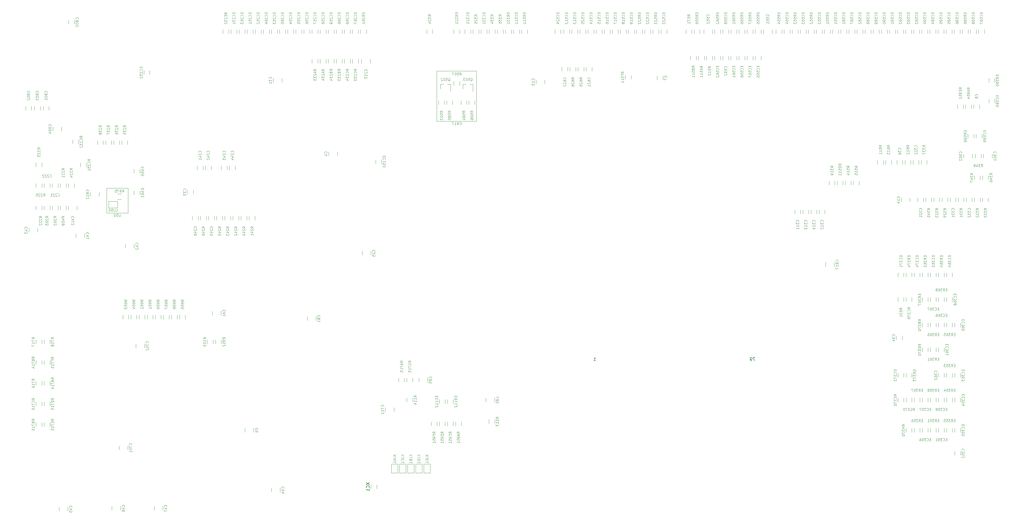
<source format=gbo>
G04 #@! TF.GenerationSoftware,KiCad,Pcbnew,(5.1.0)-1*
G04 #@! TF.CreationDate,2020-01-29T23:37:04+00:00*
G04 #@! TF.ProjectId,Amiga600,416d6967-6136-4303-902e-6b696361645f,rev?*
G04 #@! TF.SameCoordinates,Original*
G04 #@! TF.FileFunction,Legend,Bot*
G04 #@! TF.FilePolarity,Positive*
%FSLAX46Y46*%
G04 Gerber Fmt 4.6, Leading zero omitted, Abs format (unit mm)*
G04 Created by KiCad (PCBNEW (5.1.0)-1) date 2020-01-29 23:37:04*
%MOMM*%
%LPD*%
G04 APERTURE LIST*
%ADD10C,0.120000*%
%ADD11C,0.150000*%
G04 APERTURE END LIST*
D10*
X143427333Y-46894714D02*
X143465428Y-46932809D01*
X143579714Y-46970904D01*
X143655904Y-46970904D01*
X143770190Y-46932809D01*
X143846380Y-46856619D01*
X143884476Y-46780428D01*
X143922571Y-46628047D01*
X143922571Y-46513761D01*
X143884476Y-46361380D01*
X143846380Y-46285190D01*
X143770190Y-46209000D01*
X143655904Y-46170904D01*
X143579714Y-46170904D01*
X143465428Y-46209000D01*
X143427333Y-46247095D01*
X143084476Y-46970904D02*
X143084476Y-46170904D01*
X142627333Y-46970904D01*
X142627333Y-46170904D01*
X141827333Y-46970904D02*
X142284476Y-46970904D01*
X142055904Y-46970904D02*
X142055904Y-46170904D01*
X142132095Y-46285190D01*
X142208285Y-46361380D01*
X142284476Y-46399476D01*
X141560666Y-46170904D02*
X141027333Y-46170904D01*
X141370190Y-46970904D01*
X136271000Y-30099000D02*
X148717000Y-30099000D01*
X148717000Y-45847000D02*
X136271000Y-45847000D01*
X148717000Y-30099000D02*
X148717000Y-45847000D01*
X136271000Y-45847000D02*
X136271000Y-30099000D01*
X39497000Y-74612500D02*
X32766000Y-74612500D01*
X39497000Y-66802000D02*
X39497000Y-74612500D01*
X32766000Y-66802000D02*
X39497000Y-66802000D01*
X37058476Y-74936404D02*
X37058476Y-75584023D01*
X37020380Y-75660214D01*
X36982285Y-75698309D01*
X36906095Y-75736404D01*
X36753714Y-75736404D01*
X36677523Y-75698309D01*
X36639428Y-75660214D01*
X36601333Y-75584023D01*
X36601333Y-74936404D01*
X35839428Y-74936404D02*
X36220380Y-74936404D01*
X36258476Y-75317357D01*
X36220380Y-75279261D01*
X36144190Y-75241166D01*
X35953714Y-75241166D01*
X35877523Y-75279261D01*
X35839428Y-75317357D01*
X35801333Y-75393547D01*
X35801333Y-75584023D01*
X35839428Y-75660214D01*
X35877523Y-75698309D01*
X35953714Y-75736404D01*
X36144190Y-75736404D01*
X36220380Y-75698309D01*
X36258476Y-75660214D01*
X35306095Y-74936404D02*
X35229904Y-74936404D01*
X35153714Y-74974500D01*
X35115619Y-75012595D01*
X35077523Y-75088785D01*
X35039428Y-75241166D01*
X35039428Y-75431642D01*
X35077523Y-75584023D01*
X35115619Y-75660214D01*
X35153714Y-75698309D01*
X35229904Y-75736404D01*
X35306095Y-75736404D01*
X35382285Y-75698309D01*
X35420380Y-75660214D01*
X35458476Y-75584023D01*
X35496571Y-75431642D01*
X35496571Y-75241166D01*
X35458476Y-75088785D01*
X35420380Y-75012595D01*
X35382285Y-74974500D01*
X35306095Y-74936404D01*
X32766000Y-74612500D02*
X32766000Y-66802000D01*
D11*
X236094523Y-119952380D02*
X235427857Y-119952380D01*
X235856428Y-120952380D01*
X234999285Y-120952380D02*
X234808809Y-120952380D01*
X234713571Y-120904761D01*
X234665952Y-120857142D01*
X234570714Y-120714285D01*
X234523095Y-120523809D01*
X234523095Y-120142857D01*
X234570714Y-120047619D01*
X234618333Y-120000000D01*
X234713571Y-119952380D01*
X234904047Y-119952380D01*
X234999285Y-120000000D01*
X235046904Y-120047619D01*
X235094523Y-120142857D01*
X235094523Y-120380952D01*
X235046904Y-120476190D01*
X234999285Y-120523809D01*
X234904047Y-120571428D01*
X234713571Y-120571428D01*
X234618333Y-120523809D01*
X234570714Y-120476190D01*
X234523095Y-120380952D01*
X185469285Y-120952380D02*
X186040714Y-120952380D01*
X185755000Y-120952380D02*
X185755000Y-119952380D01*
X185850238Y-120095238D01*
X185945476Y-120190476D01*
X186040714Y-120238095D01*
D10*
X141590000Y-34602064D02*
X141590000Y-33397936D01*
X143410000Y-34602064D02*
X143410000Y-33397936D01*
X197160000Y-31397936D02*
X197160000Y-32602064D01*
X195340000Y-31397936D02*
X195340000Y-32602064D01*
X33350000Y-73000000D02*
X36150000Y-73000000D01*
X36150000Y-73000000D02*
X36150000Y-71000000D01*
X36150000Y-71000000D02*
X33350000Y-71000000D01*
X33350000Y-71000000D02*
X33350000Y-73000000D01*
X105110000Y-55397936D02*
X105110000Y-56602064D01*
X102390000Y-55397936D02*
X102390000Y-56602064D01*
X76140000Y-143352064D02*
X76140000Y-142147936D01*
X78860000Y-143352064D02*
X78860000Y-142147936D01*
X205340000Y-32852064D02*
X205340000Y-31647936D01*
X207160000Y-32852064D02*
X207160000Y-31647936D01*
X306410000Y-40647936D02*
X306410000Y-41852064D01*
X304590000Y-40647936D02*
X304590000Y-41852064D01*
X167390000Y-34102064D02*
X167390000Y-32897936D01*
X170110000Y-34102064D02*
X170110000Y-32897936D01*
X284610000Y-69897936D02*
X284610000Y-71102064D01*
X281890000Y-69897936D02*
X281890000Y-71102064D01*
X112890000Y-87852064D02*
X112890000Y-86647936D01*
X115610000Y-87852064D02*
X115610000Y-86647936D01*
X85000000Y-33602064D02*
X85000000Y-32397936D01*
X87720000Y-33602064D02*
X87720000Y-32397936D01*
X59910000Y-67397936D02*
X59910000Y-68602064D01*
X58090000Y-67397936D02*
X58090000Y-68602064D01*
X282160000Y-113147936D02*
X282160000Y-114352064D01*
X280340000Y-113147936D02*
X280340000Y-114352064D01*
X282290000Y-58147936D02*
X282290000Y-59352064D01*
X280470000Y-58147936D02*
X280470000Y-59352064D01*
X23140000Y-82352064D02*
X23140000Y-81147936D01*
X25860000Y-82352064D02*
X25860000Y-81147936D01*
X38640000Y-85602064D02*
X38640000Y-84397936D01*
X41360000Y-85602064D02*
X41360000Y-84397936D01*
X8390000Y-80602064D02*
X8390000Y-79397936D01*
X11110000Y-80602064D02*
X11110000Y-79397936D01*
X84390000Y-160897936D02*
X84390000Y-162102064D01*
X87110000Y-160897936D02*
X87110000Y-162102064D01*
X17890000Y-168102064D02*
X17890000Y-166897936D01*
X20610000Y-168102064D02*
X20610000Y-166897936D01*
X34390000Y-167852064D02*
X34390000Y-166647936D01*
X37110000Y-167852064D02*
X37110000Y-166647936D01*
X47640000Y-167852064D02*
X47640000Y-166647936D01*
X50360000Y-167852064D02*
X50360000Y-166647936D01*
X115370000Y-26397936D02*
X115370000Y-27602064D01*
X112650000Y-26397936D02*
X112650000Y-27602064D01*
X71750000Y-18352064D02*
X71750000Y-17147936D01*
X73570000Y-18352064D02*
X73570000Y-17147936D01*
X61170000Y-61102064D02*
X61170000Y-59897936D01*
X62990000Y-61102064D02*
X62990000Y-59897936D01*
X63710000Y-61102064D02*
X63710000Y-59897936D01*
X65530000Y-61102064D02*
X65530000Y-59897936D01*
X70530000Y-59897936D02*
X70530000Y-61102064D01*
X68710000Y-59897936D02*
X68710000Y-61102064D01*
X73070000Y-59897936D02*
X73070000Y-61102064D01*
X71250000Y-59897936D02*
X71250000Y-61102064D01*
X64710000Y-76852064D02*
X64710000Y-75647936D01*
X66530000Y-76852064D02*
X66530000Y-75647936D01*
X59630000Y-76852064D02*
X59630000Y-75647936D01*
X61450000Y-76852064D02*
X61450000Y-75647936D01*
X307640000Y-57352064D02*
X307640000Y-56147936D01*
X310360000Y-57352064D02*
X310360000Y-56147936D01*
X301390000Y-57352064D02*
X301390000Y-56147936D01*
X304110000Y-57352064D02*
X304110000Y-56147936D01*
X250290000Y-73647936D02*
X250290000Y-74852064D01*
X248470000Y-73647936D02*
X248470000Y-74852064D01*
X256090000Y-74852064D02*
X256090000Y-73647936D01*
X257910000Y-74852064D02*
X257910000Y-73647936D01*
X251010000Y-74852064D02*
X251010000Y-73647936D01*
X252830000Y-74852064D02*
X252830000Y-73647936D01*
X253550000Y-74852064D02*
X253550000Y-73647936D01*
X255370000Y-74852064D02*
X255370000Y-73647936D01*
X288840000Y-69897936D02*
X288840000Y-71102064D01*
X287020000Y-69897936D02*
X287020000Y-71102064D01*
X287370000Y-58147936D02*
X287370000Y-59352064D01*
X285550000Y-58147936D02*
X285550000Y-59352064D01*
X297180000Y-71102064D02*
X297180000Y-69897936D01*
X299000000Y-71102064D02*
X299000000Y-69897936D01*
X304080000Y-69897936D02*
X304080000Y-71102064D01*
X302260000Y-69897936D02*
X302260000Y-71102064D01*
X298590000Y-150602064D02*
X298590000Y-149397936D01*
X300410000Y-150602064D02*
X300410000Y-149397936D01*
X293540000Y-126102064D02*
X293540000Y-124897936D01*
X295360000Y-126102064D02*
X295360000Y-124897936D01*
X41340000Y-62102064D02*
X41340000Y-60897936D01*
X43160000Y-62102064D02*
X43160000Y-60897936D01*
X43160000Y-67647936D02*
X43160000Y-68852064D01*
X41340000Y-67647936D02*
X41340000Y-68852064D01*
X241360000Y-17147936D02*
X241360000Y-18352064D01*
X238640000Y-17147936D02*
X238640000Y-18352064D01*
X222660000Y-17147936D02*
X222660000Y-18352064D01*
X219940000Y-17147936D02*
X219940000Y-18352064D01*
X227750000Y-25397936D02*
X227750000Y-26602064D01*
X225930000Y-25397936D02*
X225930000Y-26602064D01*
X184910000Y-28897936D02*
X184910000Y-30102064D01*
X183090000Y-28897936D02*
X183090000Y-30102064D01*
X177290000Y-28897936D02*
X177290000Y-30102064D01*
X175470000Y-28897936D02*
X175470000Y-30102064D01*
X39360000Y-147647936D02*
X39360000Y-148852064D01*
X36640000Y-147647936D02*
X36640000Y-148852064D01*
X41890000Y-116852064D02*
X41890000Y-115647936D01*
X44610000Y-116852064D02*
X44610000Y-115647936D01*
X120140000Y-136852064D02*
X120140000Y-135647936D01*
X122860000Y-136852064D02*
X122860000Y-135647936D01*
X20840000Y-15352064D02*
X20840000Y-14147936D01*
X22660000Y-15352064D02*
X22660000Y-14147936D01*
X14660000Y-41147936D02*
X14660000Y-42352064D01*
X12840000Y-41147936D02*
X12840000Y-42352064D01*
X9160000Y-41147936D02*
X9160000Y-42352064D01*
X7340000Y-41147936D02*
X7340000Y-42352064D01*
X10090000Y-42352064D02*
X10090000Y-41147936D01*
X11910000Y-42352064D02*
X11910000Y-41147936D01*
X18610000Y-47647936D02*
X18610000Y-48852064D01*
X15890000Y-47647936D02*
X15890000Y-48852064D01*
X65890000Y-106602064D02*
X65890000Y-105397936D01*
X68610000Y-106602064D02*
X68610000Y-105397936D01*
X151640000Y-133852064D02*
X151640000Y-132647936D01*
X154360000Y-133852064D02*
X154360000Y-132647936D01*
X23480000Y-72397936D02*
X23480000Y-73602064D01*
X20760000Y-72397936D02*
X20760000Y-73602064D01*
X95640000Y-108352064D02*
X95640000Y-107147936D01*
X98360000Y-108352064D02*
X98360000Y-107147936D01*
X130640000Y-127602064D02*
X130640000Y-126397936D01*
X133360000Y-127602064D02*
X133360000Y-126397936D01*
X27640000Y-69352064D02*
X27640000Y-68147936D01*
X30360000Y-69352064D02*
X30360000Y-68147936D01*
X258140000Y-91352064D02*
X258140000Y-90147936D01*
X260860000Y-91352064D02*
X260860000Y-90147936D01*
X138870000Y-133147936D02*
X138870000Y-134352064D01*
X137050000Y-133147936D02*
X137050000Y-134352064D01*
X117090000Y-59102064D02*
X117090000Y-57897936D01*
X118910000Y-59102064D02*
X118910000Y-57897936D01*
X76830000Y-18352064D02*
X76830000Y-17147936D01*
X78650000Y-18352064D02*
X78650000Y-17147936D01*
X79370000Y-18352064D02*
X79370000Y-17147936D01*
X81190000Y-18352064D02*
X81190000Y-17147936D01*
X84450000Y-18352064D02*
X84450000Y-17147936D01*
X86270000Y-18352064D02*
X86270000Y-17147936D01*
X89530000Y-18352064D02*
X89530000Y-17147936D01*
X91350000Y-18352064D02*
X91350000Y-17147936D01*
X92070000Y-18352064D02*
X92070000Y-17147936D01*
X93890000Y-18352064D02*
X93890000Y-17147936D01*
X94610000Y-18352064D02*
X94610000Y-17147936D01*
X96430000Y-18352064D02*
X96430000Y-17147936D01*
X97150000Y-18352064D02*
X97150000Y-17147936D01*
X98970000Y-18352064D02*
X98970000Y-17147936D01*
X99690000Y-18352064D02*
X99690000Y-17147936D01*
X101510000Y-18352064D02*
X101510000Y-17147936D01*
X102230000Y-18352064D02*
X102230000Y-17147936D01*
X104050000Y-18352064D02*
X104050000Y-17147936D01*
X107310000Y-18352064D02*
X107310000Y-17147936D01*
X109130000Y-18352064D02*
X109130000Y-17147936D01*
X76110000Y-17147936D02*
X76110000Y-18352064D01*
X74290000Y-17147936D02*
X74290000Y-18352064D01*
X83730000Y-17147936D02*
X83730000Y-18352064D01*
X81910000Y-17147936D02*
X81910000Y-18352064D01*
X88810000Y-17147936D02*
X88810000Y-18352064D01*
X86990000Y-17147936D02*
X86990000Y-18352064D01*
X106590000Y-17147936D02*
X106590000Y-18352064D01*
X104770000Y-17147936D02*
X104770000Y-18352064D01*
X111670000Y-17147936D02*
X111670000Y-18352064D01*
X109850000Y-17147936D02*
X109850000Y-18352064D01*
X145060000Y-18352064D02*
X145060000Y-17147936D01*
X146880000Y-18352064D02*
X146880000Y-17147936D01*
X150140000Y-18352064D02*
X150140000Y-17147936D01*
X151960000Y-18352064D02*
X151960000Y-17147936D01*
X295360000Y-142147936D02*
X295360000Y-143352064D01*
X293540000Y-142147936D02*
X293540000Y-143352064D01*
X298620000Y-126102064D02*
X298620000Y-124897936D01*
X300440000Y-126102064D02*
X300440000Y-124897936D01*
X300440000Y-132647936D02*
X300440000Y-133852064D01*
X298620000Y-132647936D02*
X298620000Y-133852064D01*
X298620000Y-143352064D02*
X298620000Y-142147936D01*
X300440000Y-143352064D02*
X300440000Y-142147936D01*
X288460000Y-143352064D02*
X288460000Y-142147936D01*
X290280000Y-143352064D02*
X290280000Y-142147936D01*
X288460000Y-133852064D02*
X288460000Y-132647936D01*
X290280000Y-133852064D02*
X290280000Y-132647936D01*
X293540000Y-133852064D02*
X293540000Y-132647936D01*
X295360000Y-133852064D02*
X295360000Y-132647936D01*
X295360000Y-116897936D02*
X295360000Y-118102064D01*
X293540000Y-116897936D02*
X293540000Y-118102064D01*
X291000000Y-94602064D02*
X291000000Y-93397936D01*
X292820000Y-94602064D02*
X292820000Y-93397936D01*
X296080000Y-94602064D02*
X296080000Y-93397936D01*
X297900000Y-94602064D02*
X297900000Y-93397936D01*
X300440000Y-109147936D02*
X300440000Y-110352064D01*
X298620000Y-109147936D02*
X298620000Y-110352064D01*
X295360000Y-109147936D02*
X295360000Y-110352064D01*
X293540000Y-109147936D02*
X293540000Y-110352064D01*
X291000000Y-102352064D02*
X291000000Y-101147936D01*
X292820000Y-102352064D02*
X292820000Y-101147936D01*
X296080000Y-102352064D02*
X296080000Y-101147936D01*
X297900000Y-102352064D02*
X297900000Y-101147936D01*
X280840000Y-94602064D02*
X280840000Y-93397936D01*
X282660000Y-94602064D02*
X282660000Y-93397936D01*
X282660000Y-124897936D02*
X282660000Y-126102064D01*
X280840000Y-124897936D02*
X280840000Y-126102064D01*
X285920000Y-94602064D02*
X285920000Y-93397936D01*
X287740000Y-94602064D02*
X287740000Y-93397936D01*
X160300000Y-18352064D02*
X160300000Y-17147936D01*
X162120000Y-18352064D02*
X162120000Y-17147936D01*
X176030000Y-18352064D02*
X176030000Y-17147936D01*
X177850000Y-18352064D02*
X177850000Y-17147936D01*
X178570000Y-18352064D02*
X178570000Y-17147936D01*
X180390000Y-18352064D02*
X180390000Y-17147936D01*
X183650000Y-18352064D02*
X183650000Y-17147936D01*
X185470000Y-18352064D02*
X185470000Y-17147936D01*
X186190000Y-18352064D02*
X186190000Y-17147936D01*
X188010000Y-18352064D02*
X188010000Y-17147936D01*
X188730000Y-18352064D02*
X188730000Y-17147936D01*
X190550000Y-18352064D02*
X190550000Y-17147936D01*
X191270000Y-18352064D02*
X191270000Y-17147936D01*
X193090000Y-18352064D02*
X193090000Y-17147936D01*
X193810000Y-18352064D02*
X193810000Y-17147936D01*
X195630000Y-18352064D02*
X195630000Y-17147936D01*
X196350000Y-18352064D02*
X196350000Y-17147936D01*
X198170000Y-18352064D02*
X198170000Y-17147936D01*
X201430000Y-18352064D02*
X201430000Y-17147936D01*
X203250000Y-18352064D02*
X203250000Y-17147936D01*
X206510000Y-18352064D02*
X206510000Y-17147936D01*
X208330000Y-18352064D02*
X208330000Y-17147936D01*
X173280000Y-18352064D02*
X173280000Y-17147936D01*
X175100000Y-18352064D02*
X175100000Y-17147936D01*
X181110000Y-18352064D02*
X181110000Y-17147936D01*
X182930000Y-18352064D02*
X182930000Y-17147936D01*
X260370000Y-18352064D02*
X260370000Y-17147936D01*
X262190000Y-18352064D02*
X262190000Y-17147936D01*
X257110000Y-17147936D02*
X257110000Y-18352064D01*
X255290000Y-17147936D02*
X255290000Y-18352064D01*
X250210000Y-18352064D02*
X250210000Y-17147936D01*
X252030000Y-18352064D02*
X252030000Y-17147936D01*
X246950000Y-17147936D02*
X246950000Y-18352064D01*
X245130000Y-17147936D02*
X245130000Y-18352064D01*
X237910000Y-25397936D02*
X237910000Y-26602064D01*
X236090000Y-25397936D02*
X236090000Y-26602064D01*
X232830000Y-25397936D02*
X232830000Y-26602064D01*
X231010000Y-25397936D02*
X231010000Y-26602064D01*
X233550000Y-26602064D02*
X233550000Y-25397936D01*
X235370000Y-26602064D02*
X235370000Y-25397936D01*
X227750000Y-17147936D02*
X227750000Y-18352064D01*
X225930000Y-17147936D02*
X225930000Y-18352064D01*
X230290000Y-25397936D02*
X230290000Y-26602064D01*
X228470000Y-25397936D02*
X228470000Y-26602064D01*
X225210000Y-25397936D02*
X225210000Y-26602064D01*
X223390000Y-25397936D02*
X223390000Y-26602064D01*
X309340000Y-40102064D02*
X309340000Y-38897936D01*
X311160000Y-40102064D02*
X311160000Y-38897936D01*
X262910000Y-18352064D02*
X262910000Y-17147936D01*
X264730000Y-18352064D02*
X264730000Y-17147936D01*
X267990000Y-18352064D02*
X267990000Y-17147936D01*
X269810000Y-18352064D02*
X269810000Y-17147936D01*
X285770000Y-18352064D02*
X285770000Y-17147936D01*
X287590000Y-18352064D02*
X287590000Y-17147936D01*
X290850000Y-18352064D02*
X290850000Y-17147936D01*
X292670000Y-18352064D02*
X292670000Y-17147936D01*
X295930000Y-18352064D02*
X295930000Y-17147936D01*
X297750000Y-18352064D02*
X297750000Y-17147936D01*
X265450000Y-18352064D02*
X265450000Y-17147936D01*
X267270000Y-18352064D02*
X267270000Y-17147936D01*
X270530000Y-18352064D02*
X270530000Y-17147936D01*
X272350000Y-18352064D02*
X272350000Y-17147936D01*
X273070000Y-18352064D02*
X273070000Y-17147936D01*
X274890000Y-18352064D02*
X274890000Y-17147936D01*
X275610000Y-18352064D02*
X275610000Y-17147936D01*
X277430000Y-18352064D02*
X277430000Y-17147936D01*
X278150000Y-18352064D02*
X278150000Y-17147936D01*
X279970000Y-18352064D02*
X279970000Y-17147936D01*
X280690000Y-18352064D02*
X280690000Y-17147936D01*
X282510000Y-18352064D02*
X282510000Y-17147936D01*
X283230000Y-18352064D02*
X283230000Y-17147936D01*
X285050000Y-18352064D02*
X285050000Y-17147936D01*
X288310000Y-18352064D02*
X288310000Y-17147936D01*
X290130000Y-18352064D02*
X290130000Y-17147936D01*
X293390000Y-18352064D02*
X293390000Y-17147936D01*
X295210000Y-18352064D02*
X295210000Y-17147936D01*
X298470000Y-18352064D02*
X298470000Y-17147936D01*
X300290000Y-18352064D02*
X300290000Y-17147936D01*
X306090000Y-18352064D02*
X306090000Y-17147936D01*
X307910000Y-18352064D02*
X307910000Y-17147936D01*
X303550000Y-18352064D02*
X303550000Y-17147936D01*
X305370000Y-18352064D02*
X305370000Y-17147936D01*
X305340000Y-51102064D02*
X305340000Y-49897936D01*
X307160000Y-51102064D02*
X307160000Y-49897936D01*
X139590000Y-134352064D02*
X139590000Y-133147936D01*
X141410000Y-134352064D02*
X141410000Y-133147936D01*
X112390000Y-18352064D02*
X112390000Y-17147936D01*
X114210000Y-18352064D02*
X114210000Y-17147936D01*
X141590000Y-18352064D02*
X141590000Y-17147936D01*
X143410000Y-18352064D02*
X143410000Y-17147936D01*
X157760000Y-18352064D02*
X157760000Y-17147936D01*
X159580000Y-18352064D02*
X159580000Y-17147936D01*
X292820000Y-142147936D02*
X292820000Y-143352064D01*
X291000000Y-142147936D02*
X291000000Y-143352064D01*
X296080000Y-126102064D02*
X296080000Y-124897936D01*
X297900000Y-126102064D02*
X297900000Y-124897936D01*
X297900000Y-132647936D02*
X297900000Y-133852064D01*
X296080000Y-132647936D02*
X296080000Y-133852064D01*
X296080000Y-143352064D02*
X296080000Y-142147936D01*
X297900000Y-143352064D02*
X297900000Y-142147936D01*
X285920000Y-143352064D02*
X285920000Y-142147936D01*
X287740000Y-143352064D02*
X287740000Y-142147936D01*
X285920000Y-133852064D02*
X285920000Y-132647936D01*
X287740000Y-133852064D02*
X287740000Y-132647936D01*
X291000000Y-133852064D02*
X291000000Y-132647936D01*
X292820000Y-133852064D02*
X292820000Y-132647936D01*
X292820000Y-116897936D02*
X292820000Y-118102064D01*
X291000000Y-116897936D02*
X291000000Y-118102064D01*
X290280000Y-93397936D02*
X290280000Y-94602064D01*
X288460000Y-93397936D02*
X288460000Y-94602064D01*
X293540000Y-94602064D02*
X293540000Y-93397936D01*
X295360000Y-94602064D02*
X295360000Y-93397936D01*
X296080000Y-110352064D02*
X296080000Y-109147936D01*
X297900000Y-110352064D02*
X297900000Y-109147936D01*
X292820000Y-109147936D02*
X292820000Y-110352064D01*
X291000000Y-109147936D02*
X291000000Y-110352064D01*
X288460000Y-102352064D02*
X288460000Y-101147936D01*
X290280000Y-102352064D02*
X290280000Y-101147936D01*
X293540000Y-102352064D02*
X293540000Y-101147936D01*
X295360000Y-102352064D02*
X295360000Y-101147936D01*
X285200000Y-124897936D02*
X285200000Y-126102064D01*
X283380000Y-124897936D02*
X283380000Y-126102064D01*
X283380000Y-94602064D02*
X283380000Y-93397936D01*
X285200000Y-94602064D02*
X285200000Y-93397936D01*
X162840000Y-18352064D02*
X162840000Y-17147936D01*
X164660000Y-18352064D02*
X164660000Y-17147936D01*
X198890000Y-18352064D02*
X198890000Y-17147936D01*
X200710000Y-18352064D02*
X200710000Y-17147936D01*
X203970000Y-18352064D02*
X203970000Y-17147936D01*
X205790000Y-18352064D02*
X205790000Y-17147936D01*
X257830000Y-18352064D02*
X257830000Y-17147936D01*
X259650000Y-18352064D02*
X259650000Y-17147936D01*
X252750000Y-18352064D02*
X252750000Y-17147936D01*
X254570000Y-18352064D02*
X254570000Y-17147936D01*
X247670000Y-18352064D02*
X247670000Y-17147936D01*
X249490000Y-18352064D02*
X249490000Y-17147936D01*
X242590000Y-18352064D02*
X242590000Y-17147936D01*
X244410000Y-18352064D02*
X244410000Y-17147936D01*
X236090000Y-18352064D02*
X236090000Y-17147936D01*
X237910000Y-18352064D02*
X237910000Y-17147936D01*
X231010000Y-18352064D02*
X231010000Y-17147936D01*
X232830000Y-18352064D02*
X232830000Y-17147936D01*
X235370000Y-17147936D02*
X235370000Y-18352064D01*
X233550000Y-17147936D02*
X233550000Y-18352064D01*
X218710000Y-17147936D02*
X218710000Y-18352064D01*
X216890000Y-17147936D02*
X216890000Y-18352064D01*
X228470000Y-18352064D02*
X228470000Y-17147936D01*
X230290000Y-18352064D02*
X230290000Y-17147936D01*
X223390000Y-18352064D02*
X223390000Y-17147936D01*
X225210000Y-18352064D02*
X225210000Y-17147936D01*
X311160000Y-32397936D02*
X311160000Y-33602064D01*
X309340000Y-32397936D02*
X309340000Y-33602064D01*
X301010000Y-18352064D02*
X301010000Y-17147936D01*
X302830000Y-18352064D02*
X302830000Y-17147936D01*
X302800000Y-51102064D02*
X302800000Y-49897936D01*
X304620000Y-51102064D02*
X304620000Y-49897936D01*
X66160000Y-114397936D02*
X66160000Y-115602064D01*
X64340000Y-114397936D02*
X64340000Y-115602064D01*
X152590000Y-140602064D02*
X152590000Y-139397936D01*
X154410000Y-140602064D02*
X154410000Y-139397936D01*
X126840000Y-133852064D02*
X126840000Y-132647936D01*
X128660000Y-133852064D02*
X128660000Y-132647936D01*
X17490000Y-72397936D02*
X17490000Y-73602064D01*
X15670000Y-72397936D02*
X15670000Y-73602064D01*
X14950000Y-72397936D02*
X14950000Y-73602064D01*
X13130000Y-72397936D02*
X13130000Y-73602064D01*
X79230000Y-75647936D02*
X79230000Y-76852064D01*
X77410000Y-75647936D02*
X77410000Y-76852064D01*
X74150000Y-75647936D02*
X74150000Y-76852064D01*
X72330000Y-75647936D02*
X72330000Y-76852064D01*
X69790000Y-76852064D02*
X69790000Y-75647936D01*
X71610000Y-76852064D02*
X71610000Y-75647936D01*
X76690000Y-75647936D02*
X76690000Y-76852064D01*
X74870000Y-75647936D02*
X74870000Y-76852064D01*
X69070000Y-75647936D02*
X69070000Y-76852064D01*
X67250000Y-75647936D02*
X67250000Y-76852064D01*
X63990000Y-75647936D02*
X63990000Y-76852064D01*
X62170000Y-75647936D02*
X62170000Y-76852064D01*
X261040000Y-64647936D02*
X261040000Y-65852064D01*
X259220000Y-64647936D02*
X259220000Y-65852064D01*
X293920000Y-69897936D02*
X293920000Y-71102064D01*
X292100000Y-69897936D02*
X292100000Y-71102064D01*
X134910000Y-17147936D02*
X134910000Y-18352064D01*
X133090000Y-17147936D02*
X133090000Y-18352064D01*
X147600000Y-18352064D02*
X147600000Y-17147936D01*
X149420000Y-18352064D02*
X149420000Y-17147936D01*
X296460000Y-69897936D02*
X296460000Y-71102064D01*
X294640000Y-69897936D02*
X294640000Y-71102064D01*
X299720000Y-71102064D02*
X299720000Y-69897936D01*
X301540000Y-71102064D02*
X301540000Y-69897936D01*
X306620000Y-69897936D02*
X306620000Y-71102064D01*
X304800000Y-69897936D02*
X304800000Y-71102064D01*
X307340000Y-71102064D02*
X307340000Y-69897936D01*
X309160000Y-71102064D02*
X309160000Y-69897936D01*
X154500000Y-17147936D02*
X154500000Y-18352064D01*
X152680000Y-17147936D02*
X152680000Y-18352064D01*
X155220000Y-18352064D02*
X155220000Y-17147936D01*
X157040000Y-18352064D02*
X157040000Y-17147936D01*
X289910000Y-58147936D02*
X289910000Y-59352064D01*
X288090000Y-58147936D02*
X288090000Y-59352064D01*
X289560000Y-71102064D02*
X289560000Y-69897936D01*
X291380000Y-71102064D02*
X291380000Y-69897936D01*
X309160000Y-62897936D02*
X309160000Y-64102064D01*
X307340000Y-62897936D02*
X307340000Y-64102064D01*
X306620000Y-62897936D02*
X306620000Y-64102064D01*
X304800000Y-62897936D02*
X304800000Y-64102064D01*
X305090000Y-57352064D02*
X305090000Y-56147936D01*
X306910000Y-57352064D02*
X306910000Y-56147936D01*
X20030000Y-72397936D02*
X20030000Y-73602064D01*
X18210000Y-72397936D02*
X18210000Y-73602064D01*
X222670000Y-25397936D02*
X222670000Y-26602064D01*
X220850000Y-25397936D02*
X220850000Y-26602064D01*
X264300000Y-65852064D02*
X264300000Y-64647936D01*
X266120000Y-65852064D02*
X266120000Y-64647936D01*
X266840000Y-65852064D02*
X266840000Y-64647936D01*
X268660000Y-65852064D02*
X268660000Y-64647936D01*
X216170000Y-17147936D02*
X216170000Y-18352064D01*
X214350000Y-17147936D02*
X214350000Y-18352064D01*
X276250000Y-58147936D02*
X276250000Y-59352064D01*
X274430000Y-58147936D02*
X274430000Y-59352064D01*
X284830000Y-58147936D02*
X284830000Y-59352064D01*
X283010000Y-58147936D02*
X283010000Y-59352064D01*
X278790000Y-58147936D02*
X278790000Y-59352064D01*
X276970000Y-58147936D02*
X276970000Y-59352064D01*
X180550000Y-30102064D02*
X180550000Y-28897936D01*
X182370000Y-30102064D02*
X182370000Y-28897936D01*
X178010000Y-30102064D02*
X178010000Y-28897936D01*
X179830000Y-30102064D02*
X179830000Y-28897936D01*
X280840000Y-102352064D02*
X280840000Y-101147936D01*
X282660000Y-102352064D02*
X282660000Y-101147936D01*
X45430000Y-107852064D02*
X45430000Y-106647936D01*
X47250000Y-107852064D02*
X47250000Y-106647936D01*
X42890000Y-107852064D02*
X42890000Y-106647936D01*
X44710000Y-107852064D02*
X44710000Y-106647936D01*
X37810000Y-107852064D02*
X37810000Y-106647936D01*
X39630000Y-107852064D02*
X39630000Y-106647936D01*
X40350000Y-107852064D02*
X40350000Y-106647936D01*
X42170000Y-107852064D02*
X42170000Y-106647936D01*
X57410000Y-106647936D02*
X57410000Y-107852064D01*
X55590000Y-106647936D02*
X55590000Y-107852064D01*
X54870000Y-106647936D02*
X54870000Y-107852064D01*
X53050000Y-106647936D02*
X53050000Y-107852064D01*
X50510000Y-107852064D02*
X50510000Y-106647936D01*
X52330000Y-107852064D02*
X52330000Y-106647936D01*
X49790000Y-106647936D02*
X49790000Y-107852064D01*
X47970000Y-106647936D02*
X47970000Y-107852064D01*
X36147936Y-68590000D02*
X37352064Y-68590000D01*
X36147936Y-70410000D02*
X37352064Y-70410000D01*
X12410000Y-127397936D02*
X12410000Y-128602064D01*
X10590000Y-127397936D02*
X10590000Y-128602064D01*
X10590000Y-115602064D02*
X10590000Y-114397936D01*
X12410000Y-115602064D02*
X12410000Y-114397936D01*
X14950000Y-114397936D02*
X14950000Y-115602064D01*
X13130000Y-114397936D02*
X13130000Y-115602064D01*
X66880000Y-115602064D02*
X66880000Y-114397936D01*
X68700000Y-115602064D02*
X68700000Y-114397936D01*
X97150000Y-27602064D02*
X97150000Y-26397936D01*
X98970000Y-27602064D02*
X98970000Y-26397936D01*
X99690000Y-27602064D02*
X99690000Y-26397936D01*
X101510000Y-27602064D02*
X101510000Y-26397936D01*
X220130000Y-25397936D02*
X220130000Y-26602064D01*
X218310000Y-25397936D02*
X218310000Y-26602064D01*
X14950000Y-127397936D02*
X14950000Y-128602064D01*
X13130000Y-127397936D02*
X13130000Y-128602064D01*
X124300000Y-127602064D02*
X124300000Y-126397936D01*
X126120000Y-127602064D02*
X126120000Y-126397936D01*
X142130000Y-141352064D02*
X142130000Y-140147936D01*
X143950000Y-141352064D02*
X143950000Y-140147936D01*
X302050000Y-41852064D02*
X302050000Y-40647936D01*
X303870000Y-41852064D02*
X303870000Y-40647936D01*
X104770000Y-27602064D02*
X104770000Y-26397936D01*
X106590000Y-27602064D02*
X106590000Y-26397936D01*
X102230000Y-27602064D02*
X102230000Y-26397936D01*
X104050000Y-27602064D02*
X104050000Y-26397936D01*
X290280000Y-109147936D02*
X290280000Y-110352064D01*
X288460000Y-109147936D02*
X288460000Y-110352064D01*
X217590000Y-25397936D02*
X217590000Y-26602064D01*
X215770000Y-25397936D02*
X215770000Y-26602064D01*
X12410000Y-120897936D02*
X12410000Y-122102064D01*
X10590000Y-120897936D02*
X10590000Y-122102064D01*
X10590000Y-141602064D02*
X10590000Y-140397936D01*
X12410000Y-141602064D02*
X12410000Y-140397936D01*
X24590000Y-60102064D02*
X24590000Y-58897936D01*
X26410000Y-60102064D02*
X26410000Y-58897936D01*
X22090000Y-52852064D02*
X22090000Y-51647936D01*
X23910000Y-52852064D02*
X23910000Y-51647936D01*
X109850000Y-27602064D02*
X109850000Y-26397936D01*
X111670000Y-27602064D02*
X111670000Y-26397936D01*
X107310000Y-27602064D02*
X107310000Y-26397936D01*
X109130000Y-27602064D02*
X109130000Y-26397936D01*
X283380000Y-102352064D02*
X283380000Y-101147936D01*
X285200000Y-102352064D02*
X285200000Y-101147936D01*
X12410000Y-133897936D02*
X12410000Y-135102064D01*
X10590000Y-133897936D02*
X10590000Y-135102064D01*
X139590000Y-141352064D02*
X139590000Y-140147936D01*
X141410000Y-141352064D02*
X141410000Y-140147936D01*
X288460000Y-118102064D02*
X288460000Y-116897936D01*
X290280000Y-118102064D02*
X290280000Y-116897936D01*
X261760000Y-65852064D02*
X261760000Y-64647936D01*
X263580000Y-65852064D02*
X263580000Y-64647936D01*
X14950000Y-133897936D02*
X14950000Y-135102064D01*
X13130000Y-133897936D02*
X13130000Y-135102064D01*
X137050000Y-141352064D02*
X137050000Y-140147936D01*
X138870000Y-141352064D02*
X138870000Y-140147936D01*
X71030000Y-17147936D02*
X71030000Y-18352064D01*
X69210000Y-17147936D02*
X69210000Y-18352064D01*
X280840000Y-133852064D02*
X280840000Y-132647936D01*
X282660000Y-133852064D02*
X282660000Y-132647936D01*
X13130000Y-141602064D02*
X13130000Y-140397936D01*
X14950000Y-141602064D02*
X14950000Y-140397936D01*
X299510000Y-41852064D02*
X299510000Y-40647936D01*
X301330000Y-41852064D02*
X301330000Y-40647936D01*
X13130000Y-122102064D02*
X13130000Y-120897936D01*
X14950000Y-122102064D02*
X14950000Y-120897936D01*
X134510000Y-141352064D02*
X134510000Y-140147936D01*
X136330000Y-141352064D02*
X136330000Y-140147936D01*
X283380000Y-133852064D02*
X283380000Y-132647936D01*
X285200000Y-133852064D02*
X285200000Y-132647936D01*
X126840000Y-127602064D02*
X126840000Y-126397936D01*
X128660000Y-127602064D02*
X128660000Y-126397936D01*
X283380000Y-143352064D02*
X283380000Y-142147936D01*
X285200000Y-143352064D02*
X285200000Y-142147936D01*
X15670000Y-66602064D02*
X15670000Y-65397936D01*
X17490000Y-66602064D02*
X17490000Y-65397936D01*
X14950000Y-65397936D02*
X14950000Y-66602064D01*
X13130000Y-65397936D02*
X13130000Y-66602064D01*
X46240000Y-29897936D02*
X46240000Y-31102064D01*
X44420000Y-29897936D02*
X44420000Y-31102064D01*
X18210000Y-66602064D02*
X18210000Y-65397936D01*
X20030000Y-66602064D02*
X20030000Y-65397936D01*
X10590000Y-73602064D02*
X10590000Y-72397936D01*
X12410000Y-73602064D02*
X12410000Y-72397936D01*
X10590000Y-60102064D02*
X10590000Y-58897936D01*
X12410000Y-60102064D02*
X12410000Y-58897936D01*
X20750000Y-66602064D02*
X20750000Y-65397936D01*
X22570000Y-66602064D02*
X22570000Y-65397936D01*
X10590000Y-66602064D02*
X10590000Y-65397936D01*
X12410000Y-66602064D02*
X12410000Y-65397936D01*
X37500000Y-53102064D02*
X37500000Y-51897936D01*
X39320000Y-53102064D02*
X39320000Y-51897936D01*
X36780000Y-51897936D02*
X36780000Y-53102064D01*
X34960000Y-51897936D02*
X34960000Y-53102064D01*
X32420000Y-53102064D02*
X32420000Y-51897936D01*
X34240000Y-53102064D02*
X34240000Y-51897936D01*
X31700000Y-51897936D02*
X31700000Y-53102064D01*
X29880000Y-51897936D02*
X29880000Y-53102064D01*
X124040000Y-153330000D02*
X122040000Y-153330000D01*
X124040000Y-156130000D02*
X124040000Y-153330000D01*
X122040000Y-156130000D02*
X124040000Y-156130000D01*
X122040000Y-153330000D02*
X122040000Y-156130000D01*
X129120000Y-153330000D02*
X127120000Y-153330000D01*
X129120000Y-156130000D02*
X129120000Y-153330000D01*
X127120000Y-156130000D02*
X129120000Y-156130000D01*
X127120000Y-153330000D02*
X127120000Y-156130000D01*
X126580000Y-153330000D02*
X124580000Y-153330000D01*
X126580000Y-156130000D02*
X126580000Y-153330000D01*
X124580000Y-156130000D02*
X126580000Y-156130000D01*
X124580000Y-153330000D02*
X124580000Y-156130000D01*
X129660000Y-153330000D02*
X129660000Y-156130000D01*
X129660000Y-156130000D02*
X131660000Y-156130000D01*
X131660000Y-156130000D02*
X131660000Y-153330000D01*
X131660000Y-153330000D02*
X129660000Y-153330000D01*
X132200000Y-153330000D02*
X132200000Y-156130000D01*
X132200000Y-156130000D02*
X134200000Y-156130000D01*
X134200000Y-156130000D02*
X134200000Y-153330000D01*
X134200000Y-153330000D02*
X132200000Y-153330000D01*
X137420000Y-34240000D02*
X137420000Y-35700000D01*
X140580000Y-34240000D02*
X140580000Y-36400000D01*
X140580000Y-34240000D02*
X139650000Y-34240000D01*
X137420000Y-34240000D02*
X138350000Y-34240000D01*
X144420000Y-34240000D02*
X144420000Y-35700000D01*
X147580000Y-34240000D02*
X147580000Y-36400000D01*
X147580000Y-34240000D02*
X146650000Y-34240000D01*
X144420000Y-34240000D02*
X145350000Y-34240000D01*
X136840000Y-40602064D02*
X136840000Y-39397936D01*
X138660000Y-40602064D02*
X138660000Y-39397936D01*
X143840000Y-40602064D02*
X143840000Y-39397936D01*
X145660000Y-40602064D02*
X145660000Y-39397936D01*
X141160000Y-39397936D02*
X141160000Y-40602064D01*
X139340000Y-39397936D02*
X139340000Y-40602064D01*
X148160000Y-39397936D02*
X148160000Y-40602064D01*
X146340000Y-39397936D02*
X146340000Y-40602064D01*
X115590000Y-159897936D02*
X115590000Y-161102064D01*
X117410000Y-159897936D02*
X117410000Y-161102064D01*
X143395238Y-31361904D02*
X143661904Y-30980952D01*
X143852380Y-31361904D02*
X143852380Y-30561904D01*
X143547619Y-30561904D01*
X143471428Y-30600000D01*
X143433333Y-30638095D01*
X143395238Y-30714285D01*
X143395238Y-30828571D01*
X143433333Y-30904761D01*
X143471428Y-30942857D01*
X143547619Y-30980952D01*
X143852380Y-30980952D01*
X142671428Y-30561904D02*
X143052380Y-30561904D01*
X143090476Y-30942857D01*
X143052380Y-30904761D01*
X142976190Y-30866666D01*
X142785714Y-30866666D01*
X142709523Y-30904761D01*
X142671428Y-30942857D01*
X142633333Y-31019047D01*
X142633333Y-31209523D01*
X142671428Y-31285714D01*
X142709523Y-31323809D01*
X142785714Y-31361904D01*
X142976190Y-31361904D01*
X143052380Y-31323809D01*
X143090476Y-31285714D01*
X142138095Y-30561904D02*
X142061904Y-30561904D01*
X141985714Y-30600000D01*
X141947619Y-30638095D01*
X141909523Y-30714285D01*
X141871428Y-30866666D01*
X141871428Y-31057142D01*
X141909523Y-31209523D01*
X141947619Y-31285714D01*
X141985714Y-31323809D01*
X142061904Y-31361904D01*
X142138095Y-31361904D01*
X142214285Y-31323809D01*
X142252380Y-31285714D01*
X142290476Y-31209523D01*
X142328571Y-31057142D01*
X142328571Y-30866666D01*
X142290476Y-30714285D01*
X142252380Y-30638095D01*
X142214285Y-30600000D01*
X142138095Y-30561904D01*
X141604761Y-30561904D02*
X141071428Y-30561904D01*
X141414285Y-31361904D01*
X194861904Y-30761904D02*
X194480952Y-30495238D01*
X194861904Y-30304761D02*
X194061904Y-30304761D01*
X194061904Y-30609523D01*
X194100000Y-30685714D01*
X194138095Y-30723809D01*
X194214285Y-30761904D01*
X194328571Y-30761904D01*
X194404761Y-30723809D01*
X194442857Y-30685714D01*
X194480952Y-30609523D01*
X194480952Y-30304761D01*
X194442857Y-31371428D02*
X194442857Y-31104761D01*
X194861904Y-31104761D02*
X194061904Y-31104761D01*
X194061904Y-31485714D01*
X194061904Y-32171428D02*
X194061904Y-31790476D01*
X194442857Y-31752380D01*
X194404761Y-31790476D01*
X194366666Y-31866666D01*
X194366666Y-32057142D01*
X194404761Y-32133333D01*
X194442857Y-32171428D01*
X194519047Y-32209523D01*
X194709523Y-32209523D01*
X194785714Y-32171428D01*
X194823809Y-32133333D01*
X194861904Y-32057142D01*
X194861904Y-31866666D01*
X194823809Y-31790476D01*
X194785714Y-31752380D01*
X194861904Y-32971428D02*
X194861904Y-32514285D01*
X194861904Y-32742857D02*
X194061904Y-32742857D01*
X194176190Y-32666666D01*
X194252380Y-32590476D01*
X194290476Y-32514285D01*
X194861904Y-33733333D02*
X194861904Y-33276190D01*
X194861904Y-33504761D02*
X194061904Y-33504761D01*
X194176190Y-33428571D01*
X194252380Y-33352380D01*
X194290476Y-33276190D01*
X36045238Y-73311904D02*
X36045238Y-73959523D01*
X36007142Y-74035714D01*
X35969047Y-74073809D01*
X35892857Y-74111904D01*
X35740476Y-74111904D01*
X35664285Y-74073809D01*
X35626190Y-74035714D01*
X35588095Y-73959523D01*
X35588095Y-73311904D01*
X34978571Y-73311904D02*
X34978571Y-73883333D01*
X35016666Y-73997619D01*
X35092857Y-74073809D01*
X35207142Y-74111904D01*
X35283333Y-74111904D01*
X34216666Y-73311904D02*
X34597619Y-73311904D01*
X34635714Y-73692857D01*
X34597619Y-73654761D01*
X34521428Y-73616666D01*
X34330952Y-73616666D01*
X34254761Y-73654761D01*
X34216666Y-73692857D01*
X34178571Y-73769047D01*
X34178571Y-73959523D01*
X34216666Y-74035714D01*
X34254761Y-74073809D01*
X34330952Y-74111904D01*
X34521428Y-74111904D01*
X34597619Y-74073809D01*
X34635714Y-74035714D01*
X33683333Y-73311904D02*
X33607142Y-73311904D01*
X33530952Y-73350000D01*
X33492857Y-73388095D01*
X33454761Y-73464285D01*
X33416666Y-73616666D01*
X33416666Y-73807142D01*
X33454761Y-73959523D01*
X33492857Y-74035714D01*
X33530952Y-74073809D01*
X33607142Y-74111904D01*
X33683333Y-74111904D01*
X33759523Y-74073809D01*
X33797619Y-74035714D01*
X33835714Y-73959523D01*
X33873809Y-73807142D01*
X33873809Y-73616666D01*
X33835714Y-73464285D01*
X33797619Y-73388095D01*
X33759523Y-73350000D01*
X33683333Y-73311904D01*
X101785714Y-55866666D02*
X101823809Y-55828571D01*
X101861904Y-55714285D01*
X101861904Y-55638095D01*
X101823809Y-55523809D01*
X101747619Y-55447619D01*
X101671428Y-55409523D01*
X101519047Y-55371428D01*
X101404761Y-55371428D01*
X101252380Y-55409523D01*
X101176190Y-55447619D01*
X101100000Y-55523809D01*
X101061904Y-55638095D01*
X101061904Y-55714285D01*
X101100000Y-55828571D01*
X101138095Y-55866666D01*
X101328571Y-56552380D02*
X101861904Y-56552380D01*
X101023809Y-56361904D02*
X101595238Y-56171428D01*
X101595238Y-56666666D01*
X80035714Y-142616666D02*
X80073809Y-142578571D01*
X80111904Y-142464285D01*
X80111904Y-142388095D01*
X80073809Y-142273809D01*
X79997619Y-142197619D01*
X79921428Y-142159523D01*
X79769047Y-142121428D01*
X79654761Y-142121428D01*
X79502380Y-142159523D01*
X79426190Y-142197619D01*
X79350000Y-142273809D01*
X79311904Y-142388095D01*
X79311904Y-142464285D01*
X79350000Y-142578571D01*
X79388095Y-142616666D01*
X79311904Y-143302380D02*
X79311904Y-143150000D01*
X79350000Y-143073809D01*
X79388095Y-143035714D01*
X79502380Y-142959523D01*
X79654761Y-142921428D01*
X79959523Y-142921428D01*
X80035714Y-142959523D01*
X80073809Y-142997619D01*
X80111904Y-143073809D01*
X80111904Y-143226190D01*
X80073809Y-143302380D01*
X80035714Y-143340476D01*
X79959523Y-143378571D01*
X79769047Y-143378571D01*
X79692857Y-143340476D01*
X79654761Y-143302380D01*
X79616666Y-143226190D01*
X79616666Y-143073809D01*
X79654761Y-142997619D01*
X79692857Y-142959523D01*
X79769047Y-142921428D01*
X208285714Y-32116666D02*
X208323809Y-32078571D01*
X208361904Y-31964285D01*
X208361904Y-31888095D01*
X208323809Y-31773809D01*
X208247619Y-31697619D01*
X208171428Y-31659523D01*
X208019047Y-31621428D01*
X207904761Y-31621428D01*
X207752380Y-31659523D01*
X207676190Y-31697619D01*
X207600000Y-31773809D01*
X207561904Y-31888095D01*
X207561904Y-31964285D01*
X207600000Y-32078571D01*
X207638095Y-32116666D01*
X207561904Y-32383333D02*
X207561904Y-32916666D01*
X208361904Y-32573809D01*
X305785714Y-37866666D02*
X305823809Y-37828571D01*
X305861904Y-37714285D01*
X305861904Y-37638095D01*
X305823809Y-37523809D01*
X305747619Y-37447619D01*
X305671428Y-37409523D01*
X305519047Y-37371428D01*
X305404761Y-37371428D01*
X305252380Y-37409523D01*
X305176190Y-37447619D01*
X305100000Y-37523809D01*
X305061904Y-37638095D01*
X305061904Y-37714285D01*
X305100000Y-37828571D01*
X305138095Y-37866666D01*
X305404761Y-38323809D02*
X305366666Y-38247619D01*
X305328571Y-38209523D01*
X305252380Y-38171428D01*
X305214285Y-38171428D01*
X305138095Y-38209523D01*
X305100000Y-38247619D01*
X305061904Y-38323809D01*
X305061904Y-38476190D01*
X305100000Y-38552380D01*
X305138095Y-38590476D01*
X305214285Y-38628571D01*
X305252380Y-38628571D01*
X305328571Y-38590476D01*
X305366666Y-38552380D01*
X305404761Y-38476190D01*
X305404761Y-38323809D01*
X305442857Y-38247619D01*
X305480952Y-38209523D01*
X305557142Y-38171428D01*
X305709523Y-38171428D01*
X305785714Y-38209523D01*
X305823809Y-38247619D01*
X305861904Y-38323809D01*
X305861904Y-38476190D01*
X305823809Y-38552380D01*
X305785714Y-38590476D01*
X305709523Y-38628571D01*
X305557142Y-38628571D01*
X305480952Y-38590476D01*
X305442857Y-38552380D01*
X305404761Y-38476190D01*
X166785714Y-32985714D02*
X166823809Y-32947619D01*
X166861904Y-32833333D01*
X166861904Y-32757142D01*
X166823809Y-32642857D01*
X166747619Y-32566666D01*
X166671428Y-32528571D01*
X166519047Y-32490476D01*
X166404761Y-32490476D01*
X166252380Y-32528571D01*
X166176190Y-32566666D01*
X166100000Y-32642857D01*
X166061904Y-32757142D01*
X166061904Y-32833333D01*
X166100000Y-32947619D01*
X166138095Y-32985714D01*
X166861904Y-33747619D02*
X166861904Y-33290476D01*
X166861904Y-33519047D02*
X166061904Y-33519047D01*
X166176190Y-33442857D01*
X166252380Y-33366666D01*
X166290476Y-33290476D01*
X166061904Y-34014285D02*
X166061904Y-34509523D01*
X166366666Y-34242857D01*
X166366666Y-34357142D01*
X166404761Y-34433333D01*
X166442857Y-34471428D01*
X166519047Y-34509523D01*
X166709523Y-34509523D01*
X166785714Y-34471428D01*
X166823809Y-34433333D01*
X166861904Y-34357142D01*
X166861904Y-34128571D01*
X166823809Y-34052380D01*
X166785714Y-34014285D01*
X281285714Y-69985714D02*
X281323809Y-69947619D01*
X281361904Y-69833333D01*
X281361904Y-69757142D01*
X281323809Y-69642857D01*
X281247619Y-69566666D01*
X281171428Y-69528571D01*
X281019047Y-69490476D01*
X280904761Y-69490476D01*
X280752380Y-69528571D01*
X280676190Y-69566666D01*
X280600000Y-69642857D01*
X280561904Y-69757142D01*
X280561904Y-69833333D01*
X280600000Y-69947619D01*
X280638095Y-69985714D01*
X281361904Y-70747619D02*
X281361904Y-70290476D01*
X281361904Y-70519047D02*
X280561904Y-70519047D01*
X280676190Y-70442857D01*
X280752380Y-70366666D01*
X280790476Y-70290476D01*
X280828571Y-71433333D02*
X281361904Y-71433333D01*
X280523809Y-71242857D02*
X281095238Y-71052380D01*
X281095238Y-71547619D01*
X116785714Y-86735714D02*
X116823809Y-86697619D01*
X116861904Y-86583333D01*
X116861904Y-86507142D01*
X116823809Y-86392857D01*
X116747619Y-86316666D01*
X116671428Y-86278571D01*
X116519047Y-86240476D01*
X116404761Y-86240476D01*
X116252380Y-86278571D01*
X116176190Y-86316666D01*
X116100000Y-86392857D01*
X116061904Y-86507142D01*
X116061904Y-86583333D01*
X116100000Y-86697619D01*
X116138095Y-86735714D01*
X116138095Y-87040476D02*
X116100000Y-87078571D01*
X116061904Y-87154761D01*
X116061904Y-87345238D01*
X116100000Y-87421428D01*
X116138095Y-87459523D01*
X116214285Y-87497619D01*
X116290476Y-87497619D01*
X116404761Y-87459523D01*
X116861904Y-87002380D01*
X116861904Y-87497619D01*
X116061904Y-88221428D02*
X116061904Y-87840476D01*
X116442857Y-87802380D01*
X116404761Y-87840476D01*
X116366666Y-87916666D01*
X116366666Y-88107142D01*
X116404761Y-88183333D01*
X116442857Y-88221428D01*
X116519047Y-88259523D01*
X116709523Y-88259523D01*
X116785714Y-88221428D01*
X116823809Y-88183333D01*
X116861904Y-88107142D01*
X116861904Y-87916666D01*
X116823809Y-87840476D01*
X116785714Y-87802380D01*
X84395714Y-32485714D02*
X84433809Y-32447619D01*
X84471904Y-32333333D01*
X84471904Y-32257142D01*
X84433809Y-32142857D01*
X84357619Y-32066666D01*
X84281428Y-32028571D01*
X84129047Y-31990476D01*
X84014761Y-31990476D01*
X83862380Y-32028571D01*
X83786190Y-32066666D01*
X83710000Y-32142857D01*
X83671904Y-32257142D01*
X83671904Y-32333333D01*
X83710000Y-32447619D01*
X83748095Y-32485714D01*
X83671904Y-32752380D02*
X83671904Y-33247619D01*
X83976666Y-32980952D01*
X83976666Y-33095238D01*
X84014761Y-33171428D01*
X84052857Y-33209523D01*
X84129047Y-33247619D01*
X84319523Y-33247619D01*
X84395714Y-33209523D01*
X84433809Y-33171428D01*
X84471904Y-33095238D01*
X84471904Y-32866666D01*
X84433809Y-32790476D01*
X84395714Y-32752380D01*
X84471904Y-34009523D02*
X84471904Y-33552380D01*
X84471904Y-33780952D02*
X83671904Y-33780952D01*
X83786190Y-33704761D01*
X83862380Y-33628571D01*
X83900476Y-33552380D01*
X57535714Y-67485714D02*
X57573809Y-67447619D01*
X57611904Y-67333333D01*
X57611904Y-67257142D01*
X57573809Y-67142857D01*
X57497619Y-67066666D01*
X57421428Y-67028571D01*
X57269047Y-66990476D01*
X57154761Y-66990476D01*
X57002380Y-67028571D01*
X56926190Y-67066666D01*
X56850000Y-67142857D01*
X56811904Y-67257142D01*
X56811904Y-67333333D01*
X56850000Y-67447619D01*
X56888095Y-67485714D01*
X56811904Y-67752380D02*
X56811904Y-68247619D01*
X57116666Y-67980952D01*
X57116666Y-68095238D01*
X57154761Y-68171428D01*
X57192857Y-68209523D01*
X57269047Y-68247619D01*
X57459523Y-68247619D01*
X57535714Y-68209523D01*
X57573809Y-68171428D01*
X57611904Y-68095238D01*
X57611904Y-67866666D01*
X57573809Y-67790476D01*
X57535714Y-67752380D01*
X56811904Y-68514285D02*
X56811904Y-69009523D01*
X57116666Y-68742857D01*
X57116666Y-68857142D01*
X57154761Y-68933333D01*
X57192857Y-68971428D01*
X57269047Y-69009523D01*
X57459523Y-69009523D01*
X57535714Y-68971428D01*
X57573809Y-68933333D01*
X57611904Y-68857142D01*
X57611904Y-68628571D01*
X57573809Y-68552380D01*
X57535714Y-68514285D01*
X279785714Y-113235714D02*
X279823809Y-113197619D01*
X279861904Y-113083333D01*
X279861904Y-113007142D01*
X279823809Y-112892857D01*
X279747619Y-112816666D01*
X279671428Y-112778571D01*
X279519047Y-112740476D01*
X279404761Y-112740476D01*
X279252380Y-112778571D01*
X279176190Y-112816666D01*
X279100000Y-112892857D01*
X279061904Y-113007142D01*
X279061904Y-113083333D01*
X279100000Y-113197619D01*
X279138095Y-113235714D01*
X279061904Y-113502380D02*
X279061904Y-113997619D01*
X279366666Y-113730952D01*
X279366666Y-113845238D01*
X279404761Y-113921428D01*
X279442857Y-113959523D01*
X279519047Y-113997619D01*
X279709523Y-113997619D01*
X279785714Y-113959523D01*
X279823809Y-113921428D01*
X279861904Y-113845238D01*
X279861904Y-113616666D01*
X279823809Y-113540476D01*
X279785714Y-113502380D01*
X279328571Y-114683333D02*
X279861904Y-114683333D01*
X279023809Y-114492857D02*
X279595238Y-114302380D01*
X279595238Y-114797619D01*
X281665714Y-54735714D02*
X281703809Y-54697619D01*
X281741904Y-54583333D01*
X281741904Y-54507142D01*
X281703809Y-54392857D01*
X281627619Y-54316666D01*
X281551428Y-54278571D01*
X281399047Y-54240476D01*
X281284761Y-54240476D01*
X281132380Y-54278571D01*
X281056190Y-54316666D01*
X280980000Y-54392857D01*
X280941904Y-54507142D01*
X280941904Y-54583333D01*
X280980000Y-54697619D01*
X281018095Y-54735714D01*
X280941904Y-55002380D02*
X280941904Y-55497619D01*
X281246666Y-55230952D01*
X281246666Y-55345238D01*
X281284761Y-55421428D01*
X281322857Y-55459523D01*
X281399047Y-55497619D01*
X281589523Y-55497619D01*
X281665714Y-55459523D01*
X281703809Y-55421428D01*
X281741904Y-55345238D01*
X281741904Y-55116666D01*
X281703809Y-55040476D01*
X281665714Y-55002380D01*
X280941904Y-56183333D02*
X280941904Y-56030952D01*
X280980000Y-55954761D01*
X281018095Y-55916666D01*
X281132380Y-55840476D01*
X281284761Y-55802380D01*
X281589523Y-55802380D01*
X281665714Y-55840476D01*
X281703809Y-55878571D01*
X281741904Y-55954761D01*
X281741904Y-56107142D01*
X281703809Y-56183333D01*
X281665714Y-56221428D01*
X281589523Y-56259523D01*
X281399047Y-56259523D01*
X281322857Y-56221428D01*
X281284761Y-56183333D01*
X281246666Y-56107142D01*
X281246666Y-55954761D01*
X281284761Y-55878571D01*
X281322857Y-55840476D01*
X281399047Y-55802380D01*
X27035714Y-81235714D02*
X27073809Y-81197619D01*
X27111904Y-81083333D01*
X27111904Y-81007142D01*
X27073809Y-80892857D01*
X26997619Y-80816666D01*
X26921428Y-80778571D01*
X26769047Y-80740476D01*
X26654761Y-80740476D01*
X26502380Y-80778571D01*
X26426190Y-80816666D01*
X26350000Y-80892857D01*
X26311904Y-81007142D01*
X26311904Y-81083333D01*
X26350000Y-81197619D01*
X26388095Y-81235714D01*
X26578571Y-81921428D02*
X27111904Y-81921428D01*
X26273809Y-81730952D02*
X26845238Y-81540476D01*
X26845238Y-82035714D01*
X27111904Y-82759523D02*
X27111904Y-82302380D01*
X27111904Y-82530952D02*
X26311904Y-82530952D01*
X26426190Y-82454761D01*
X26502380Y-82378571D01*
X26540476Y-82302380D01*
X42535714Y-84485714D02*
X42573809Y-84447619D01*
X42611904Y-84333333D01*
X42611904Y-84257142D01*
X42573809Y-84142857D01*
X42497619Y-84066666D01*
X42421428Y-84028571D01*
X42269047Y-83990476D01*
X42154761Y-83990476D01*
X42002380Y-84028571D01*
X41926190Y-84066666D01*
X41850000Y-84142857D01*
X41811904Y-84257142D01*
X41811904Y-84333333D01*
X41850000Y-84447619D01*
X41888095Y-84485714D01*
X42078571Y-85171428D02*
X42611904Y-85171428D01*
X41773809Y-84980952D02*
X42345238Y-84790476D01*
X42345238Y-85285714D01*
X41888095Y-85552380D02*
X41850000Y-85590476D01*
X41811904Y-85666666D01*
X41811904Y-85857142D01*
X41850000Y-85933333D01*
X41888095Y-85971428D01*
X41964285Y-86009523D01*
X42040476Y-86009523D01*
X42154761Y-85971428D01*
X42611904Y-85514285D01*
X42611904Y-86009523D01*
X7785714Y-79485714D02*
X7823809Y-79447619D01*
X7861904Y-79333333D01*
X7861904Y-79257142D01*
X7823809Y-79142857D01*
X7747619Y-79066666D01*
X7671428Y-79028571D01*
X7519047Y-78990476D01*
X7404761Y-78990476D01*
X7252380Y-79028571D01*
X7176190Y-79066666D01*
X7100000Y-79142857D01*
X7061904Y-79257142D01*
X7061904Y-79333333D01*
X7100000Y-79447619D01*
X7138095Y-79485714D01*
X7328571Y-80171428D02*
X7861904Y-80171428D01*
X7023809Y-79980952D02*
X7595238Y-79790476D01*
X7595238Y-80285714D01*
X7061904Y-80514285D02*
X7061904Y-81009523D01*
X7366666Y-80742857D01*
X7366666Y-80857142D01*
X7404761Y-80933333D01*
X7442857Y-80971428D01*
X7519047Y-81009523D01*
X7709523Y-81009523D01*
X7785714Y-80971428D01*
X7823809Y-80933333D01*
X7861904Y-80857142D01*
X7861904Y-80628571D01*
X7823809Y-80552380D01*
X7785714Y-80514285D01*
X88285714Y-160985714D02*
X88323809Y-160947619D01*
X88361904Y-160833333D01*
X88361904Y-160757142D01*
X88323809Y-160642857D01*
X88247619Y-160566666D01*
X88171428Y-160528571D01*
X88019047Y-160490476D01*
X87904761Y-160490476D01*
X87752380Y-160528571D01*
X87676190Y-160566666D01*
X87600000Y-160642857D01*
X87561904Y-160757142D01*
X87561904Y-160833333D01*
X87600000Y-160947619D01*
X87638095Y-160985714D01*
X87828571Y-161671428D02*
X88361904Y-161671428D01*
X87523809Y-161480952D02*
X88095238Y-161290476D01*
X88095238Y-161785714D01*
X87828571Y-162433333D02*
X88361904Y-162433333D01*
X87523809Y-162242857D02*
X88095238Y-162052380D01*
X88095238Y-162547619D01*
X21785714Y-166985714D02*
X21823809Y-166947619D01*
X21861904Y-166833333D01*
X21861904Y-166757142D01*
X21823809Y-166642857D01*
X21747619Y-166566666D01*
X21671428Y-166528571D01*
X21519047Y-166490476D01*
X21404761Y-166490476D01*
X21252380Y-166528571D01*
X21176190Y-166566666D01*
X21100000Y-166642857D01*
X21061904Y-166757142D01*
X21061904Y-166833333D01*
X21100000Y-166947619D01*
X21138095Y-166985714D01*
X21328571Y-167671428D02*
X21861904Y-167671428D01*
X21023809Y-167480952D02*
X21595238Y-167290476D01*
X21595238Y-167785714D01*
X21061904Y-168471428D02*
X21061904Y-168090476D01*
X21442857Y-168052380D01*
X21404761Y-168090476D01*
X21366666Y-168166666D01*
X21366666Y-168357142D01*
X21404761Y-168433333D01*
X21442857Y-168471428D01*
X21519047Y-168509523D01*
X21709523Y-168509523D01*
X21785714Y-168471428D01*
X21823809Y-168433333D01*
X21861904Y-168357142D01*
X21861904Y-168166666D01*
X21823809Y-168090476D01*
X21785714Y-168052380D01*
X38285714Y-166735714D02*
X38323809Y-166697619D01*
X38361904Y-166583333D01*
X38361904Y-166507142D01*
X38323809Y-166392857D01*
X38247619Y-166316666D01*
X38171428Y-166278571D01*
X38019047Y-166240476D01*
X37904761Y-166240476D01*
X37752380Y-166278571D01*
X37676190Y-166316666D01*
X37600000Y-166392857D01*
X37561904Y-166507142D01*
X37561904Y-166583333D01*
X37600000Y-166697619D01*
X37638095Y-166735714D01*
X37828571Y-167421428D02*
X38361904Y-167421428D01*
X37523809Y-167230952D02*
X38095238Y-167040476D01*
X38095238Y-167535714D01*
X37561904Y-168183333D02*
X37561904Y-168030952D01*
X37600000Y-167954761D01*
X37638095Y-167916666D01*
X37752380Y-167840476D01*
X37904761Y-167802380D01*
X38209523Y-167802380D01*
X38285714Y-167840476D01*
X38323809Y-167878571D01*
X38361904Y-167954761D01*
X38361904Y-168107142D01*
X38323809Y-168183333D01*
X38285714Y-168221428D01*
X38209523Y-168259523D01*
X38019047Y-168259523D01*
X37942857Y-168221428D01*
X37904761Y-168183333D01*
X37866666Y-168107142D01*
X37866666Y-167954761D01*
X37904761Y-167878571D01*
X37942857Y-167840476D01*
X38019047Y-167802380D01*
X51535714Y-166735714D02*
X51573809Y-166697619D01*
X51611904Y-166583333D01*
X51611904Y-166507142D01*
X51573809Y-166392857D01*
X51497619Y-166316666D01*
X51421428Y-166278571D01*
X51269047Y-166240476D01*
X51154761Y-166240476D01*
X51002380Y-166278571D01*
X50926190Y-166316666D01*
X50850000Y-166392857D01*
X50811904Y-166507142D01*
X50811904Y-166583333D01*
X50850000Y-166697619D01*
X50888095Y-166735714D01*
X51078571Y-167421428D02*
X51611904Y-167421428D01*
X50773809Y-167230952D02*
X51345238Y-167040476D01*
X51345238Y-167535714D01*
X50811904Y-167764285D02*
X50811904Y-168297619D01*
X51611904Y-167954761D01*
X114295714Y-30104761D02*
X114333809Y-30066666D01*
X114371904Y-29952380D01*
X114371904Y-29876190D01*
X114333809Y-29761904D01*
X114257619Y-29685714D01*
X114181428Y-29647619D01*
X114029047Y-29609523D01*
X113914761Y-29609523D01*
X113762380Y-29647619D01*
X113686190Y-29685714D01*
X113610000Y-29761904D01*
X113571904Y-29876190D01*
X113571904Y-29952380D01*
X113610000Y-30066666D01*
X113648095Y-30104761D01*
X113648095Y-30409523D02*
X113610000Y-30447619D01*
X113571904Y-30523809D01*
X113571904Y-30714285D01*
X113610000Y-30790476D01*
X113648095Y-30828571D01*
X113724285Y-30866666D01*
X113800476Y-30866666D01*
X113914761Y-30828571D01*
X114371904Y-30371428D01*
X114371904Y-30866666D01*
X114371904Y-31628571D02*
X114371904Y-31171428D01*
X114371904Y-31400000D02*
X113571904Y-31400000D01*
X113686190Y-31323809D01*
X113762380Y-31247619D01*
X113800476Y-31171428D01*
X113571904Y-31895238D02*
X113571904Y-32390476D01*
X113876666Y-32123809D01*
X113876666Y-32238095D01*
X113914761Y-32314285D01*
X113952857Y-32352380D01*
X114029047Y-32390476D01*
X114219523Y-32390476D01*
X114295714Y-32352380D01*
X114333809Y-32314285D01*
X114371904Y-32238095D01*
X114371904Y-32009523D01*
X114333809Y-31933333D01*
X114295714Y-31895238D01*
X72602857Y-11785714D02*
X72602857Y-12052380D01*
X73021904Y-12166666D02*
X73021904Y-11785714D01*
X72221904Y-11785714D01*
X72221904Y-12166666D01*
X72945714Y-12966666D02*
X72983809Y-12928571D01*
X73021904Y-12814285D01*
X73021904Y-12738095D01*
X72983809Y-12623809D01*
X72907619Y-12547619D01*
X72831428Y-12509523D01*
X72679047Y-12471428D01*
X72564761Y-12471428D01*
X72412380Y-12509523D01*
X72336190Y-12547619D01*
X72260000Y-12623809D01*
X72221904Y-12738095D01*
X72221904Y-12814285D01*
X72260000Y-12928571D01*
X72298095Y-12966666D01*
X72298095Y-13271428D02*
X72260000Y-13309523D01*
X72221904Y-13385714D01*
X72221904Y-13576190D01*
X72260000Y-13652380D01*
X72298095Y-13690476D01*
X72374285Y-13728571D01*
X72450476Y-13728571D01*
X72564761Y-13690476D01*
X73021904Y-13233333D01*
X73021904Y-13728571D01*
X72221904Y-13995238D02*
X72221904Y-14490476D01*
X72526666Y-14223809D01*
X72526666Y-14338095D01*
X72564761Y-14414285D01*
X72602857Y-14452380D01*
X72679047Y-14490476D01*
X72869523Y-14490476D01*
X72945714Y-14452380D01*
X72983809Y-14414285D01*
X73021904Y-14338095D01*
X73021904Y-14109523D01*
X72983809Y-14033333D01*
X72945714Y-13995238D01*
X73021904Y-15252380D02*
X73021904Y-14795238D01*
X73021904Y-15023809D02*
X72221904Y-15023809D01*
X72336190Y-14947619D01*
X72412380Y-14871428D01*
X72450476Y-14795238D01*
X62365714Y-55604761D02*
X62403809Y-55566666D01*
X62441904Y-55452380D01*
X62441904Y-55376190D01*
X62403809Y-55261904D01*
X62327619Y-55185714D01*
X62251428Y-55147619D01*
X62099047Y-55109523D01*
X61984761Y-55109523D01*
X61832380Y-55147619D01*
X61756190Y-55185714D01*
X61680000Y-55261904D01*
X61641904Y-55376190D01*
X61641904Y-55452380D01*
X61680000Y-55566666D01*
X61718095Y-55604761D01*
X61718095Y-55909523D02*
X61680000Y-55947619D01*
X61641904Y-56023809D01*
X61641904Y-56214285D01*
X61680000Y-56290476D01*
X61718095Y-56328571D01*
X61794285Y-56366666D01*
X61870476Y-56366666D01*
X61984761Y-56328571D01*
X62441904Y-55871428D01*
X62441904Y-56366666D01*
X61908571Y-57052380D02*
X62441904Y-57052380D01*
X61603809Y-56861904D02*
X62175238Y-56671428D01*
X62175238Y-57166666D01*
X62441904Y-57890476D02*
X62441904Y-57433333D01*
X62441904Y-57661904D02*
X61641904Y-57661904D01*
X61756190Y-57585714D01*
X61832380Y-57509523D01*
X61870476Y-57433333D01*
X64905714Y-55604761D02*
X64943809Y-55566666D01*
X64981904Y-55452380D01*
X64981904Y-55376190D01*
X64943809Y-55261904D01*
X64867619Y-55185714D01*
X64791428Y-55147619D01*
X64639047Y-55109523D01*
X64524761Y-55109523D01*
X64372380Y-55147619D01*
X64296190Y-55185714D01*
X64220000Y-55261904D01*
X64181904Y-55376190D01*
X64181904Y-55452380D01*
X64220000Y-55566666D01*
X64258095Y-55604761D01*
X64258095Y-55909523D02*
X64220000Y-55947619D01*
X64181904Y-56023809D01*
X64181904Y-56214285D01*
X64220000Y-56290476D01*
X64258095Y-56328571D01*
X64334285Y-56366666D01*
X64410476Y-56366666D01*
X64524761Y-56328571D01*
X64981904Y-55871428D01*
X64981904Y-56366666D01*
X64448571Y-57052380D02*
X64981904Y-57052380D01*
X64143809Y-56861904D02*
X64715238Y-56671428D01*
X64715238Y-57166666D01*
X64258095Y-57433333D02*
X64220000Y-57471428D01*
X64181904Y-57547619D01*
X64181904Y-57738095D01*
X64220000Y-57814285D01*
X64258095Y-57852380D01*
X64334285Y-57890476D01*
X64410476Y-57890476D01*
X64524761Y-57852380D01*
X64981904Y-57395238D01*
X64981904Y-57890476D01*
X69905714Y-55604761D02*
X69943809Y-55566666D01*
X69981904Y-55452380D01*
X69981904Y-55376190D01*
X69943809Y-55261904D01*
X69867619Y-55185714D01*
X69791428Y-55147619D01*
X69639047Y-55109523D01*
X69524761Y-55109523D01*
X69372380Y-55147619D01*
X69296190Y-55185714D01*
X69220000Y-55261904D01*
X69181904Y-55376190D01*
X69181904Y-55452380D01*
X69220000Y-55566666D01*
X69258095Y-55604761D01*
X69258095Y-55909523D02*
X69220000Y-55947619D01*
X69181904Y-56023809D01*
X69181904Y-56214285D01*
X69220000Y-56290476D01*
X69258095Y-56328571D01*
X69334285Y-56366666D01*
X69410476Y-56366666D01*
X69524761Y-56328571D01*
X69981904Y-55871428D01*
X69981904Y-56366666D01*
X69448571Y-57052380D02*
X69981904Y-57052380D01*
X69143809Y-56861904D02*
X69715238Y-56671428D01*
X69715238Y-57166666D01*
X69181904Y-57395238D02*
X69181904Y-57890476D01*
X69486666Y-57623809D01*
X69486666Y-57738095D01*
X69524761Y-57814285D01*
X69562857Y-57852380D01*
X69639047Y-57890476D01*
X69829523Y-57890476D01*
X69905714Y-57852380D01*
X69943809Y-57814285D01*
X69981904Y-57738095D01*
X69981904Y-57509523D01*
X69943809Y-57433333D01*
X69905714Y-57395238D01*
X72445714Y-55604761D02*
X72483809Y-55566666D01*
X72521904Y-55452380D01*
X72521904Y-55376190D01*
X72483809Y-55261904D01*
X72407619Y-55185714D01*
X72331428Y-55147619D01*
X72179047Y-55109523D01*
X72064761Y-55109523D01*
X71912380Y-55147619D01*
X71836190Y-55185714D01*
X71760000Y-55261904D01*
X71721904Y-55376190D01*
X71721904Y-55452380D01*
X71760000Y-55566666D01*
X71798095Y-55604761D01*
X71798095Y-55909523D02*
X71760000Y-55947619D01*
X71721904Y-56023809D01*
X71721904Y-56214285D01*
X71760000Y-56290476D01*
X71798095Y-56328571D01*
X71874285Y-56366666D01*
X71950476Y-56366666D01*
X72064761Y-56328571D01*
X72521904Y-55871428D01*
X72521904Y-56366666D01*
X71988571Y-57052380D02*
X72521904Y-57052380D01*
X71683809Y-56861904D02*
X72255238Y-56671428D01*
X72255238Y-57166666D01*
X71988571Y-57814285D02*
X72521904Y-57814285D01*
X71683809Y-57623809D02*
X72255238Y-57433333D01*
X72255238Y-57928571D01*
X65905714Y-79354761D02*
X65943809Y-79316666D01*
X65981904Y-79202380D01*
X65981904Y-79126190D01*
X65943809Y-79011904D01*
X65867619Y-78935714D01*
X65791428Y-78897619D01*
X65639047Y-78859523D01*
X65524761Y-78859523D01*
X65372380Y-78897619D01*
X65296190Y-78935714D01*
X65220000Y-79011904D01*
X65181904Y-79126190D01*
X65181904Y-79202380D01*
X65220000Y-79316666D01*
X65258095Y-79354761D01*
X65258095Y-79659523D02*
X65220000Y-79697619D01*
X65181904Y-79773809D01*
X65181904Y-79964285D01*
X65220000Y-80040476D01*
X65258095Y-80078571D01*
X65334285Y-80116666D01*
X65410476Y-80116666D01*
X65524761Y-80078571D01*
X65981904Y-79621428D01*
X65981904Y-80116666D01*
X65448571Y-80802380D02*
X65981904Y-80802380D01*
X65143809Y-80611904D02*
X65715238Y-80421428D01*
X65715238Y-80916666D01*
X65181904Y-81602380D02*
X65181904Y-81221428D01*
X65562857Y-81183333D01*
X65524761Y-81221428D01*
X65486666Y-81297619D01*
X65486666Y-81488095D01*
X65524761Y-81564285D01*
X65562857Y-81602380D01*
X65639047Y-81640476D01*
X65829523Y-81640476D01*
X65905714Y-81602380D01*
X65943809Y-81564285D01*
X65981904Y-81488095D01*
X65981904Y-81297619D01*
X65943809Y-81221428D01*
X65905714Y-81183333D01*
X60825714Y-79354761D02*
X60863809Y-79316666D01*
X60901904Y-79202380D01*
X60901904Y-79126190D01*
X60863809Y-79011904D01*
X60787619Y-78935714D01*
X60711428Y-78897619D01*
X60559047Y-78859523D01*
X60444761Y-78859523D01*
X60292380Y-78897619D01*
X60216190Y-78935714D01*
X60140000Y-79011904D01*
X60101904Y-79126190D01*
X60101904Y-79202380D01*
X60140000Y-79316666D01*
X60178095Y-79354761D01*
X60178095Y-79659523D02*
X60140000Y-79697619D01*
X60101904Y-79773809D01*
X60101904Y-79964285D01*
X60140000Y-80040476D01*
X60178095Y-80078571D01*
X60254285Y-80116666D01*
X60330476Y-80116666D01*
X60444761Y-80078571D01*
X60901904Y-79621428D01*
X60901904Y-80116666D01*
X60368571Y-80802380D02*
X60901904Y-80802380D01*
X60063809Y-80611904D02*
X60635238Y-80421428D01*
X60635238Y-80916666D01*
X60101904Y-81564285D02*
X60101904Y-81411904D01*
X60140000Y-81335714D01*
X60178095Y-81297619D01*
X60292380Y-81221428D01*
X60444761Y-81183333D01*
X60749523Y-81183333D01*
X60825714Y-81221428D01*
X60863809Y-81259523D01*
X60901904Y-81335714D01*
X60901904Y-81488095D01*
X60863809Y-81564285D01*
X60825714Y-81602380D01*
X60749523Y-81640476D01*
X60559047Y-81640476D01*
X60482857Y-81602380D01*
X60444761Y-81564285D01*
X60406666Y-81488095D01*
X60406666Y-81335714D01*
X60444761Y-81259523D01*
X60482857Y-81221428D01*
X60559047Y-81183333D01*
X311535714Y-55854761D02*
X311573809Y-55816666D01*
X311611904Y-55702380D01*
X311611904Y-55626190D01*
X311573809Y-55511904D01*
X311497619Y-55435714D01*
X311421428Y-55397619D01*
X311269047Y-55359523D01*
X311154761Y-55359523D01*
X311002380Y-55397619D01*
X310926190Y-55435714D01*
X310850000Y-55511904D01*
X310811904Y-55626190D01*
X310811904Y-55702380D01*
X310850000Y-55816666D01*
X310888095Y-55854761D01*
X310811904Y-56121428D02*
X310811904Y-56616666D01*
X311116666Y-56350000D01*
X311116666Y-56464285D01*
X311154761Y-56540476D01*
X311192857Y-56578571D01*
X311269047Y-56616666D01*
X311459523Y-56616666D01*
X311535714Y-56578571D01*
X311573809Y-56540476D01*
X311611904Y-56464285D01*
X311611904Y-56235714D01*
X311573809Y-56159523D01*
X311535714Y-56121428D01*
X310811904Y-57111904D02*
X310811904Y-57188095D01*
X310850000Y-57264285D01*
X310888095Y-57302380D01*
X310964285Y-57340476D01*
X311116666Y-57378571D01*
X311307142Y-57378571D01*
X311459523Y-57340476D01*
X311535714Y-57302380D01*
X311573809Y-57264285D01*
X311611904Y-57188095D01*
X311611904Y-57111904D01*
X311573809Y-57035714D01*
X311535714Y-56997619D01*
X311459523Y-56959523D01*
X311307142Y-56921428D01*
X311116666Y-56921428D01*
X310964285Y-56959523D01*
X310888095Y-56997619D01*
X310850000Y-57035714D01*
X310811904Y-57111904D01*
X311611904Y-58140476D02*
X311611904Y-57683333D01*
X311611904Y-57911904D02*
X310811904Y-57911904D01*
X310926190Y-57835714D01*
X311002380Y-57759523D01*
X311040476Y-57683333D01*
X300785714Y-55854761D02*
X300823809Y-55816666D01*
X300861904Y-55702380D01*
X300861904Y-55626190D01*
X300823809Y-55511904D01*
X300747619Y-55435714D01*
X300671428Y-55397619D01*
X300519047Y-55359523D01*
X300404761Y-55359523D01*
X300252380Y-55397619D01*
X300176190Y-55435714D01*
X300100000Y-55511904D01*
X300061904Y-55626190D01*
X300061904Y-55702380D01*
X300100000Y-55816666D01*
X300138095Y-55854761D01*
X300061904Y-56121428D02*
X300061904Y-56616666D01*
X300366666Y-56350000D01*
X300366666Y-56464285D01*
X300404761Y-56540476D01*
X300442857Y-56578571D01*
X300519047Y-56616666D01*
X300709523Y-56616666D01*
X300785714Y-56578571D01*
X300823809Y-56540476D01*
X300861904Y-56464285D01*
X300861904Y-56235714D01*
X300823809Y-56159523D01*
X300785714Y-56121428D01*
X300061904Y-57111904D02*
X300061904Y-57188095D01*
X300100000Y-57264285D01*
X300138095Y-57302380D01*
X300214285Y-57340476D01*
X300366666Y-57378571D01*
X300557142Y-57378571D01*
X300709523Y-57340476D01*
X300785714Y-57302380D01*
X300823809Y-57264285D01*
X300861904Y-57188095D01*
X300861904Y-57111904D01*
X300823809Y-57035714D01*
X300785714Y-56997619D01*
X300709523Y-56959523D01*
X300557142Y-56921428D01*
X300366666Y-56921428D01*
X300214285Y-56959523D01*
X300138095Y-56997619D01*
X300100000Y-57035714D01*
X300061904Y-57111904D01*
X300138095Y-57683333D02*
X300100000Y-57721428D01*
X300061904Y-57797619D01*
X300061904Y-57988095D01*
X300100000Y-58064285D01*
X300138095Y-58102380D01*
X300214285Y-58140476D01*
X300290476Y-58140476D01*
X300404761Y-58102380D01*
X300861904Y-57645238D01*
X300861904Y-58140476D01*
X249665714Y-77354761D02*
X249703809Y-77316666D01*
X249741904Y-77202380D01*
X249741904Y-77126190D01*
X249703809Y-77011904D01*
X249627619Y-76935714D01*
X249551428Y-76897619D01*
X249399047Y-76859523D01*
X249284761Y-76859523D01*
X249132380Y-76897619D01*
X249056190Y-76935714D01*
X248980000Y-77011904D01*
X248941904Y-77126190D01*
X248941904Y-77202380D01*
X248980000Y-77316666D01*
X249018095Y-77354761D01*
X248941904Y-77621428D02*
X248941904Y-78116666D01*
X249246666Y-77850000D01*
X249246666Y-77964285D01*
X249284761Y-78040476D01*
X249322857Y-78078571D01*
X249399047Y-78116666D01*
X249589523Y-78116666D01*
X249665714Y-78078571D01*
X249703809Y-78040476D01*
X249741904Y-77964285D01*
X249741904Y-77735714D01*
X249703809Y-77659523D01*
X249665714Y-77621428D01*
X249741904Y-78878571D02*
X249741904Y-78421428D01*
X249741904Y-78650000D02*
X248941904Y-78650000D01*
X249056190Y-78573809D01*
X249132380Y-78497619D01*
X249170476Y-78421428D01*
X249741904Y-79640476D02*
X249741904Y-79183333D01*
X249741904Y-79411904D02*
X248941904Y-79411904D01*
X249056190Y-79335714D01*
X249132380Y-79259523D01*
X249170476Y-79183333D01*
X257285714Y-77354761D02*
X257323809Y-77316666D01*
X257361904Y-77202380D01*
X257361904Y-77126190D01*
X257323809Y-77011904D01*
X257247619Y-76935714D01*
X257171428Y-76897619D01*
X257019047Y-76859523D01*
X256904761Y-76859523D01*
X256752380Y-76897619D01*
X256676190Y-76935714D01*
X256600000Y-77011904D01*
X256561904Y-77126190D01*
X256561904Y-77202380D01*
X256600000Y-77316666D01*
X256638095Y-77354761D01*
X256561904Y-77621428D02*
X256561904Y-78116666D01*
X256866666Y-77850000D01*
X256866666Y-77964285D01*
X256904761Y-78040476D01*
X256942857Y-78078571D01*
X257019047Y-78116666D01*
X257209523Y-78116666D01*
X257285714Y-78078571D01*
X257323809Y-78040476D01*
X257361904Y-77964285D01*
X257361904Y-77735714D01*
X257323809Y-77659523D01*
X257285714Y-77621428D01*
X257361904Y-78878571D02*
X257361904Y-78421428D01*
X257361904Y-78650000D02*
X256561904Y-78650000D01*
X256676190Y-78573809D01*
X256752380Y-78497619D01*
X256790476Y-78421428D01*
X256638095Y-79183333D02*
X256600000Y-79221428D01*
X256561904Y-79297619D01*
X256561904Y-79488095D01*
X256600000Y-79564285D01*
X256638095Y-79602380D01*
X256714285Y-79640476D01*
X256790476Y-79640476D01*
X256904761Y-79602380D01*
X257361904Y-79145238D01*
X257361904Y-79640476D01*
X252205714Y-77354761D02*
X252243809Y-77316666D01*
X252281904Y-77202380D01*
X252281904Y-77126190D01*
X252243809Y-77011904D01*
X252167619Y-76935714D01*
X252091428Y-76897619D01*
X251939047Y-76859523D01*
X251824761Y-76859523D01*
X251672380Y-76897619D01*
X251596190Y-76935714D01*
X251520000Y-77011904D01*
X251481904Y-77126190D01*
X251481904Y-77202380D01*
X251520000Y-77316666D01*
X251558095Y-77354761D01*
X251481904Y-77621428D02*
X251481904Y-78116666D01*
X251786666Y-77850000D01*
X251786666Y-77964285D01*
X251824761Y-78040476D01*
X251862857Y-78078571D01*
X251939047Y-78116666D01*
X252129523Y-78116666D01*
X252205714Y-78078571D01*
X252243809Y-78040476D01*
X252281904Y-77964285D01*
X252281904Y-77735714D01*
X252243809Y-77659523D01*
X252205714Y-77621428D01*
X252281904Y-78878571D02*
X252281904Y-78421428D01*
X252281904Y-78650000D02*
X251481904Y-78650000D01*
X251596190Y-78573809D01*
X251672380Y-78497619D01*
X251710476Y-78421428D01*
X251481904Y-79145238D02*
X251481904Y-79640476D01*
X251786666Y-79373809D01*
X251786666Y-79488095D01*
X251824761Y-79564285D01*
X251862857Y-79602380D01*
X251939047Y-79640476D01*
X252129523Y-79640476D01*
X252205714Y-79602380D01*
X252243809Y-79564285D01*
X252281904Y-79488095D01*
X252281904Y-79259523D01*
X252243809Y-79183333D01*
X252205714Y-79145238D01*
X254745714Y-77354761D02*
X254783809Y-77316666D01*
X254821904Y-77202380D01*
X254821904Y-77126190D01*
X254783809Y-77011904D01*
X254707619Y-76935714D01*
X254631428Y-76897619D01*
X254479047Y-76859523D01*
X254364761Y-76859523D01*
X254212380Y-76897619D01*
X254136190Y-76935714D01*
X254060000Y-77011904D01*
X254021904Y-77126190D01*
X254021904Y-77202380D01*
X254060000Y-77316666D01*
X254098095Y-77354761D01*
X254021904Y-77621428D02*
X254021904Y-78116666D01*
X254326666Y-77850000D01*
X254326666Y-77964285D01*
X254364761Y-78040476D01*
X254402857Y-78078571D01*
X254479047Y-78116666D01*
X254669523Y-78116666D01*
X254745714Y-78078571D01*
X254783809Y-78040476D01*
X254821904Y-77964285D01*
X254821904Y-77735714D01*
X254783809Y-77659523D01*
X254745714Y-77621428D01*
X254821904Y-78878571D02*
X254821904Y-78421428D01*
X254821904Y-78650000D02*
X254021904Y-78650000D01*
X254136190Y-78573809D01*
X254212380Y-78497619D01*
X254250476Y-78421428D01*
X254288571Y-79564285D02*
X254821904Y-79564285D01*
X253983809Y-79373809D02*
X254555238Y-79183333D01*
X254555238Y-79678571D01*
X288215714Y-73604761D02*
X288253809Y-73566666D01*
X288291904Y-73452380D01*
X288291904Y-73376190D01*
X288253809Y-73261904D01*
X288177619Y-73185714D01*
X288101428Y-73147619D01*
X287949047Y-73109523D01*
X287834761Y-73109523D01*
X287682380Y-73147619D01*
X287606190Y-73185714D01*
X287530000Y-73261904D01*
X287491904Y-73376190D01*
X287491904Y-73452380D01*
X287530000Y-73566666D01*
X287568095Y-73604761D01*
X287491904Y-73871428D02*
X287491904Y-74366666D01*
X287796666Y-74100000D01*
X287796666Y-74214285D01*
X287834761Y-74290476D01*
X287872857Y-74328571D01*
X287949047Y-74366666D01*
X288139523Y-74366666D01*
X288215714Y-74328571D01*
X288253809Y-74290476D01*
X288291904Y-74214285D01*
X288291904Y-73985714D01*
X288253809Y-73909523D01*
X288215714Y-73871428D01*
X287568095Y-74671428D02*
X287530000Y-74709523D01*
X287491904Y-74785714D01*
X287491904Y-74976190D01*
X287530000Y-75052380D01*
X287568095Y-75090476D01*
X287644285Y-75128571D01*
X287720476Y-75128571D01*
X287834761Y-75090476D01*
X288291904Y-74633333D01*
X288291904Y-75128571D01*
X288291904Y-75890476D02*
X288291904Y-75433333D01*
X288291904Y-75661904D02*
X287491904Y-75661904D01*
X287606190Y-75585714D01*
X287682380Y-75509523D01*
X287720476Y-75433333D01*
X286745714Y-53854761D02*
X286783809Y-53816666D01*
X286821904Y-53702380D01*
X286821904Y-53626190D01*
X286783809Y-53511904D01*
X286707619Y-53435714D01*
X286631428Y-53397619D01*
X286479047Y-53359523D01*
X286364761Y-53359523D01*
X286212380Y-53397619D01*
X286136190Y-53435714D01*
X286060000Y-53511904D01*
X286021904Y-53626190D01*
X286021904Y-53702380D01*
X286060000Y-53816666D01*
X286098095Y-53854761D01*
X286021904Y-54121428D02*
X286021904Y-54616666D01*
X286326666Y-54350000D01*
X286326666Y-54464285D01*
X286364761Y-54540476D01*
X286402857Y-54578571D01*
X286479047Y-54616666D01*
X286669523Y-54616666D01*
X286745714Y-54578571D01*
X286783809Y-54540476D01*
X286821904Y-54464285D01*
X286821904Y-54235714D01*
X286783809Y-54159523D01*
X286745714Y-54121428D01*
X286098095Y-54921428D02*
X286060000Y-54959523D01*
X286021904Y-55035714D01*
X286021904Y-55226190D01*
X286060000Y-55302380D01*
X286098095Y-55340476D01*
X286174285Y-55378571D01*
X286250476Y-55378571D01*
X286364761Y-55340476D01*
X286821904Y-54883333D01*
X286821904Y-55378571D01*
X286098095Y-55683333D02*
X286060000Y-55721428D01*
X286021904Y-55797619D01*
X286021904Y-55988095D01*
X286060000Y-56064285D01*
X286098095Y-56102380D01*
X286174285Y-56140476D01*
X286250476Y-56140476D01*
X286364761Y-56102380D01*
X286821904Y-55645238D01*
X286821904Y-56140476D01*
X298375714Y-73604761D02*
X298413809Y-73566666D01*
X298451904Y-73452380D01*
X298451904Y-73376190D01*
X298413809Y-73261904D01*
X298337619Y-73185714D01*
X298261428Y-73147619D01*
X298109047Y-73109523D01*
X297994761Y-73109523D01*
X297842380Y-73147619D01*
X297766190Y-73185714D01*
X297690000Y-73261904D01*
X297651904Y-73376190D01*
X297651904Y-73452380D01*
X297690000Y-73566666D01*
X297728095Y-73604761D01*
X297651904Y-73871428D02*
X297651904Y-74366666D01*
X297956666Y-74100000D01*
X297956666Y-74214285D01*
X297994761Y-74290476D01*
X298032857Y-74328571D01*
X298109047Y-74366666D01*
X298299523Y-74366666D01*
X298375714Y-74328571D01*
X298413809Y-74290476D01*
X298451904Y-74214285D01*
X298451904Y-73985714D01*
X298413809Y-73909523D01*
X298375714Y-73871428D01*
X297651904Y-74633333D02*
X297651904Y-75128571D01*
X297956666Y-74861904D01*
X297956666Y-74976190D01*
X297994761Y-75052380D01*
X298032857Y-75090476D01*
X298109047Y-75128571D01*
X298299523Y-75128571D01*
X298375714Y-75090476D01*
X298413809Y-75052380D01*
X298451904Y-74976190D01*
X298451904Y-74747619D01*
X298413809Y-74671428D01*
X298375714Y-74633333D01*
X298451904Y-75890476D02*
X298451904Y-75433333D01*
X298451904Y-75661904D02*
X297651904Y-75661904D01*
X297766190Y-75585714D01*
X297842380Y-75509523D01*
X297880476Y-75433333D01*
X303455714Y-73604761D02*
X303493809Y-73566666D01*
X303531904Y-73452380D01*
X303531904Y-73376190D01*
X303493809Y-73261904D01*
X303417619Y-73185714D01*
X303341428Y-73147619D01*
X303189047Y-73109523D01*
X303074761Y-73109523D01*
X302922380Y-73147619D01*
X302846190Y-73185714D01*
X302770000Y-73261904D01*
X302731904Y-73376190D01*
X302731904Y-73452380D01*
X302770000Y-73566666D01*
X302808095Y-73604761D01*
X302731904Y-73871428D02*
X302731904Y-74366666D01*
X303036666Y-74100000D01*
X303036666Y-74214285D01*
X303074761Y-74290476D01*
X303112857Y-74328571D01*
X303189047Y-74366666D01*
X303379523Y-74366666D01*
X303455714Y-74328571D01*
X303493809Y-74290476D01*
X303531904Y-74214285D01*
X303531904Y-73985714D01*
X303493809Y-73909523D01*
X303455714Y-73871428D01*
X302731904Y-74633333D02*
X302731904Y-75128571D01*
X303036666Y-74861904D01*
X303036666Y-74976190D01*
X303074761Y-75052380D01*
X303112857Y-75090476D01*
X303189047Y-75128571D01*
X303379523Y-75128571D01*
X303455714Y-75090476D01*
X303493809Y-75052380D01*
X303531904Y-74976190D01*
X303531904Y-74747619D01*
X303493809Y-74671428D01*
X303455714Y-74633333D01*
X302808095Y-75433333D02*
X302770000Y-75471428D01*
X302731904Y-75547619D01*
X302731904Y-75738095D01*
X302770000Y-75814285D01*
X302808095Y-75852380D01*
X302884285Y-75890476D01*
X302960476Y-75890476D01*
X303074761Y-75852380D01*
X303531904Y-75395238D01*
X303531904Y-75890476D01*
X301535714Y-149104761D02*
X301573809Y-149066666D01*
X301611904Y-148952380D01*
X301611904Y-148876190D01*
X301573809Y-148761904D01*
X301497619Y-148685714D01*
X301421428Y-148647619D01*
X301269047Y-148609523D01*
X301154761Y-148609523D01*
X301002380Y-148647619D01*
X300926190Y-148685714D01*
X300850000Y-148761904D01*
X300811904Y-148876190D01*
X300811904Y-148952380D01*
X300850000Y-149066666D01*
X300888095Y-149104761D01*
X300811904Y-149371428D02*
X300811904Y-149866666D01*
X301116666Y-149600000D01*
X301116666Y-149714285D01*
X301154761Y-149790476D01*
X301192857Y-149828571D01*
X301269047Y-149866666D01*
X301459523Y-149866666D01*
X301535714Y-149828571D01*
X301573809Y-149790476D01*
X301611904Y-149714285D01*
X301611904Y-149485714D01*
X301573809Y-149409523D01*
X301535714Y-149371428D01*
X300811904Y-150590476D02*
X300811904Y-150209523D01*
X301192857Y-150171428D01*
X301154761Y-150209523D01*
X301116666Y-150285714D01*
X301116666Y-150476190D01*
X301154761Y-150552380D01*
X301192857Y-150590476D01*
X301269047Y-150628571D01*
X301459523Y-150628571D01*
X301535714Y-150590476D01*
X301573809Y-150552380D01*
X301611904Y-150476190D01*
X301611904Y-150285714D01*
X301573809Y-150209523D01*
X301535714Y-150171428D01*
X300888095Y-150933333D02*
X300850000Y-150971428D01*
X300811904Y-151047619D01*
X300811904Y-151238095D01*
X300850000Y-151314285D01*
X300888095Y-151352380D01*
X300964285Y-151390476D01*
X301040476Y-151390476D01*
X301154761Y-151352380D01*
X301611904Y-150895238D01*
X301611904Y-151390476D01*
X292985714Y-124604761D02*
X293023809Y-124566666D01*
X293061904Y-124452380D01*
X293061904Y-124376190D01*
X293023809Y-124261904D01*
X292947619Y-124185714D01*
X292871428Y-124147619D01*
X292719047Y-124109523D01*
X292604761Y-124109523D01*
X292452380Y-124147619D01*
X292376190Y-124185714D01*
X292300000Y-124261904D01*
X292261904Y-124376190D01*
X292261904Y-124452380D01*
X292300000Y-124566666D01*
X292338095Y-124604761D01*
X292261904Y-124871428D02*
X292261904Y-125366666D01*
X292566666Y-125100000D01*
X292566666Y-125214285D01*
X292604761Y-125290476D01*
X292642857Y-125328571D01*
X292719047Y-125366666D01*
X292909523Y-125366666D01*
X292985714Y-125328571D01*
X293023809Y-125290476D01*
X293061904Y-125214285D01*
X293061904Y-124985714D01*
X293023809Y-124909523D01*
X292985714Y-124871428D01*
X292261904Y-126052380D02*
X292261904Y-125900000D01*
X292300000Y-125823809D01*
X292338095Y-125785714D01*
X292452380Y-125709523D01*
X292604761Y-125671428D01*
X292909523Y-125671428D01*
X292985714Y-125709523D01*
X293023809Y-125747619D01*
X293061904Y-125823809D01*
X293061904Y-125976190D01*
X293023809Y-126052380D01*
X292985714Y-126090476D01*
X292909523Y-126128571D01*
X292719047Y-126128571D01*
X292642857Y-126090476D01*
X292604761Y-126052380D01*
X292566666Y-125976190D01*
X292566666Y-125823809D01*
X292604761Y-125747619D01*
X292642857Y-125709523D01*
X292719047Y-125671428D01*
X292338095Y-126433333D02*
X292300000Y-126471428D01*
X292261904Y-126547619D01*
X292261904Y-126738095D01*
X292300000Y-126814285D01*
X292338095Y-126852380D01*
X292414285Y-126890476D01*
X292490476Y-126890476D01*
X292604761Y-126852380D01*
X293061904Y-126395238D01*
X293061904Y-126890476D01*
X44285714Y-60604761D02*
X44323809Y-60566666D01*
X44361904Y-60452380D01*
X44361904Y-60376190D01*
X44323809Y-60261904D01*
X44247619Y-60185714D01*
X44171428Y-60147619D01*
X44019047Y-60109523D01*
X43904761Y-60109523D01*
X43752380Y-60147619D01*
X43676190Y-60185714D01*
X43600000Y-60261904D01*
X43561904Y-60376190D01*
X43561904Y-60452380D01*
X43600000Y-60566666D01*
X43638095Y-60604761D01*
X43828571Y-61290476D02*
X44361904Y-61290476D01*
X43523809Y-61100000D02*
X44095238Y-60909523D01*
X44095238Y-61404761D01*
X43561904Y-62090476D02*
X43561904Y-61709523D01*
X43942857Y-61671428D01*
X43904761Y-61709523D01*
X43866666Y-61785714D01*
X43866666Y-61976190D01*
X43904761Y-62052380D01*
X43942857Y-62090476D01*
X44019047Y-62128571D01*
X44209523Y-62128571D01*
X44285714Y-62090476D01*
X44323809Y-62052380D01*
X44361904Y-61976190D01*
X44361904Y-61785714D01*
X44323809Y-61709523D01*
X44285714Y-61671428D01*
X43904761Y-62585714D02*
X43866666Y-62509523D01*
X43828571Y-62471428D01*
X43752380Y-62433333D01*
X43714285Y-62433333D01*
X43638095Y-62471428D01*
X43600000Y-62509523D01*
X43561904Y-62585714D01*
X43561904Y-62738095D01*
X43600000Y-62814285D01*
X43638095Y-62852380D01*
X43714285Y-62890476D01*
X43752380Y-62890476D01*
X43828571Y-62852380D01*
X43866666Y-62814285D01*
X43904761Y-62738095D01*
X43904761Y-62585714D01*
X43942857Y-62509523D01*
X43980952Y-62471428D01*
X44057142Y-62433333D01*
X44209523Y-62433333D01*
X44285714Y-62471428D01*
X44323809Y-62509523D01*
X44361904Y-62585714D01*
X44361904Y-62738095D01*
X44323809Y-62814285D01*
X44285714Y-62852380D01*
X44209523Y-62890476D01*
X44057142Y-62890476D01*
X43980952Y-62852380D01*
X43942857Y-62814285D01*
X43904761Y-62738095D01*
X44285714Y-67354761D02*
X44323809Y-67316666D01*
X44361904Y-67202380D01*
X44361904Y-67126190D01*
X44323809Y-67011904D01*
X44247619Y-66935714D01*
X44171428Y-66897619D01*
X44019047Y-66859523D01*
X43904761Y-66859523D01*
X43752380Y-66897619D01*
X43676190Y-66935714D01*
X43600000Y-67011904D01*
X43561904Y-67126190D01*
X43561904Y-67202380D01*
X43600000Y-67316666D01*
X43638095Y-67354761D01*
X43828571Y-68040476D02*
X44361904Y-68040476D01*
X43523809Y-67850000D02*
X44095238Y-67659523D01*
X44095238Y-68154761D01*
X43561904Y-68802380D02*
X43561904Y-68650000D01*
X43600000Y-68573809D01*
X43638095Y-68535714D01*
X43752380Y-68459523D01*
X43904761Y-68421428D01*
X44209523Y-68421428D01*
X44285714Y-68459523D01*
X44323809Y-68497619D01*
X44361904Y-68573809D01*
X44361904Y-68726190D01*
X44323809Y-68802380D01*
X44285714Y-68840476D01*
X44209523Y-68878571D01*
X44019047Y-68878571D01*
X43942857Y-68840476D01*
X43904761Y-68802380D01*
X43866666Y-68726190D01*
X43866666Y-68573809D01*
X43904761Y-68497619D01*
X43942857Y-68459523D01*
X44019047Y-68421428D01*
X44361904Y-69640476D02*
X44361904Y-69183333D01*
X44361904Y-69411904D02*
X43561904Y-69411904D01*
X43676190Y-69335714D01*
X43752380Y-69259523D01*
X43790476Y-69183333D01*
X240285714Y-12854761D02*
X240323809Y-12816666D01*
X240361904Y-12702380D01*
X240361904Y-12626190D01*
X240323809Y-12511904D01*
X240247619Y-12435714D01*
X240171428Y-12397619D01*
X240019047Y-12359523D01*
X239904761Y-12359523D01*
X239752380Y-12397619D01*
X239676190Y-12435714D01*
X239600000Y-12511904D01*
X239561904Y-12626190D01*
X239561904Y-12702380D01*
X239600000Y-12816666D01*
X239638095Y-12854761D01*
X239561904Y-13578571D02*
X239561904Y-13197619D01*
X239942857Y-13159523D01*
X239904761Y-13197619D01*
X239866666Y-13273809D01*
X239866666Y-13464285D01*
X239904761Y-13540476D01*
X239942857Y-13578571D01*
X240019047Y-13616666D01*
X240209523Y-13616666D01*
X240285714Y-13578571D01*
X240323809Y-13540476D01*
X240361904Y-13464285D01*
X240361904Y-13273809D01*
X240323809Y-13197619D01*
X240285714Y-13159523D01*
X239561904Y-14340476D02*
X239561904Y-13959523D01*
X239942857Y-13921428D01*
X239904761Y-13959523D01*
X239866666Y-14035714D01*
X239866666Y-14226190D01*
X239904761Y-14302380D01*
X239942857Y-14340476D01*
X240019047Y-14378571D01*
X240209523Y-14378571D01*
X240285714Y-14340476D01*
X240323809Y-14302380D01*
X240361904Y-14226190D01*
X240361904Y-14035714D01*
X240323809Y-13959523D01*
X240285714Y-13921428D01*
X240361904Y-15140476D02*
X240361904Y-14683333D01*
X240361904Y-14911904D02*
X239561904Y-14911904D01*
X239676190Y-14835714D01*
X239752380Y-14759523D01*
X239790476Y-14683333D01*
X221585714Y-12854761D02*
X221623809Y-12816666D01*
X221661904Y-12702380D01*
X221661904Y-12626190D01*
X221623809Y-12511904D01*
X221547619Y-12435714D01*
X221471428Y-12397619D01*
X221319047Y-12359523D01*
X221204761Y-12359523D01*
X221052380Y-12397619D01*
X220976190Y-12435714D01*
X220900000Y-12511904D01*
X220861904Y-12626190D01*
X220861904Y-12702380D01*
X220900000Y-12816666D01*
X220938095Y-12854761D01*
X220861904Y-13578571D02*
X220861904Y-13197619D01*
X221242857Y-13159523D01*
X221204761Y-13197619D01*
X221166666Y-13273809D01*
X221166666Y-13464285D01*
X221204761Y-13540476D01*
X221242857Y-13578571D01*
X221319047Y-13616666D01*
X221509523Y-13616666D01*
X221585714Y-13578571D01*
X221623809Y-13540476D01*
X221661904Y-13464285D01*
X221661904Y-13273809D01*
X221623809Y-13197619D01*
X221585714Y-13159523D01*
X220861904Y-14340476D02*
X220861904Y-13959523D01*
X221242857Y-13921428D01*
X221204761Y-13959523D01*
X221166666Y-14035714D01*
X221166666Y-14226190D01*
X221204761Y-14302380D01*
X221242857Y-14340476D01*
X221319047Y-14378571D01*
X221509523Y-14378571D01*
X221585714Y-14340476D01*
X221623809Y-14302380D01*
X221661904Y-14226190D01*
X221661904Y-14035714D01*
X221623809Y-13959523D01*
X221585714Y-13921428D01*
X220938095Y-14683333D02*
X220900000Y-14721428D01*
X220861904Y-14797619D01*
X220861904Y-14988095D01*
X220900000Y-15064285D01*
X220938095Y-15102380D01*
X221014285Y-15140476D01*
X221090476Y-15140476D01*
X221204761Y-15102380D01*
X221661904Y-14645238D01*
X221661904Y-15140476D01*
X227125714Y-29104761D02*
X227163809Y-29066666D01*
X227201904Y-28952380D01*
X227201904Y-28876190D01*
X227163809Y-28761904D01*
X227087619Y-28685714D01*
X227011428Y-28647619D01*
X226859047Y-28609523D01*
X226744761Y-28609523D01*
X226592380Y-28647619D01*
X226516190Y-28685714D01*
X226440000Y-28761904D01*
X226401904Y-28876190D01*
X226401904Y-28952380D01*
X226440000Y-29066666D01*
X226478095Y-29104761D01*
X226401904Y-29828571D02*
X226401904Y-29447619D01*
X226782857Y-29409523D01*
X226744761Y-29447619D01*
X226706666Y-29523809D01*
X226706666Y-29714285D01*
X226744761Y-29790476D01*
X226782857Y-29828571D01*
X226859047Y-29866666D01*
X227049523Y-29866666D01*
X227125714Y-29828571D01*
X227163809Y-29790476D01*
X227201904Y-29714285D01*
X227201904Y-29523809D01*
X227163809Y-29447619D01*
X227125714Y-29409523D01*
X227201904Y-30247619D02*
X227201904Y-30400000D01*
X227163809Y-30476190D01*
X227125714Y-30514285D01*
X227011428Y-30590476D01*
X226859047Y-30628571D01*
X226554285Y-30628571D01*
X226478095Y-30590476D01*
X226440000Y-30552380D01*
X226401904Y-30476190D01*
X226401904Y-30323809D01*
X226440000Y-30247619D01*
X226478095Y-30209523D01*
X226554285Y-30171428D01*
X226744761Y-30171428D01*
X226820952Y-30209523D01*
X226859047Y-30247619D01*
X226897142Y-30323809D01*
X226897142Y-30476190D01*
X226859047Y-30552380D01*
X226820952Y-30590476D01*
X226744761Y-30628571D01*
X226478095Y-30933333D02*
X226440000Y-30971428D01*
X226401904Y-31047619D01*
X226401904Y-31238095D01*
X226440000Y-31314285D01*
X226478095Y-31352380D01*
X226554285Y-31390476D01*
X226630476Y-31390476D01*
X226744761Y-31352380D01*
X227201904Y-30895238D01*
X227201904Y-31390476D01*
X184285714Y-32604761D02*
X184323809Y-32566666D01*
X184361904Y-32452380D01*
X184361904Y-32376190D01*
X184323809Y-32261904D01*
X184247619Y-32185714D01*
X184171428Y-32147619D01*
X184019047Y-32109523D01*
X183904761Y-32109523D01*
X183752380Y-32147619D01*
X183676190Y-32185714D01*
X183600000Y-32261904D01*
X183561904Y-32376190D01*
X183561904Y-32452380D01*
X183600000Y-32566666D01*
X183638095Y-32604761D01*
X183561904Y-33290476D02*
X183561904Y-33138095D01*
X183600000Y-33061904D01*
X183638095Y-33023809D01*
X183752380Y-32947619D01*
X183904761Y-32909523D01*
X184209523Y-32909523D01*
X184285714Y-32947619D01*
X184323809Y-32985714D01*
X184361904Y-33061904D01*
X184361904Y-33214285D01*
X184323809Y-33290476D01*
X184285714Y-33328571D01*
X184209523Y-33366666D01*
X184019047Y-33366666D01*
X183942857Y-33328571D01*
X183904761Y-33290476D01*
X183866666Y-33214285D01*
X183866666Y-33061904D01*
X183904761Y-32985714D01*
X183942857Y-32947619D01*
X184019047Y-32909523D01*
X183638095Y-33671428D02*
X183600000Y-33709523D01*
X183561904Y-33785714D01*
X183561904Y-33976190D01*
X183600000Y-34052380D01*
X183638095Y-34090476D01*
X183714285Y-34128571D01*
X183790476Y-34128571D01*
X183904761Y-34090476D01*
X184361904Y-33633333D01*
X184361904Y-34128571D01*
X184361904Y-34890476D02*
X184361904Y-34433333D01*
X184361904Y-34661904D02*
X183561904Y-34661904D01*
X183676190Y-34585714D01*
X183752380Y-34509523D01*
X183790476Y-34433333D01*
X176665714Y-32604761D02*
X176703809Y-32566666D01*
X176741904Y-32452380D01*
X176741904Y-32376190D01*
X176703809Y-32261904D01*
X176627619Y-32185714D01*
X176551428Y-32147619D01*
X176399047Y-32109523D01*
X176284761Y-32109523D01*
X176132380Y-32147619D01*
X176056190Y-32185714D01*
X175980000Y-32261904D01*
X175941904Y-32376190D01*
X175941904Y-32452380D01*
X175980000Y-32566666D01*
X176018095Y-32604761D01*
X175941904Y-33290476D02*
X175941904Y-33138095D01*
X175980000Y-33061904D01*
X176018095Y-33023809D01*
X176132380Y-32947619D01*
X176284761Y-32909523D01*
X176589523Y-32909523D01*
X176665714Y-32947619D01*
X176703809Y-32985714D01*
X176741904Y-33061904D01*
X176741904Y-33214285D01*
X176703809Y-33290476D01*
X176665714Y-33328571D01*
X176589523Y-33366666D01*
X176399047Y-33366666D01*
X176322857Y-33328571D01*
X176284761Y-33290476D01*
X176246666Y-33214285D01*
X176246666Y-33061904D01*
X176284761Y-32985714D01*
X176322857Y-32947619D01*
X176399047Y-32909523D01*
X176018095Y-33671428D02*
X175980000Y-33709523D01*
X175941904Y-33785714D01*
X175941904Y-33976190D01*
X175980000Y-34052380D01*
X176018095Y-34090476D01*
X176094285Y-34128571D01*
X176170476Y-34128571D01*
X176284761Y-34090476D01*
X176741904Y-33633333D01*
X176741904Y-34128571D01*
X176018095Y-34433333D02*
X175980000Y-34471428D01*
X175941904Y-34547619D01*
X175941904Y-34738095D01*
X175980000Y-34814285D01*
X176018095Y-34852380D01*
X176094285Y-34890476D01*
X176170476Y-34890476D01*
X176284761Y-34852380D01*
X176741904Y-34395238D01*
X176741904Y-34890476D01*
X40535714Y-147354761D02*
X40573809Y-147316666D01*
X40611904Y-147202380D01*
X40611904Y-147126190D01*
X40573809Y-147011904D01*
X40497619Y-146935714D01*
X40421428Y-146897619D01*
X40269047Y-146859523D01*
X40154761Y-146859523D01*
X40002380Y-146897619D01*
X39926190Y-146935714D01*
X39850000Y-147011904D01*
X39811904Y-147126190D01*
X39811904Y-147202380D01*
X39850000Y-147316666D01*
X39888095Y-147354761D01*
X39811904Y-147621428D02*
X39811904Y-148154761D01*
X40611904Y-147811904D01*
X39811904Y-148611904D02*
X39811904Y-148688095D01*
X39850000Y-148764285D01*
X39888095Y-148802380D01*
X39964285Y-148840476D01*
X40116666Y-148878571D01*
X40307142Y-148878571D01*
X40459523Y-148840476D01*
X40535714Y-148802380D01*
X40573809Y-148764285D01*
X40611904Y-148688095D01*
X40611904Y-148611904D01*
X40573809Y-148535714D01*
X40535714Y-148497619D01*
X40459523Y-148459523D01*
X40307142Y-148421428D01*
X40116666Y-148421428D01*
X39964285Y-148459523D01*
X39888095Y-148497619D01*
X39850000Y-148535714D01*
X39811904Y-148611904D01*
X40611904Y-149640476D02*
X40611904Y-149183333D01*
X40611904Y-149411904D02*
X39811904Y-149411904D01*
X39926190Y-149335714D01*
X40002380Y-149259523D01*
X40040476Y-149183333D01*
X45785714Y-115354761D02*
X45823809Y-115316666D01*
X45861904Y-115202380D01*
X45861904Y-115126190D01*
X45823809Y-115011904D01*
X45747619Y-114935714D01*
X45671428Y-114897619D01*
X45519047Y-114859523D01*
X45404761Y-114859523D01*
X45252380Y-114897619D01*
X45176190Y-114935714D01*
X45100000Y-115011904D01*
X45061904Y-115126190D01*
X45061904Y-115202380D01*
X45100000Y-115316666D01*
X45138095Y-115354761D01*
X45061904Y-115621428D02*
X45061904Y-116154761D01*
X45861904Y-115811904D01*
X45061904Y-116611904D02*
X45061904Y-116688095D01*
X45100000Y-116764285D01*
X45138095Y-116802380D01*
X45214285Y-116840476D01*
X45366666Y-116878571D01*
X45557142Y-116878571D01*
X45709523Y-116840476D01*
X45785714Y-116802380D01*
X45823809Y-116764285D01*
X45861904Y-116688095D01*
X45861904Y-116611904D01*
X45823809Y-116535714D01*
X45785714Y-116497619D01*
X45709523Y-116459523D01*
X45557142Y-116421428D01*
X45366666Y-116421428D01*
X45214285Y-116459523D01*
X45138095Y-116497619D01*
X45100000Y-116535714D01*
X45061904Y-116611904D01*
X45138095Y-117183333D02*
X45100000Y-117221428D01*
X45061904Y-117297619D01*
X45061904Y-117488095D01*
X45100000Y-117564285D01*
X45138095Y-117602380D01*
X45214285Y-117640476D01*
X45290476Y-117640476D01*
X45404761Y-117602380D01*
X45861904Y-117145238D01*
X45861904Y-117640476D01*
X119535714Y-135354761D02*
X119573809Y-135316666D01*
X119611904Y-135202380D01*
X119611904Y-135126190D01*
X119573809Y-135011904D01*
X119497619Y-134935714D01*
X119421428Y-134897619D01*
X119269047Y-134859523D01*
X119154761Y-134859523D01*
X119002380Y-134897619D01*
X118926190Y-134935714D01*
X118850000Y-135011904D01*
X118811904Y-135126190D01*
X118811904Y-135202380D01*
X118850000Y-135316666D01*
X118888095Y-135354761D01*
X118811904Y-135621428D02*
X118811904Y-136154761D01*
X119611904Y-135811904D01*
X119611904Y-136878571D02*
X119611904Y-136421428D01*
X119611904Y-136650000D02*
X118811904Y-136650000D01*
X118926190Y-136573809D01*
X119002380Y-136497619D01*
X119040476Y-136421428D01*
X119611904Y-137640476D02*
X119611904Y-137183333D01*
X119611904Y-137411904D02*
X118811904Y-137411904D01*
X118926190Y-137335714D01*
X119002380Y-137259523D01*
X119040476Y-137183333D01*
X23785714Y-13854761D02*
X23823809Y-13816666D01*
X23861904Y-13702380D01*
X23861904Y-13626190D01*
X23823809Y-13511904D01*
X23747619Y-13435714D01*
X23671428Y-13397619D01*
X23519047Y-13359523D01*
X23404761Y-13359523D01*
X23252380Y-13397619D01*
X23176190Y-13435714D01*
X23100000Y-13511904D01*
X23061904Y-13626190D01*
X23061904Y-13702380D01*
X23100000Y-13816666D01*
X23138095Y-13854761D01*
X23404761Y-14311904D02*
X23366666Y-14235714D01*
X23328571Y-14197619D01*
X23252380Y-14159523D01*
X23214285Y-14159523D01*
X23138095Y-14197619D01*
X23100000Y-14235714D01*
X23061904Y-14311904D01*
X23061904Y-14464285D01*
X23100000Y-14540476D01*
X23138095Y-14578571D01*
X23214285Y-14616666D01*
X23252380Y-14616666D01*
X23328571Y-14578571D01*
X23366666Y-14540476D01*
X23404761Y-14464285D01*
X23404761Y-14311904D01*
X23442857Y-14235714D01*
X23480952Y-14197619D01*
X23557142Y-14159523D01*
X23709523Y-14159523D01*
X23785714Y-14197619D01*
X23823809Y-14235714D01*
X23861904Y-14311904D01*
X23861904Y-14464285D01*
X23823809Y-14540476D01*
X23785714Y-14578571D01*
X23709523Y-14616666D01*
X23557142Y-14616666D01*
X23480952Y-14578571D01*
X23442857Y-14540476D01*
X23404761Y-14464285D01*
X23061904Y-15111904D02*
X23061904Y-15188095D01*
X23100000Y-15264285D01*
X23138095Y-15302380D01*
X23214285Y-15340476D01*
X23366666Y-15378571D01*
X23557142Y-15378571D01*
X23709523Y-15340476D01*
X23785714Y-15302380D01*
X23823809Y-15264285D01*
X23861904Y-15188095D01*
X23861904Y-15111904D01*
X23823809Y-15035714D01*
X23785714Y-14997619D01*
X23709523Y-14959523D01*
X23557142Y-14921428D01*
X23366666Y-14921428D01*
X23214285Y-14959523D01*
X23138095Y-14997619D01*
X23100000Y-15035714D01*
X23061904Y-15111904D01*
X23061904Y-15873809D02*
X23061904Y-15950000D01*
X23100000Y-16026190D01*
X23138095Y-16064285D01*
X23214285Y-16102380D01*
X23366666Y-16140476D01*
X23557142Y-16140476D01*
X23709523Y-16102380D01*
X23785714Y-16064285D01*
X23823809Y-16026190D01*
X23861904Y-15950000D01*
X23861904Y-15873809D01*
X23823809Y-15797619D01*
X23785714Y-15759523D01*
X23709523Y-15721428D01*
X23557142Y-15683333D01*
X23366666Y-15683333D01*
X23214285Y-15721428D01*
X23138095Y-15759523D01*
X23100000Y-15797619D01*
X23061904Y-15873809D01*
X14035714Y-36854761D02*
X14073809Y-36816666D01*
X14111904Y-36702380D01*
X14111904Y-36626190D01*
X14073809Y-36511904D01*
X13997619Y-36435714D01*
X13921428Y-36397619D01*
X13769047Y-36359523D01*
X13654761Y-36359523D01*
X13502380Y-36397619D01*
X13426190Y-36435714D01*
X13350000Y-36511904D01*
X13311904Y-36626190D01*
X13311904Y-36702380D01*
X13350000Y-36816666D01*
X13388095Y-36854761D01*
X13654761Y-37311904D02*
X13616666Y-37235714D01*
X13578571Y-37197619D01*
X13502380Y-37159523D01*
X13464285Y-37159523D01*
X13388095Y-37197619D01*
X13350000Y-37235714D01*
X13311904Y-37311904D01*
X13311904Y-37464285D01*
X13350000Y-37540476D01*
X13388095Y-37578571D01*
X13464285Y-37616666D01*
X13502380Y-37616666D01*
X13578571Y-37578571D01*
X13616666Y-37540476D01*
X13654761Y-37464285D01*
X13654761Y-37311904D01*
X13692857Y-37235714D01*
X13730952Y-37197619D01*
X13807142Y-37159523D01*
X13959523Y-37159523D01*
X14035714Y-37197619D01*
X14073809Y-37235714D01*
X14111904Y-37311904D01*
X14111904Y-37464285D01*
X14073809Y-37540476D01*
X14035714Y-37578571D01*
X13959523Y-37616666D01*
X13807142Y-37616666D01*
X13730952Y-37578571D01*
X13692857Y-37540476D01*
X13654761Y-37464285D01*
X13311904Y-38111904D02*
X13311904Y-38188095D01*
X13350000Y-38264285D01*
X13388095Y-38302380D01*
X13464285Y-38340476D01*
X13616666Y-38378571D01*
X13807142Y-38378571D01*
X13959523Y-38340476D01*
X14035714Y-38302380D01*
X14073809Y-38264285D01*
X14111904Y-38188095D01*
X14111904Y-38111904D01*
X14073809Y-38035714D01*
X14035714Y-37997619D01*
X13959523Y-37959523D01*
X13807142Y-37921428D01*
X13616666Y-37921428D01*
X13464285Y-37959523D01*
X13388095Y-37997619D01*
X13350000Y-38035714D01*
X13311904Y-38111904D01*
X14111904Y-39140476D02*
X14111904Y-38683333D01*
X14111904Y-38911904D02*
X13311904Y-38911904D01*
X13426190Y-38835714D01*
X13502380Y-38759523D01*
X13540476Y-38683333D01*
X8535714Y-36854761D02*
X8573809Y-36816666D01*
X8611904Y-36702380D01*
X8611904Y-36626190D01*
X8573809Y-36511904D01*
X8497619Y-36435714D01*
X8421428Y-36397619D01*
X8269047Y-36359523D01*
X8154761Y-36359523D01*
X8002380Y-36397619D01*
X7926190Y-36435714D01*
X7850000Y-36511904D01*
X7811904Y-36626190D01*
X7811904Y-36702380D01*
X7850000Y-36816666D01*
X7888095Y-36854761D01*
X8154761Y-37311904D02*
X8116666Y-37235714D01*
X8078571Y-37197619D01*
X8002380Y-37159523D01*
X7964285Y-37159523D01*
X7888095Y-37197619D01*
X7850000Y-37235714D01*
X7811904Y-37311904D01*
X7811904Y-37464285D01*
X7850000Y-37540476D01*
X7888095Y-37578571D01*
X7964285Y-37616666D01*
X8002380Y-37616666D01*
X8078571Y-37578571D01*
X8116666Y-37540476D01*
X8154761Y-37464285D01*
X8154761Y-37311904D01*
X8192857Y-37235714D01*
X8230952Y-37197619D01*
X8307142Y-37159523D01*
X8459523Y-37159523D01*
X8535714Y-37197619D01*
X8573809Y-37235714D01*
X8611904Y-37311904D01*
X8611904Y-37464285D01*
X8573809Y-37540476D01*
X8535714Y-37578571D01*
X8459523Y-37616666D01*
X8307142Y-37616666D01*
X8230952Y-37578571D01*
X8192857Y-37540476D01*
X8154761Y-37464285D01*
X7811904Y-38111904D02*
X7811904Y-38188095D01*
X7850000Y-38264285D01*
X7888095Y-38302380D01*
X7964285Y-38340476D01*
X8116666Y-38378571D01*
X8307142Y-38378571D01*
X8459523Y-38340476D01*
X8535714Y-38302380D01*
X8573809Y-38264285D01*
X8611904Y-38188095D01*
X8611904Y-38111904D01*
X8573809Y-38035714D01*
X8535714Y-37997619D01*
X8459523Y-37959523D01*
X8307142Y-37921428D01*
X8116666Y-37921428D01*
X7964285Y-37959523D01*
X7888095Y-37997619D01*
X7850000Y-38035714D01*
X7811904Y-38111904D01*
X7888095Y-38683333D02*
X7850000Y-38721428D01*
X7811904Y-38797619D01*
X7811904Y-38988095D01*
X7850000Y-39064285D01*
X7888095Y-39102380D01*
X7964285Y-39140476D01*
X8040476Y-39140476D01*
X8154761Y-39102380D01*
X8611904Y-38645238D01*
X8611904Y-39140476D01*
X11285714Y-36854761D02*
X11323809Y-36816666D01*
X11361904Y-36702380D01*
X11361904Y-36626190D01*
X11323809Y-36511904D01*
X11247619Y-36435714D01*
X11171428Y-36397619D01*
X11019047Y-36359523D01*
X10904761Y-36359523D01*
X10752380Y-36397619D01*
X10676190Y-36435714D01*
X10600000Y-36511904D01*
X10561904Y-36626190D01*
X10561904Y-36702380D01*
X10600000Y-36816666D01*
X10638095Y-36854761D01*
X10904761Y-37311904D02*
X10866666Y-37235714D01*
X10828571Y-37197619D01*
X10752380Y-37159523D01*
X10714285Y-37159523D01*
X10638095Y-37197619D01*
X10600000Y-37235714D01*
X10561904Y-37311904D01*
X10561904Y-37464285D01*
X10600000Y-37540476D01*
X10638095Y-37578571D01*
X10714285Y-37616666D01*
X10752380Y-37616666D01*
X10828571Y-37578571D01*
X10866666Y-37540476D01*
X10904761Y-37464285D01*
X10904761Y-37311904D01*
X10942857Y-37235714D01*
X10980952Y-37197619D01*
X11057142Y-37159523D01*
X11209523Y-37159523D01*
X11285714Y-37197619D01*
X11323809Y-37235714D01*
X11361904Y-37311904D01*
X11361904Y-37464285D01*
X11323809Y-37540476D01*
X11285714Y-37578571D01*
X11209523Y-37616666D01*
X11057142Y-37616666D01*
X10980952Y-37578571D01*
X10942857Y-37540476D01*
X10904761Y-37464285D01*
X10561904Y-38111904D02*
X10561904Y-38188095D01*
X10600000Y-38264285D01*
X10638095Y-38302380D01*
X10714285Y-38340476D01*
X10866666Y-38378571D01*
X11057142Y-38378571D01*
X11209523Y-38340476D01*
X11285714Y-38302380D01*
X11323809Y-38264285D01*
X11361904Y-38188095D01*
X11361904Y-38111904D01*
X11323809Y-38035714D01*
X11285714Y-37997619D01*
X11209523Y-37959523D01*
X11057142Y-37921428D01*
X10866666Y-37921428D01*
X10714285Y-37959523D01*
X10638095Y-37997619D01*
X10600000Y-38035714D01*
X10561904Y-38111904D01*
X10561904Y-38645238D02*
X10561904Y-39140476D01*
X10866666Y-38873809D01*
X10866666Y-38988095D01*
X10904761Y-39064285D01*
X10942857Y-39102380D01*
X11019047Y-39140476D01*
X11209523Y-39140476D01*
X11285714Y-39102380D01*
X11323809Y-39064285D01*
X11361904Y-38988095D01*
X11361904Y-38759523D01*
X11323809Y-38683333D01*
X11285714Y-38645238D01*
X15285714Y-47354761D02*
X15323809Y-47316666D01*
X15361904Y-47202380D01*
X15361904Y-47126190D01*
X15323809Y-47011904D01*
X15247619Y-46935714D01*
X15171428Y-46897619D01*
X15019047Y-46859523D01*
X14904761Y-46859523D01*
X14752380Y-46897619D01*
X14676190Y-46935714D01*
X14600000Y-47011904D01*
X14561904Y-47126190D01*
X14561904Y-47202380D01*
X14600000Y-47316666D01*
X14638095Y-47354761D01*
X14904761Y-47811904D02*
X14866666Y-47735714D01*
X14828571Y-47697619D01*
X14752380Y-47659523D01*
X14714285Y-47659523D01*
X14638095Y-47697619D01*
X14600000Y-47735714D01*
X14561904Y-47811904D01*
X14561904Y-47964285D01*
X14600000Y-48040476D01*
X14638095Y-48078571D01*
X14714285Y-48116666D01*
X14752380Y-48116666D01*
X14828571Y-48078571D01*
X14866666Y-48040476D01*
X14904761Y-47964285D01*
X14904761Y-47811904D01*
X14942857Y-47735714D01*
X14980952Y-47697619D01*
X15057142Y-47659523D01*
X15209523Y-47659523D01*
X15285714Y-47697619D01*
X15323809Y-47735714D01*
X15361904Y-47811904D01*
X15361904Y-47964285D01*
X15323809Y-48040476D01*
X15285714Y-48078571D01*
X15209523Y-48116666D01*
X15057142Y-48116666D01*
X14980952Y-48078571D01*
X14942857Y-48040476D01*
X14904761Y-47964285D01*
X14561904Y-48611904D02*
X14561904Y-48688095D01*
X14600000Y-48764285D01*
X14638095Y-48802380D01*
X14714285Y-48840476D01*
X14866666Y-48878571D01*
X15057142Y-48878571D01*
X15209523Y-48840476D01*
X15285714Y-48802380D01*
X15323809Y-48764285D01*
X15361904Y-48688095D01*
X15361904Y-48611904D01*
X15323809Y-48535714D01*
X15285714Y-48497619D01*
X15209523Y-48459523D01*
X15057142Y-48421428D01*
X14866666Y-48421428D01*
X14714285Y-48459523D01*
X14638095Y-48497619D01*
X14600000Y-48535714D01*
X14561904Y-48611904D01*
X14828571Y-49564285D02*
X15361904Y-49564285D01*
X14523809Y-49373809D02*
X15095238Y-49183333D01*
X15095238Y-49678571D01*
X69785714Y-105523809D02*
X69823809Y-105485714D01*
X69861904Y-105371428D01*
X69861904Y-105295238D01*
X69823809Y-105180952D01*
X69747619Y-105104761D01*
X69671428Y-105066666D01*
X69519047Y-105028571D01*
X69404761Y-105028571D01*
X69252380Y-105066666D01*
X69176190Y-105104761D01*
X69100000Y-105180952D01*
X69061904Y-105295238D01*
X69061904Y-105371428D01*
X69100000Y-105485714D01*
X69138095Y-105523809D01*
X69633333Y-105828571D02*
X69633333Y-106209523D01*
X69861904Y-105752380D02*
X69061904Y-106019047D01*
X69861904Y-106285714D01*
X69861904Y-106971428D02*
X69861904Y-106514285D01*
X69861904Y-106742857D02*
X69061904Y-106742857D01*
X69176190Y-106666666D01*
X69252380Y-106590476D01*
X69290476Y-106514285D01*
X155535714Y-132773809D02*
X155573809Y-132735714D01*
X155611904Y-132621428D01*
X155611904Y-132545238D01*
X155573809Y-132430952D01*
X155497619Y-132354761D01*
X155421428Y-132316666D01*
X155269047Y-132278571D01*
X155154761Y-132278571D01*
X155002380Y-132316666D01*
X154926190Y-132354761D01*
X154850000Y-132430952D01*
X154811904Y-132545238D01*
X154811904Y-132621428D01*
X154850000Y-132735714D01*
X154888095Y-132773809D01*
X155383333Y-133078571D02*
X155383333Y-133459523D01*
X155611904Y-133002380D02*
X154811904Y-133269047D01*
X155611904Y-133535714D01*
X154811904Y-134183333D02*
X154811904Y-133802380D01*
X155192857Y-133764285D01*
X155154761Y-133802380D01*
X155116666Y-133878571D01*
X155116666Y-134069047D01*
X155154761Y-134145238D01*
X155192857Y-134183333D01*
X155269047Y-134221428D01*
X155459523Y-134221428D01*
X155535714Y-134183333D01*
X155573809Y-134145238D01*
X155611904Y-134069047D01*
X155611904Y-133878571D01*
X155573809Y-133802380D01*
X155535714Y-133764285D01*
X22405714Y-76142857D02*
X22443809Y-76104761D01*
X22481904Y-75990476D01*
X22481904Y-75914285D01*
X22443809Y-75800000D01*
X22367619Y-75723809D01*
X22291428Y-75685714D01*
X22139047Y-75647619D01*
X22024761Y-75647619D01*
X21872380Y-75685714D01*
X21796190Y-75723809D01*
X21720000Y-75800000D01*
X21681904Y-75914285D01*
X21681904Y-75990476D01*
X21720000Y-76104761D01*
X21758095Y-76142857D01*
X22253333Y-76447619D02*
X22253333Y-76828571D01*
X22481904Y-76371428D02*
X21681904Y-76638095D01*
X22481904Y-76904761D01*
X22481904Y-77590476D02*
X22481904Y-77133333D01*
X22481904Y-77361904D02*
X21681904Y-77361904D01*
X21796190Y-77285714D01*
X21872380Y-77209523D01*
X21910476Y-77133333D01*
X21758095Y-77895238D02*
X21720000Y-77933333D01*
X21681904Y-78009523D01*
X21681904Y-78200000D01*
X21720000Y-78276190D01*
X21758095Y-78314285D01*
X21834285Y-78352380D01*
X21910476Y-78352380D01*
X22024761Y-78314285D01*
X22481904Y-77857142D01*
X22481904Y-78352380D01*
X99535714Y-107216666D02*
X99573809Y-107178571D01*
X99611904Y-107064285D01*
X99611904Y-106988095D01*
X99573809Y-106873809D01*
X99497619Y-106797619D01*
X99421428Y-106759523D01*
X99269047Y-106721428D01*
X99154761Y-106721428D01*
X99002380Y-106759523D01*
X98926190Y-106797619D01*
X98850000Y-106873809D01*
X98811904Y-106988095D01*
X98811904Y-107064285D01*
X98850000Y-107178571D01*
X98888095Y-107216666D01*
X99192857Y-107826190D02*
X99230952Y-107940476D01*
X99269047Y-107978571D01*
X99345238Y-108016666D01*
X99459523Y-108016666D01*
X99535714Y-107978571D01*
X99573809Y-107940476D01*
X99611904Y-107864285D01*
X99611904Y-107559523D01*
X98811904Y-107559523D01*
X98811904Y-107826190D01*
X98850000Y-107902380D01*
X98888095Y-107940476D01*
X98964285Y-107978571D01*
X99040476Y-107978571D01*
X99116666Y-107940476D01*
X99154761Y-107902380D01*
X99192857Y-107826190D01*
X99192857Y-107559523D01*
X99611904Y-108778571D02*
X99611904Y-108321428D01*
X99611904Y-108550000D02*
X98811904Y-108550000D01*
X98926190Y-108473809D01*
X99002380Y-108397619D01*
X99040476Y-108321428D01*
X134535714Y-126466666D02*
X134573809Y-126428571D01*
X134611904Y-126314285D01*
X134611904Y-126238095D01*
X134573809Y-126123809D01*
X134497619Y-126047619D01*
X134421428Y-126009523D01*
X134269047Y-125971428D01*
X134154761Y-125971428D01*
X134002380Y-126009523D01*
X133926190Y-126047619D01*
X133850000Y-126123809D01*
X133811904Y-126238095D01*
X133811904Y-126314285D01*
X133850000Y-126428571D01*
X133888095Y-126466666D01*
X134192857Y-127076190D02*
X134230952Y-127190476D01*
X134269047Y-127228571D01*
X134345238Y-127266666D01*
X134459523Y-127266666D01*
X134535714Y-127228571D01*
X134573809Y-127190476D01*
X134611904Y-127114285D01*
X134611904Y-126809523D01*
X133811904Y-126809523D01*
X133811904Y-127076190D01*
X133850000Y-127152380D01*
X133888095Y-127190476D01*
X133964285Y-127228571D01*
X134040476Y-127228571D01*
X134116666Y-127190476D01*
X134154761Y-127152380D01*
X134192857Y-127076190D01*
X134192857Y-126809523D01*
X133811904Y-127990476D02*
X133811904Y-127609523D01*
X134192857Y-127571428D01*
X134154761Y-127609523D01*
X134116666Y-127685714D01*
X134116666Y-127876190D01*
X134154761Y-127952380D01*
X134192857Y-127990476D01*
X134269047Y-128028571D01*
X134459523Y-128028571D01*
X134535714Y-127990476D01*
X134573809Y-127952380D01*
X134611904Y-127876190D01*
X134611904Y-127685714D01*
X134573809Y-127609523D01*
X134535714Y-127571428D01*
X27035714Y-67835714D02*
X27073809Y-67797619D01*
X27111904Y-67683333D01*
X27111904Y-67607142D01*
X27073809Y-67492857D01*
X26997619Y-67416666D01*
X26921428Y-67378571D01*
X26769047Y-67340476D01*
X26654761Y-67340476D01*
X26502380Y-67378571D01*
X26426190Y-67416666D01*
X26350000Y-67492857D01*
X26311904Y-67607142D01*
X26311904Y-67683333D01*
X26350000Y-67797619D01*
X26388095Y-67835714D01*
X26692857Y-68445238D02*
X26730952Y-68559523D01*
X26769047Y-68597619D01*
X26845238Y-68635714D01*
X26959523Y-68635714D01*
X27035714Y-68597619D01*
X27073809Y-68559523D01*
X27111904Y-68483333D01*
X27111904Y-68178571D01*
X26311904Y-68178571D01*
X26311904Y-68445238D01*
X26350000Y-68521428D01*
X26388095Y-68559523D01*
X26464285Y-68597619D01*
X26540476Y-68597619D01*
X26616666Y-68559523D01*
X26654761Y-68521428D01*
X26692857Y-68445238D01*
X26692857Y-68178571D01*
X27111904Y-69397619D02*
X27111904Y-68940476D01*
X27111904Y-69169047D02*
X26311904Y-69169047D01*
X26426190Y-69092857D01*
X26502380Y-69016666D01*
X26540476Y-68940476D01*
X26388095Y-69702380D02*
X26350000Y-69740476D01*
X26311904Y-69816666D01*
X26311904Y-70007142D01*
X26350000Y-70083333D01*
X26388095Y-70121428D01*
X26464285Y-70159523D01*
X26540476Y-70159523D01*
X26654761Y-70121428D01*
X27111904Y-69664285D01*
X27111904Y-70159523D01*
X262035714Y-89835714D02*
X262073809Y-89797619D01*
X262111904Y-89683333D01*
X262111904Y-89607142D01*
X262073809Y-89492857D01*
X261997619Y-89416666D01*
X261921428Y-89378571D01*
X261769047Y-89340476D01*
X261654761Y-89340476D01*
X261502380Y-89378571D01*
X261426190Y-89416666D01*
X261350000Y-89492857D01*
X261311904Y-89607142D01*
X261311904Y-89683333D01*
X261350000Y-89797619D01*
X261388095Y-89835714D01*
X261692857Y-90445238D02*
X261730952Y-90559523D01*
X261769047Y-90597619D01*
X261845238Y-90635714D01*
X261959523Y-90635714D01*
X262035714Y-90597619D01*
X262073809Y-90559523D01*
X262111904Y-90483333D01*
X262111904Y-90178571D01*
X261311904Y-90178571D01*
X261311904Y-90445238D01*
X261350000Y-90521428D01*
X261388095Y-90559523D01*
X261464285Y-90597619D01*
X261540476Y-90597619D01*
X261616666Y-90559523D01*
X261654761Y-90521428D01*
X261692857Y-90445238D01*
X261692857Y-90178571D01*
X262111904Y-91397619D02*
X262111904Y-90940476D01*
X262111904Y-91169047D02*
X261311904Y-91169047D01*
X261426190Y-91092857D01*
X261502380Y-91016666D01*
X261540476Y-90940476D01*
X261311904Y-91664285D02*
X261311904Y-92197619D01*
X262111904Y-91854761D01*
X136152857Y-132035714D02*
X136152857Y-132302380D01*
X136571904Y-132416666D02*
X136571904Y-132035714D01*
X135771904Y-132035714D01*
X135771904Y-132416666D01*
X136495714Y-133216666D02*
X136533809Y-133178571D01*
X136571904Y-133064285D01*
X136571904Y-132988095D01*
X136533809Y-132873809D01*
X136457619Y-132797619D01*
X136381428Y-132759523D01*
X136229047Y-132721428D01*
X136114761Y-132721428D01*
X135962380Y-132759523D01*
X135886190Y-132797619D01*
X135810000Y-132873809D01*
X135771904Y-132988095D01*
X135771904Y-133064285D01*
X135810000Y-133178571D01*
X135848095Y-133216666D01*
X136571904Y-133978571D02*
X136571904Y-133521428D01*
X136571904Y-133750000D02*
X135771904Y-133750000D01*
X135886190Y-133673809D01*
X135962380Y-133597619D01*
X136000476Y-133521428D01*
X136571904Y-134740476D02*
X136571904Y-134283333D01*
X136571904Y-134511904D02*
X135771904Y-134511904D01*
X135886190Y-134435714D01*
X135962380Y-134359523D01*
X136000476Y-134283333D01*
X135848095Y-135045238D02*
X135810000Y-135083333D01*
X135771904Y-135159523D01*
X135771904Y-135350000D01*
X135810000Y-135426190D01*
X135848095Y-135464285D01*
X135924285Y-135502380D01*
X136000476Y-135502380D01*
X136114761Y-135464285D01*
X136571904Y-135007142D01*
X136571904Y-135502380D01*
X119692857Y-56785714D02*
X119692857Y-57052380D01*
X120111904Y-57166666D02*
X120111904Y-56785714D01*
X119311904Y-56785714D01*
X119311904Y-57166666D01*
X120035714Y-57966666D02*
X120073809Y-57928571D01*
X120111904Y-57814285D01*
X120111904Y-57738095D01*
X120073809Y-57623809D01*
X119997619Y-57547619D01*
X119921428Y-57509523D01*
X119769047Y-57471428D01*
X119654761Y-57471428D01*
X119502380Y-57509523D01*
X119426190Y-57547619D01*
X119350000Y-57623809D01*
X119311904Y-57738095D01*
X119311904Y-57814285D01*
X119350000Y-57928571D01*
X119388095Y-57966666D01*
X120111904Y-58728571D02*
X120111904Y-58271428D01*
X120111904Y-58500000D02*
X119311904Y-58500000D01*
X119426190Y-58423809D01*
X119502380Y-58347619D01*
X119540476Y-58271428D01*
X119311904Y-59452380D02*
X119311904Y-59071428D01*
X119692857Y-59033333D01*
X119654761Y-59071428D01*
X119616666Y-59147619D01*
X119616666Y-59338095D01*
X119654761Y-59414285D01*
X119692857Y-59452380D01*
X119769047Y-59490476D01*
X119959523Y-59490476D01*
X120035714Y-59452380D01*
X120073809Y-59414285D01*
X120111904Y-59338095D01*
X120111904Y-59147619D01*
X120073809Y-59071428D01*
X120035714Y-59033333D01*
X119311904Y-59985714D02*
X119311904Y-60061904D01*
X119350000Y-60138095D01*
X119388095Y-60176190D01*
X119464285Y-60214285D01*
X119616666Y-60252380D01*
X119807142Y-60252380D01*
X119959523Y-60214285D01*
X120035714Y-60176190D01*
X120073809Y-60138095D01*
X120111904Y-60061904D01*
X120111904Y-59985714D01*
X120073809Y-59909523D01*
X120035714Y-59871428D01*
X119959523Y-59833333D01*
X119807142Y-59795238D01*
X119616666Y-59795238D01*
X119464285Y-59833333D01*
X119388095Y-59871428D01*
X119350000Y-59909523D01*
X119311904Y-59985714D01*
X77682857Y-11785714D02*
X77682857Y-12052380D01*
X78101904Y-12166666D02*
X78101904Y-11785714D01*
X77301904Y-11785714D01*
X77301904Y-12166666D01*
X78025714Y-12966666D02*
X78063809Y-12928571D01*
X78101904Y-12814285D01*
X78101904Y-12738095D01*
X78063809Y-12623809D01*
X77987619Y-12547619D01*
X77911428Y-12509523D01*
X77759047Y-12471428D01*
X77644761Y-12471428D01*
X77492380Y-12509523D01*
X77416190Y-12547619D01*
X77340000Y-12623809D01*
X77301904Y-12738095D01*
X77301904Y-12814285D01*
X77340000Y-12928571D01*
X77378095Y-12966666D01*
X77378095Y-13271428D02*
X77340000Y-13309523D01*
X77301904Y-13385714D01*
X77301904Y-13576190D01*
X77340000Y-13652380D01*
X77378095Y-13690476D01*
X77454285Y-13728571D01*
X77530476Y-13728571D01*
X77644761Y-13690476D01*
X78101904Y-13233333D01*
X78101904Y-13728571D01*
X77301904Y-14452380D02*
X77301904Y-14071428D01*
X77682857Y-14033333D01*
X77644761Y-14071428D01*
X77606666Y-14147619D01*
X77606666Y-14338095D01*
X77644761Y-14414285D01*
X77682857Y-14452380D01*
X77759047Y-14490476D01*
X77949523Y-14490476D01*
X78025714Y-14452380D01*
X78063809Y-14414285D01*
X78101904Y-14338095D01*
X78101904Y-14147619D01*
X78063809Y-14071428D01*
X78025714Y-14033333D01*
X78101904Y-15252380D02*
X78101904Y-14795238D01*
X78101904Y-15023809D02*
X77301904Y-15023809D01*
X77416190Y-14947619D01*
X77492380Y-14871428D01*
X77530476Y-14795238D01*
X80222857Y-11785714D02*
X80222857Y-12052380D01*
X80641904Y-12166666D02*
X80641904Y-11785714D01*
X79841904Y-11785714D01*
X79841904Y-12166666D01*
X80565714Y-12966666D02*
X80603809Y-12928571D01*
X80641904Y-12814285D01*
X80641904Y-12738095D01*
X80603809Y-12623809D01*
X80527619Y-12547619D01*
X80451428Y-12509523D01*
X80299047Y-12471428D01*
X80184761Y-12471428D01*
X80032380Y-12509523D01*
X79956190Y-12547619D01*
X79880000Y-12623809D01*
X79841904Y-12738095D01*
X79841904Y-12814285D01*
X79880000Y-12928571D01*
X79918095Y-12966666D01*
X79918095Y-13271428D02*
X79880000Y-13309523D01*
X79841904Y-13385714D01*
X79841904Y-13576190D01*
X79880000Y-13652380D01*
X79918095Y-13690476D01*
X79994285Y-13728571D01*
X80070476Y-13728571D01*
X80184761Y-13690476D01*
X80641904Y-13233333D01*
X80641904Y-13728571D01*
X79841904Y-14452380D02*
X79841904Y-14071428D01*
X80222857Y-14033333D01*
X80184761Y-14071428D01*
X80146666Y-14147619D01*
X80146666Y-14338095D01*
X80184761Y-14414285D01*
X80222857Y-14452380D01*
X80299047Y-14490476D01*
X80489523Y-14490476D01*
X80565714Y-14452380D01*
X80603809Y-14414285D01*
X80641904Y-14338095D01*
X80641904Y-14147619D01*
X80603809Y-14071428D01*
X80565714Y-14033333D01*
X79918095Y-14795238D02*
X79880000Y-14833333D01*
X79841904Y-14909523D01*
X79841904Y-15100000D01*
X79880000Y-15176190D01*
X79918095Y-15214285D01*
X79994285Y-15252380D01*
X80070476Y-15252380D01*
X80184761Y-15214285D01*
X80641904Y-14757142D01*
X80641904Y-15252380D01*
X85302857Y-11785714D02*
X85302857Y-12052380D01*
X85721904Y-12166666D02*
X85721904Y-11785714D01*
X84921904Y-11785714D01*
X84921904Y-12166666D01*
X85645714Y-12966666D02*
X85683809Y-12928571D01*
X85721904Y-12814285D01*
X85721904Y-12738095D01*
X85683809Y-12623809D01*
X85607619Y-12547619D01*
X85531428Y-12509523D01*
X85379047Y-12471428D01*
X85264761Y-12471428D01*
X85112380Y-12509523D01*
X85036190Y-12547619D01*
X84960000Y-12623809D01*
X84921904Y-12738095D01*
X84921904Y-12814285D01*
X84960000Y-12928571D01*
X84998095Y-12966666D01*
X84998095Y-13271428D02*
X84960000Y-13309523D01*
X84921904Y-13385714D01*
X84921904Y-13576190D01*
X84960000Y-13652380D01*
X84998095Y-13690476D01*
X85074285Y-13728571D01*
X85150476Y-13728571D01*
X85264761Y-13690476D01*
X85721904Y-13233333D01*
X85721904Y-13728571D01*
X84921904Y-14452380D02*
X84921904Y-14071428D01*
X85302857Y-14033333D01*
X85264761Y-14071428D01*
X85226666Y-14147619D01*
X85226666Y-14338095D01*
X85264761Y-14414285D01*
X85302857Y-14452380D01*
X85379047Y-14490476D01*
X85569523Y-14490476D01*
X85645714Y-14452380D01*
X85683809Y-14414285D01*
X85721904Y-14338095D01*
X85721904Y-14147619D01*
X85683809Y-14071428D01*
X85645714Y-14033333D01*
X84921904Y-14757142D02*
X84921904Y-15252380D01*
X85226666Y-14985714D01*
X85226666Y-15100000D01*
X85264761Y-15176190D01*
X85302857Y-15214285D01*
X85379047Y-15252380D01*
X85569523Y-15252380D01*
X85645714Y-15214285D01*
X85683809Y-15176190D01*
X85721904Y-15100000D01*
X85721904Y-14871428D01*
X85683809Y-14795238D01*
X85645714Y-14757142D01*
X90382857Y-11785714D02*
X90382857Y-12052380D01*
X90801904Y-12166666D02*
X90801904Y-11785714D01*
X90001904Y-11785714D01*
X90001904Y-12166666D01*
X90725714Y-12966666D02*
X90763809Y-12928571D01*
X90801904Y-12814285D01*
X90801904Y-12738095D01*
X90763809Y-12623809D01*
X90687619Y-12547619D01*
X90611428Y-12509523D01*
X90459047Y-12471428D01*
X90344761Y-12471428D01*
X90192380Y-12509523D01*
X90116190Y-12547619D01*
X90040000Y-12623809D01*
X90001904Y-12738095D01*
X90001904Y-12814285D01*
X90040000Y-12928571D01*
X90078095Y-12966666D01*
X90078095Y-13271428D02*
X90040000Y-13309523D01*
X90001904Y-13385714D01*
X90001904Y-13576190D01*
X90040000Y-13652380D01*
X90078095Y-13690476D01*
X90154285Y-13728571D01*
X90230476Y-13728571D01*
X90344761Y-13690476D01*
X90801904Y-13233333D01*
X90801904Y-13728571D01*
X90001904Y-14452380D02*
X90001904Y-14071428D01*
X90382857Y-14033333D01*
X90344761Y-14071428D01*
X90306666Y-14147619D01*
X90306666Y-14338095D01*
X90344761Y-14414285D01*
X90382857Y-14452380D01*
X90459047Y-14490476D01*
X90649523Y-14490476D01*
X90725714Y-14452380D01*
X90763809Y-14414285D01*
X90801904Y-14338095D01*
X90801904Y-14147619D01*
X90763809Y-14071428D01*
X90725714Y-14033333D01*
X90268571Y-15176190D02*
X90801904Y-15176190D01*
X89963809Y-14985714D02*
X90535238Y-14795238D01*
X90535238Y-15290476D01*
X92922857Y-11785714D02*
X92922857Y-12052380D01*
X93341904Y-12166666D02*
X93341904Y-11785714D01*
X92541904Y-11785714D01*
X92541904Y-12166666D01*
X93265714Y-12966666D02*
X93303809Y-12928571D01*
X93341904Y-12814285D01*
X93341904Y-12738095D01*
X93303809Y-12623809D01*
X93227619Y-12547619D01*
X93151428Y-12509523D01*
X92999047Y-12471428D01*
X92884761Y-12471428D01*
X92732380Y-12509523D01*
X92656190Y-12547619D01*
X92580000Y-12623809D01*
X92541904Y-12738095D01*
X92541904Y-12814285D01*
X92580000Y-12928571D01*
X92618095Y-12966666D01*
X92618095Y-13271428D02*
X92580000Y-13309523D01*
X92541904Y-13385714D01*
X92541904Y-13576190D01*
X92580000Y-13652380D01*
X92618095Y-13690476D01*
X92694285Y-13728571D01*
X92770476Y-13728571D01*
X92884761Y-13690476D01*
X93341904Y-13233333D01*
X93341904Y-13728571D01*
X92541904Y-14452380D02*
X92541904Y-14071428D01*
X92922857Y-14033333D01*
X92884761Y-14071428D01*
X92846666Y-14147619D01*
X92846666Y-14338095D01*
X92884761Y-14414285D01*
X92922857Y-14452380D01*
X92999047Y-14490476D01*
X93189523Y-14490476D01*
X93265714Y-14452380D01*
X93303809Y-14414285D01*
X93341904Y-14338095D01*
X93341904Y-14147619D01*
X93303809Y-14071428D01*
X93265714Y-14033333D01*
X92541904Y-15214285D02*
X92541904Y-14833333D01*
X92922857Y-14795238D01*
X92884761Y-14833333D01*
X92846666Y-14909523D01*
X92846666Y-15100000D01*
X92884761Y-15176190D01*
X92922857Y-15214285D01*
X92999047Y-15252380D01*
X93189523Y-15252380D01*
X93265714Y-15214285D01*
X93303809Y-15176190D01*
X93341904Y-15100000D01*
X93341904Y-14909523D01*
X93303809Y-14833333D01*
X93265714Y-14795238D01*
X95462857Y-11785714D02*
X95462857Y-12052380D01*
X95881904Y-12166666D02*
X95881904Y-11785714D01*
X95081904Y-11785714D01*
X95081904Y-12166666D01*
X95805714Y-12966666D02*
X95843809Y-12928571D01*
X95881904Y-12814285D01*
X95881904Y-12738095D01*
X95843809Y-12623809D01*
X95767619Y-12547619D01*
X95691428Y-12509523D01*
X95539047Y-12471428D01*
X95424761Y-12471428D01*
X95272380Y-12509523D01*
X95196190Y-12547619D01*
X95120000Y-12623809D01*
X95081904Y-12738095D01*
X95081904Y-12814285D01*
X95120000Y-12928571D01*
X95158095Y-12966666D01*
X95158095Y-13271428D02*
X95120000Y-13309523D01*
X95081904Y-13385714D01*
X95081904Y-13576190D01*
X95120000Y-13652380D01*
X95158095Y-13690476D01*
X95234285Y-13728571D01*
X95310476Y-13728571D01*
X95424761Y-13690476D01*
X95881904Y-13233333D01*
X95881904Y-13728571D01*
X95081904Y-14452380D02*
X95081904Y-14071428D01*
X95462857Y-14033333D01*
X95424761Y-14071428D01*
X95386666Y-14147619D01*
X95386666Y-14338095D01*
X95424761Y-14414285D01*
X95462857Y-14452380D01*
X95539047Y-14490476D01*
X95729523Y-14490476D01*
X95805714Y-14452380D01*
X95843809Y-14414285D01*
X95881904Y-14338095D01*
X95881904Y-14147619D01*
X95843809Y-14071428D01*
X95805714Y-14033333D01*
X95081904Y-15176190D02*
X95081904Y-15023809D01*
X95120000Y-14947619D01*
X95158095Y-14909523D01*
X95272380Y-14833333D01*
X95424761Y-14795238D01*
X95729523Y-14795238D01*
X95805714Y-14833333D01*
X95843809Y-14871428D01*
X95881904Y-14947619D01*
X95881904Y-15100000D01*
X95843809Y-15176190D01*
X95805714Y-15214285D01*
X95729523Y-15252380D01*
X95539047Y-15252380D01*
X95462857Y-15214285D01*
X95424761Y-15176190D01*
X95386666Y-15100000D01*
X95386666Y-14947619D01*
X95424761Y-14871428D01*
X95462857Y-14833333D01*
X95539047Y-14795238D01*
X98002857Y-11785714D02*
X98002857Y-12052380D01*
X98421904Y-12166666D02*
X98421904Y-11785714D01*
X97621904Y-11785714D01*
X97621904Y-12166666D01*
X98345714Y-12966666D02*
X98383809Y-12928571D01*
X98421904Y-12814285D01*
X98421904Y-12738095D01*
X98383809Y-12623809D01*
X98307619Y-12547619D01*
X98231428Y-12509523D01*
X98079047Y-12471428D01*
X97964761Y-12471428D01*
X97812380Y-12509523D01*
X97736190Y-12547619D01*
X97660000Y-12623809D01*
X97621904Y-12738095D01*
X97621904Y-12814285D01*
X97660000Y-12928571D01*
X97698095Y-12966666D01*
X97698095Y-13271428D02*
X97660000Y-13309523D01*
X97621904Y-13385714D01*
X97621904Y-13576190D01*
X97660000Y-13652380D01*
X97698095Y-13690476D01*
X97774285Y-13728571D01*
X97850476Y-13728571D01*
X97964761Y-13690476D01*
X98421904Y-13233333D01*
X98421904Y-13728571D01*
X97621904Y-14452380D02*
X97621904Y-14071428D01*
X98002857Y-14033333D01*
X97964761Y-14071428D01*
X97926666Y-14147619D01*
X97926666Y-14338095D01*
X97964761Y-14414285D01*
X98002857Y-14452380D01*
X98079047Y-14490476D01*
X98269523Y-14490476D01*
X98345714Y-14452380D01*
X98383809Y-14414285D01*
X98421904Y-14338095D01*
X98421904Y-14147619D01*
X98383809Y-14071428D01*
X98345714Y-14033333D01*
X97621904Y-14757142D02*
X97621904Y-15290476D01*
X98421904Y-14947619D01*
X100542857Y-11785714D02*
X100542857Y-12052380D01*
X100961904Y-12166666D02*
X100961904Y-11785714D01*
X100161904Y-11785714D01*
X100161904Y-12166666D01*
X100885714Y-12966666D02*
X100923809Y-12928571D01*
X100961904Y-12814285D01*
X100961904Y-12738095D01*
X100923809Y-12623809D01*
X100847619Y-12547619D01*
X100771428Y-12509523D01*
X100619047Y-12471428D01*
X100504761Y-12471428D01*
X100352380Y-12509523D01*
X100276190Y-12547619D01*
X100200000Y-12623809D01*
X100161904Y-12738095D01*
X100161904Y-12814285D01*
X100200000Y-12928571D01*
X100238095Y-12966666D01*
X100238095Y-13271428D02*
X100200000Y-13309523D01*
X100161904Y-13385714D01*
X100161904Y-13576190D01*
X100200000Y-13652380D01*
X100238095Y-13690476D01*
X100314285Y-13728571D01*
X100390476Y-13728571D01*
X100504761Y-13690476D01*
X100961904Y-13233333D01*
X100961904Y-13728571D01*
X100161904Y-14452380D02*
X100161904Y-14071428D01*
X100542857Y-14033333D01*
X100504761Y-14071428D01*
X100466666Y-14147619D01*
X100466666Y-14338095D01*
X100504761Y-14414285D01*
X100542857Y-14452380D01*
X100619047Y-14490476D01*
X100809523Y-14490476D01*
X100885714Y-14452380D01*
X100923809Y-14414285D01*
X100961904Y-14338095D01*
X100961904Y-14147619D01*
X100923809Y-14071428D01*
X100885714Y-14033333D01*
X100504761Y-14947619D02*
X100466666Y-14871428D01*
X100428571Y-14833333D01*
X100352380Y-14795238D01*
X100314285Y-14795238D01*
X100238095Y-14833333D01*
X100200000Y-14871428D01*
X100161904Y-14947619D01*
X100161904Y-15100000D01*
X100200000Y-15176190D01*
X100238095Y-15214285D01*
X100314285Y-15252380D01*
X100352380Y-15252380D01*
X100428571Y-15214285D01*
X100466666Y-15176190D01*
X100504761Y-15100000D01*
X100504761Y-14947619D01*
X100542857Y-14871428D01*
X100580952Y-14833333D01*
X100657142Y-14795238D01*
X100809523Y-14795238D01*
X100885714Y-14833333D01*
X100923809Y-14871428D01*
X100961904Y-14947619D01*
X100961904Y-15100000D01*
X100923809Y-15176190D01*
X100885714Y-15214285D01*
X100809523Y-15252380D01*
X100657142Y-15252380D01*
X100580952Y-15214285D01*
X100542857Y-15176190D01*
X100504761Y-15100000D01*
X103082857Y-11785714D02*
X103082857Y-12052380D01*
X103501904Y-12166666D02*
X103501904Y-11785714D01*
X102701904Y-11785714D01*
X102701904Y-12166666D01*
X103425714Y-12966666D02*
X103463809Y-12928571D01*
X103501904Y-12814285D01*
X103501904Y-12738095D01*
X103463809Y-12623809D01*
X103387619Y-12547619D01*
X103311428Y-12509523D01*
X103159047Y-12471428D01*
X103044761Y-12471428D01*
X102892380Y-12509523D01*
X102816190Y-12547619D01*
X102740000Y-12623809D01*
X102701904Y-12738095D01*
X102701904Y-12814285D01*
X102740000Y-12928571D01*
X102778095Y-12966666D01*
X102778095Y-13271428D02*
X102740000Y-13309523D01*
X102701904Y-13385714D01*
X102701904Y-13576190D01*
X102740000Y-13652380D01*
X102778095Y-13690476D01*
X102854285Y-13728571D01*
X102930476Y-13728571D01*
X103044761Y-13690476D01*
X103501904Y-13233333D01*
X103501904Y-13728571D01*
X102701904Y-14452380D02*
X102701904Y-14071428D01*
X103082857Y-14033333D01*
X103044761Y-14071428D01*
X103006666Y-14147619D01*
X103006666Y-14338095D01*
X103044761Y-14414285D01*
X103082857Y-14452380D01*
X103159047Y-14490476D01*
X103349523Y-14490476D01*
X103425714Y-14452380D01*
X103463809Y-14414285D01*
X103501904Y-14338095D01*
X103501904Y-14147619D01*
X103463809Y-14071428D01*
X103425714Y-14033333D01*
X103501904Y-14871428D02*
X103501904Y-15023809D01*
X103463809Y-15100000D01*
X103425714Y-15138095D01*
X103311428Y-15214285D01*
X103159047Y-15252380D01*
X102854285Y-15252380D01*
X102778095Y-15214285D01*
X102740000Y-15176190D01*
X102701904Y-15100000D01*
X102701904Y-14947619D01*
X102740000Y-14871428D01*
X102778095Y-14833333D01*
X102854285Y-14795238D01*
X103044761Y-14795238D01*
X103120952Y-14833333D01*
X103159047Y-14871428D01*
X103197142Y-14947619D01*
X103197142Y-15100000D01*
X103159047Y-15176190D01*
X103120952Y-15214285D01*
X103044761Y-15252380D01*
X108162857Y-11785714D02*
X108162857Y-12052380D01*
X108581904Y-12166666D02*
X108581904Y-11785714D01*
X107781904Y-11785714D01*
X107781904Y-12166666D01*
X108505714Y-12966666D02*
X108543809Y-12928571D01*
X108581904Y-12814285D01*
X108581904Y-12738095D01*
X108543809Y-12623809D01*
X108467619Y-12547619D01*
X108391428Y-12509523D01*
X108239047Y-12471428D01*
X108124761Y-12471428D01*
X107972380Y-12509523D01*
X107896190Y-12547619D01*
X107820000Y-12623809D01*
X107781904Y-12738095D01*
X107781904Y-12814285D01*
X107820000Y-12928571D01*
X107858095Y-12966666D01*
X107858095Y-13271428D02*
X107820000Y-13309523D01*
X107781904Y-13385714D01*
X107781904Y-13576190D01*
X107820000Y-13652380D01*
X107858095Y-13690476D01*
X107934285Y-13728571D01*
X108010476Y-13728571D01*
X108124761Y-13690476D01*
X108581904Y-13233333D01*
X108581904Y-13728571D01*
X107781904Y-14414285D02*
X107781904Y-14261904D01*
X107820000Y-14185714D01*
X107858095Y-14147619D01*
X107972380Y-14071428D01*
X108124761Y-14033333D01*
X108429523Y-14033333D01*
X108505714Y-14071428D01*
X108543809Y-14109523D01*
X108581904Y-14185714D01*
X108581904Y-14338095D01*
X108543809Y-14414285D01*
X108505714Y-14452380D01*
X108429523Y-14490476D01*
X108239047Y-14490476D01*
X108162857Y-14452380D01*
X108124761Y-14414285D01*
X108086666Y-14338095D01*
X108086666Y-14185714D01*
X108124761Y-14109523D01*
X108162857Y-14071428D01*
X108239047Y-14033333D01*
X107781904Y-14985714D02*
X107781904Y-15061904D01*
X107820000Y-15138095D01*
X107858095Y-15176190D01*
X107934285Y-15214285D01*
X108086666Y-15252380D01*
X108277142Y-15252380D01*
X108429523Y-15214285D01*
X108505714Y-15176190D01*
X108543809Y-15138095D01*
X108581904Y-15061904D01*
X108581904Y-14985714D01*
X108543809Y-14909523D01*
X108505714Y-14871428D01*
X108429523Y-14833333D01*
X108277142Y-14795238D01*
X108086666Y-14795238D01*
X107934285Y-14833333D01*
X107858095Y-14871428D01*
X107820000Y-14909523D01*
X107781904Y-14985714D01*
X75142857Y-11785714D02*
X75142857Y-12052380D01*
X75561904Y-12166666D02*
X75561904Y-11785714D01*
X74761904Y-11785714D01*
X74761904Y-12166666D01*
X75485714Y-12966666D02*
X75523809Y-12928571D01*
X75561904Y-12814285D01*
X75561904Y-12738095D01*
X75523809Y-12623809D01*
X75447619Y-12547619D01*
X75371428Y-12509523D01*
X75219047Y-12471428D01*
X75104761Y-12471428D01*
X74952380Y-12509523D01*
X74876190Y-12547619D01*
X74800000Y-12623809D01*
X74761904Y-12738095D01*
X74761904Y-12814285D01*
X74800000Y-12928571D01*
X74838095Y-12966666D01*
X74838095Y-13271428D02*
X74800000Y-13309523D01*
X74761904Y-13385714D01*
X74761904Y-13576190D01*
X74800000Y-13652380D01*
X74838095Y-13690476D01*
X74914285Y-13728571D01*
X74990476Y-13728571D01*
X75104761Y-13690476D01*
X75561904Y-13233333D01*
X75561904Y-13728571D01*
X74761904Y-14414285D02*
X74761904Y-14261904D01*
X74800000Y-14185714D01*
X74838095Y-14147619D01*
X74952380Y-14071428D01*
X75104761Y-14033333D01*
X75409523Y-14033333D01*
X75485714Y-14071428D01*
X75523809Y-14109523D01*
X75561904Y-14185714D01*
X75561904Y-14338095D01*
X75523809Y-14414285D01*
X75485714Y-14452380D01*
X75409523Y-14490476D01*
X75219047Y-14490476D01*
X75142857Y-14452380D01*
X75104761Y-14414285D01*
X75066666Y-14338095D01*
X75066666Y-14185714D01*
X75104761Y-14109523D01*
X75142857Y-14071428D01*
X75219047Y-14033333D01*
X74761904Y-14757142D02*
X74761904Y-15252380D01*
X75066666Y-14985714D01*
X75066666Y-15100000D01*
X75104761Y-15176190D01*
X75142857Y-15214285D01*
X75219047Y-15252380D01*
X75409523Y-15252380D01*
X75485714Y-15214285D01*
X75523809Y-15176190D01*
X75561904Y-15100000D01*
X75561904Y-14871428D01*
X75523809Y-14795238D01*
X75485714Y-14757142D01*
X82762857Y-11785714D02*
X82762857Y-12052380D01*
X83181904Y-12166666D02*
X83181904Y-11785714D01*
X82381904Y-11785714D01*
X82381904Y-12166666D01*
X83105714Y-12966666D02*
X83143809Y-12928571D01*
X83181904Y-12814285D01*
X83181904Y-12738095D01*
X83143809Y-12623809D01*
X83067619Y-12547619D01*
X82991428Y-12509523D01*
X82839047Y-12471428D01*
X82724761Y-12471428D01*
X82572380Y-12509523D01*
X82496190Y-12547619D01*
X82420000Y-12623809D01*
X82381904Y-12738095D01*
X82381904Y-12814285D01*
X82420000Y-12928571D01*
X82458095Y-12966666D01*
X82458095Y-13271428D02*
X82420000Y-13309523D01*
X82381904Y-13385714D01*
X82381904Y-13576190D01*
X82420000Y-13652380D01*
X82458095Y-13690476D01*
X82534285Y-13728571D01*
X82610476Y-13728571D01*
X82724761Y-13690476D01*
X83181904Y-13233333D01*
X83181904Y-13728571D01*
X82381904Y-14414285D02*
X82381904Y-14261904D01*
X82420000Y-14185714D01*
X82458095Y-14147619D01*
X82572380Y-14071428D01*
X82724761Y-14033333D01*
X83029523Y-14033333D01*
X83105714Y-14071428D01*
X83143809Y-14109523D01*
X83181904Y-14185714D01*
X83181904Y-14338095D01*
X83143809Y-14414285D01*
X83105714Y-14452380D01*
X83029523Y-14490476D01*
X82839047Y-14490476D01*
X82762857Y-14452380D01*
X82724761Y-14414285D01*
X82686666Y-14338095D01*
X82686666Y-14185714D01*
X82724761Y-14109523D01*
X82762857Y-14071428D01*
X82839047Y-14033333D01*
X82648571Y-15176190D02*
X83181904Y-15176190D01*
X82343809Y-14985714D02*
X82915238Y-14795238D01*
X82915238Y-15290476D01*
X87842857Y-11785714D02*
X87842857Y-12052380D01*
X88261904Y-12166666D02*
X88261904Y-11785714D01*
X87461904Y-11785714D01*
X87461904Y-12166666D01*
X88185714Y-12966666D02*
X88223809Y-12928571D01*
X88261904Y-12814285D01*
X88261904Y-12738095D01*
X88223809Y-12623809D01*
X88147619Y-12547619D01*
X88071428Y-12509523D01*
X87919047Y-12471428D01*
X87804761Y-12471428D01*
X87652380Y-12509523D01*
X87576190Y-12547619D01*
X87500000Y-12623809D01*
X87461904Y-12738095D01*
X87461904Y-12814285D01*
X87500000Y-12928571D01*
X87538095Y-12966666D01*
X87538095Y-13271428D02*
X87500000Y-13309523D01*
X87461904Y-13385714D01*
X87461904Y-13576190D01*
X87500000Y-13652380D01*
X87538095Y-13690476D01*
X87614285Y-13728571D01*
X87690476Y-13728571D01*
X87804761Y-13690476D01*
X88261904Y-13233333D01*
X88261904Y-13728571D01*
X87461904Y-14414285D02*
X87461904Y-14261904D01*
X87500000Y-14185714D01*
X87538095Y-14147619D01*
X87652380Y-14071428D01*
X87804761Y-14033333D01*
X88109523Y-14033333D01*
X88185714Y-14071428D01*
X88223809Y-14109523D01*
X88261904Y-14185714D01*
X88261904Y-14338095D01*
X88223809Y-14414285D01*
X88185714Y-14452380D01*
X88109523Y-14490476D01*
X87919047Y-14490476D01*
X87842857Y-14452380D01*
X87804761Y-14414285D01*
X87766666Y-14338095D01*
X87766666Y-14185714D01*
X87804761Y-14109523D01*
X87842857Y-14071428D01*
X87919047Y-14033333D01*
X87461904Y-15214285D02*
X87461904Y-14833333D01*
X87842857Y-14795238D01*
X87804761Y-14833333D01*
X87766666Y-14909523D01*
X87766666Y-15100000D01*
X87804761Y-15176190D01*
X87842857Y-15214285D01*
X87919047Y-15252380D01*
X88109523Y-15252380D01*
X88185714Y-15214285D01*
X88223809Y-15176190D01*
X88261904Y-15100000D01*
X88261904Y-14909523D01*
X88223809Y-14833333D01*
X88185714Y-14795238D01*
X105622857Y-11785714D02*
X105622857Y-12052380D01*
X106041904Y-12166666D02*
X106041904Y-11785714D01*
X105241904Y-11785714D01*
X105241904Y-12166666D01*
X105965714Y-12966666D02*
X106003809Y-12928571D01*
X106041904Y-12814285D01*
X106041904Y-12738095D01*
X106003809Y-12623809D01*
X105927619Y-12547619D01*
X105851428Y-12509523D01*
X105699047Y-12471428D01*
X105584761Y-12471428D01*
X105432380Y-12509523D01*
X105356190Y-12547619D01*
X105280000Y-12623809D01*
X105241904Y-12738095D01*
X105241904Y-12814285D01*
X105280000Y-12928571D01*
X105318095Y-12966666D01*
X105318095Y-13271428D02*
X105280000Y-13309523D01*
X105241904Y-13385714D01*
X105241904Y-13576190D01*
X105280000Y-13652380D01*
X105318095Y-13690476D01*
X105394285Y-13728571D01*
X105470476Y-13728571D01*
X105584761Y-13690476D01*
X106041904Y-13233333D01*
X106041904Y-13728571D01*
X105241904Y-14414285D02*
X105241904Y-14261904D01*
X105280000Y-14185714D01*
X105318095Y-14147619D01*
X105432380Y-14071428D01*
X105584761Y-14033333D01*
X105889523Y-14033333D01*
X105965714Y-14071428D01*
X106003809Y-14109523D01*
X106041904Y-14185714D01*
X106041904Y-14338095D01*
X106003809Y-14414285D01*
X105965714Y-14452380D01*
X105889523Y-14490476D01*
X105699047Y-14490476D01*
X105622857Y-14452380D01*
X105584761Y-14414285D01*
X105546666Y-14338095D01*
X105546666Y-14185714D01*
X105584761Y-14109523D01*
X105622857Y-14071428D01*
X105699047Y-14033333D01*
X105241904Y-15176190D02*
X105241904Y-15023809D01*
X105280000Y-14947619D01*
X105318095Y-14909523D01*
X105432380Y-14833333D01*
X105584761Y-14795238D01*
X105889523Y-14795238D01*
X105965714Y-14833333D01*
X106003809Y-14871428D01*
X106041904Y-14947619D01*
X106041904Y-15100000D01*
X106003809Y-15176190D01*
X105965714Y-15214285D01*
X105889523Y-15252380D01*
X105699047Y-15252380D01*
X105622857Y-15214285D01*
X105584761Y-15176190D01*
X105546666Y-15100000D01*
X105546666Y-14947619D01*
X105584761Y-14871428D01*
X105622857Y-14833333D01*
X105699047Y-14795238D01*
X110702857Y-11785714D02*
X110702857Y-12052380D01*
X111121904Y-12166666D02*
X111121904Y-11785714D01*
X110321904Y-11785714D01*
X110321904Y-12166666D01*
X111045714Y-12966666D02*
X111083809Y-12928571D01*
X111121904Y-12814285D01*
X111121904Y-12738095D01*
X111083809Y-12623809D01*
X111007619Y-12547619D01*
X110931428Y-12509523D01*
X110779047Y-12471428D01*
X110664761Y-12471428D01*
X110512380Y-12509523D01*
X110436190Y-12547619D01*
X110360000Y-12623809D01*
X110321904Y-12738095D01*
X110321904Y-12814285D01*
X110360000Y-12928571D01*
X110398095Y-12966666D01*
X110398095Y-13271428D02*
X110360000Y-13309523D01*
X110321904Y-13385714D01*
X110321904Y-13576190D01*
X110360000Y-13652380D01*
X110398095Y-13690476D01*
X110474285Y-13728571D01*
X110550476Y-13728571D01*
X110664761Y-13690476D01*
X111121904Y-13233333D01*
X111121904Y-13728571D01*
X110321904Y-14414285D02*
X110321904Y-14261904D01*
X110360000Y-14185714D01*
X110398095Y-14147619D01*
X110512380Y-14071428D01*
X110664761Y-14033333D01*
X110969523Y-14033333D01*
X111045714Y-14071428D01*
X111083809Y-14109523D01*
X111121904Y-14185714D01*
X111121904Y-14338095D01*
X111083809Y-14414285D01*
X111045714Y-14452380D01*
X110969523Y-14490476D01*
X110779047Y-14490476D01*
X110702857Y-14452380D01*
X110664761Y-14414285D01*
X110626666Y-14338095D01*
X110626666Y-14185714D01*
X110664761Y-14109523D01*
X110702857Y-14071428D01*
X110779047Y-14033333D01*
X110321904Y-14757142D02*
X110321904Y-15290476D01*
X111121904Y-14947619D01*
X145912857Y-11785714D02*
X145912857Y-12052380D01*
X146331904Y-12166666D02*
X146331904Y-11785714D01*
X145531904Y-11785714D01*
X145531904Y-12166666D01*
X146255714Y-12966666D02*
X146293809Y-12928571D01*
X146331904Y-12814285D01*
X146331904Y-12738095D01*
X146293809Y-12623809D01*
X146217619Y-12547619D01*
X146141428Y-12509523D01*
X145989047Y-12471428D01*
X145874761Y-12471428D01*
X145722380Y-12509523D01*
X145646190Y-12547619D01*
X145570000Y-12623809D01*
X145531904Y-12738095D01*
X145531904Y-12814285D01*
X145570000Y-12928571D01*
X145608095Y-12966666D01*
X145531904Y-13233333D02*
X145531904Y-13728571D01*
X145836666Y-13461904D01*
X145836666Y-13576190D01*
X145874761Y-13652380D01*
X145912857Y-13690476D01*
X145989047Y-13728571D01*
X146179523Y-13728571D01*
X146255714Y-13690476D01*
X146293809Y-13652380D01*
X146331904Y-13576190D01*
X146331904Y-13347619D01*
X146293809Y-13271428D01*
X146255714Y-13233333D01*
X145608095Y-14033333D02*
X145570000Y-14071428D01*
X145531904Y-14147619D01*
X145531904Y-14338095D01*
X145570000Y-14414285D01*
X145608095Y-14452380D01*
X145684285Y-14490476D01*
X145760476Y-14490476D01*
X145874761Y-14452380D01*
X146331904Y-13995238D01*
X146331904Y-14490476D01*
X146331904Y-15252380D02*
X146331904Y-14795238D01*
X146331904Y-15023809D02*
X145531904Y-15023809D01*
X145646190Y-14947619D01*
X145722380Y-14871428D01*
X145760476Y-14795238D01*
X150992857Y-11785714D02*
X150992857Y-12052380D01*
X151411904Y-12166666D02*
X151411904Y-11785714D01*
X150611904Y-11785714D01*
X150611904Y-12166666D01*
X151335714Y-12966666D02*
X151373809Y-12928571D01*
X151411904Y-12814285D01*
X151411904Y-12738095D01*
X151373809Y-12623809D01*
X151297619Y-12547619D01*
X151221428Y-12509523D01*
X151069047Y-12471428D01*
X150954761Y-12471428D01*
X150802380Y-12509523D01*
X150726190Y-12547619D01*
X150650000Y-12623809D01*
X150611904Y-12738095D01*
X150611904Y-12814285D01*
X150650000Y-12928571D01*
X150688095Y-12966666D01*
X150611904Y-13233333D02*
X150611904Y-13728571D01*
X150916666Y-13461904D01*
X150916666Y-13576190D01*
X150954761Y-13652380D01*
X150992857Y-13690476D01*
X151069047Y-13728571D01*
X151259523Y-13728571D01*
X151335714Y-13690476D01*
X151373809Y-13652380D01*
X151411904Y-13576190D01*
X151411904Y-13347619D01*
X151373809Y-13271428D01*
X151335714Y-13233333D01*
X150611904Y-13995238D02*
X150611904Y-14490476D01*
X150916666Y-14223809D01*
X150916666Y-14338095D01*
X150954761Y-14414285D01*
X150992857Y-14452380D01*
X151069047Y-14490476D01*
X151259523Y-14490476D01*
X151335714Y-14452380D01*
X151373809Y-14414285D01*
X151411904Y-14338095D01*
X151411904Y-14109523D01*
X151373809Y-14033333D01*
X151335714Y-13995238D01*
X151411904Y-15252380D02*
X151411904Y-14795238D01*
X151411904Y-15023809D02*
X150611904Y-15023809D01*
X150726190Y-14947619D01*
X150802380Y-14871428D01*
X150840476Y-14795238D01*
X296164285Y-145692857D02*
X295897619Y-145692857D01*
X295783333Y-146111904D02*
X296164285Y-146111904D01*
X296164285Y-145311904D01*
X295783333Y-145311904D01*
X294983333Y-146035714D02*
X295021428Y-146073809D01*
X295135714Y-146111904D01*
X295211904Y-146111904D01*
X295326190Y-146073809D01*
X295402380Y-145997619D01*
X295440476Y-145921428D01*
X295478571Y-145769047D01*
X295478571Y-145654761D01*
X295440476Y-145502380D01*
X295402380Y-145426190D01*
X295326190Y-145350000D01*
X295211904Y-145311904D01*
X295135714Y-145311904D01*
X295021428Y-145350000D01*
X294983333Y-145388095D01*
X294716666Y-145311904D02*
X294221428Y-145311904D01*
X294488095Y-145616666D01*
X294373809Y-145616666D01*
X294297619Y-145654761D01*
X294259523Y-145692857D01*
X294221428Y-145769047D01*
X294221428Y-145959523D01*
X294259523Y-146035714D01*
X294297619Y-146073809D01*
X294373809Y-146111904D01*
X294602380Y-146111904D01*
X294678571Y-146073809D01*
X294716666Y-146035714D01*
X293497619Y-145311904D02*
X293878571Y-145311904D01*
X293916666Y-145692857D01*
X293878571Y-145654761D01*
X293802380Y-145616666D01*
X293611904Y-145616666D01*
X293535714Y-145654761D01*
X293497619Y-145692857D01*
X293459523Y-145769047D01*
X293459523Y-145959523D01*
X293497619Y-146035714D01*
X293535714Y-146073809D01*
X293611904Y-146111904D01*
X293802380Y-146111904D01*
X293878571Y-146073809D01*
X293916666Y-146035714D01*
X292697619Y-146111904D02*
X293154761Y-146111904D01*
X292926190Y-146111904D02*
X292926190Y-145311904D01*
X293002380Y-145426190D01*
X293078571Y-145502380D01*
X293154761Y-145540476D01*
X301222857Y-123785714D02*
X301222857Y-124052380D01*
X301641904Y-124166666D02*
X301641904Y-123785714D01*
X300841904Y-123785714D01*
X300841904Y-124166666D01*
X301565714Y-124966666D02*
X301603809Y-124928571D01*
X301641904Y-124814285D01*
X301641904Y-124738095D01*
X301603809Y-124623809D01*
X301527619Y-124547619D01*
X301451428Y-124509523D01*
X301299047Y-124471428D01*
X301184761Y-124471428D01*
X301032380Y-124509523D01*
X300956190Y-124547619D01*
X300880000Y-124623809D01*
X300841904Y-124738095D01*
X300841904Y-124814285D01*
X300880000Y-124928571D01*
X300918095Y-124966666D01*
X300841904Y-125233333D02*
X300841904Y-125728571D01*
X301146666Y-125461904D01*
X301146666Y-125576190D01*
X301184761Y-125652380D01*
X301222857Y-125690476D01*
X301299047Y-125728571D01*
X301489523Y-125728571D01*
X301565714Y-125690476D01*
X301603809Y-125652380D01*
X301641904Y-125576190D01*
X301641904Y-125347619D01*
X301603809Y-125271428D01*
X301565714Y-125233333D01*
X300841904Y-126452380D02*
X300841904Y-126071428D01*
X301222857Y-126033333D01*
X301184761Y-126071428D01*
X301146666Y-126147619D01*
X301146666Y-126338095D01*
X301184761Y-126414285D01*
X301222857Y-126452380D01*
X301299047Y-126490476D01*
X301489523Y-126490476D01*
X301565714Y-126452380D01*
X301603809Y-126414285D01*
X301641904Y-126338095D01*
X301641904Y-126147619D01*
X301603809Y-126071428D01*
X301565714Y-126033333D01*
X300841904Y-126757142D02*
X300841904Y-127252380D01*
X301146666Y-126985714D01*
X301146666Y-127100000D01*
X301184761Y-127176190D01*
X301222857Y-127214285D01*
X301299047Y-127252380D01*
X301489523Y-127252380D01*
X301565714Y-127214285D01*
X301603809Y-127176190D01*
X301641904Y-127100000D01*
X301641904Y-126871428D01*
X301603809Y-126795238D01*
X301565714Y-126757142D01*
X301222857Y-131535714D02*
X301222857Y-131802380D01*
X301641904Y-131916666D02*
X301641904Y-131535714D01*
X300841904Y-131535714D01*
X300841904Y-131916666D01*
X301565714Y-132716666D02*
X301603809Y-132678571D01*
X301641904Y-132564285D01*
X301641904Y-132488095D01*
X301603809Y-132373809D01*
X301527619Y-132297619D01*
X301451428Y-132259523D01*
X301299047Y-132221428D01*
X301184761Y-132221428D01*
X301032380Y-132259523D01*
X300956190Y-132297619D01*
X300880000Y-132373809D01*
X300841904Y-132488095D01*
X300841904Y-132564285D01*
X300880000Y-132678571D01*
X300918095Y-132716666D01*
X300841904Y-132983333D02*
X300841904Y-133478571D01*
X301146666Y-133211904D01*
X301146666Y-133326190D01*
X301184761Y-133402380D01*
X301222857Y-133440476D01*
X301299047Y-133478571D01*
X301489523Y-133478571D01*
X301565714Y-133440476D01*
X301603809Y-133402380D01*
X301641904Y-133326190D01*
X301641904Y-133097619D01*
X301603809Y-133021428D01*
X301565714Y-132983333D01*
X300841904Y-134202380D02*
X300841904Y-133821428D01*
X301222857Y-133783333D01*
X301184761Y-133821428D01*
X301146666Y-133897619D01*
X301146666Y-134088095D01*
X301184761Y-134164285D01*
X301222857Y-134202380D01*
X301299047Y-134240476D01*
X301489523Y-134240476D01*
X301565714Y-134202380D01*
X301603809Y-134164285D01*
X301641904Y-134088095D01*
X301641904Y-133897619D01*
X301603809Y-133821428D01*
X301565714Y-133783333D01*
X301108571Y-134926190D02*
X301641904Y-134926190D01*
X300803809Y-134735714D02*
X301375238Y-134545238D01*
X301375238Y-135040476D01*
X301222857Y-141035714D02*
X301222857Y-141302380D01*
X301641904Y-141416666D02*
X301641904Y-141035714D01*
X300841904Y-141035714D01*
X300841904Y-141416666D01*
X301565714Y-142216666D02*
X301603809Y-142178571D01*
X301641904Y-142064285D01*
X301641904Y-141988095D01*
X301603809Y-141873809D01*
X301527619Y-141797619D01*
X301451428Y-141759523D01*
X301299047Y-141721428D01*
X301184761Y-141721428D01*
X301032380Y-141759523D01*
X300956190Y-141797619D01*
X300880000Y-141873809D01*
X300841904Y-141988095D01*
X300841904Y-142064285D01*
X300880000Y-142178571D01*
X300918095Y-142216666D01*
X300841904Y-142483333D02*
X300841904Y-142978571D01*
X301146666Y-142711904D01*
X301146666Y-142826190D01*
X301184761Y-142902380D01*
X301222857Y-142940476D01*
X301299047Y-142978571D01*
X301489523Y-142978571D01*
X301565714Y-142940476D01*
X301603809Y-142902380D01*
X301641904Y-142826190D01*
X301641904Y-142597619D01*
X301603809Y-142521428D01*
X301565714Y-142483333D01*
X300841904Y-143702380D02*
X300841904Y-143321428D01*
X301222857Y-143283333D01*
X301184761Y-143321428D01*
X301146666Y-143397619D01*
X301146666Y-143588095D01*
X301184761Y-143664285D01*
X301222857Y-143702380D01*
X301299047Y-143740476D01*
X301489523Y-143740476D01*
X301565714Y-143702380D01*
X301603809Y-143664285D01*
X301641904Y-143588095D01*
X301641904Y-143397619D01*
X301603809Y-143321428D01*
X301565714Y-143283333D01*
X300841904Y-144464285D02*
X300841904Y-144083333D01*
X301222857Y-144045238D01*
X301184761Y-144083333D01*
X301146666Y-144159523D01*
X301146666Y-144350000D01*
X301184761Y-144426190D01*
X301222857Y-144464285D01*
X301299047Y-144502380D01*
X301489523Y-144502380D01*
X301565714Y-144464285D01*
X301603809Y-144426190D01*
X301641904Y-144350000D01*
X301641904Y-144159523D01*
X301603809Y-144083333D01*
X301565714Y-144045238D01*
X291084285Y-145692857D02*
X290817619Y-145692857D01*
X290703333Y-146111904D02*
X291084285Y-146111904D01*
X291084285Y-145311904D01*
X290703333Y-145311904D01*
X289903333Y-146035714D02*
X289941428Y-146073809D01*
X290055714Y-146111904D01*
X290131904Y-146111904D01*
X290246190Y-146073809D01*
X290322380Y-145997619D01*
X290360476Y-145921428D01*
X290398571Y-145769047D01*
X290398571Y-145654761D01*
X290360476Y-145502380D01*
X290322380Y-145426190D01*
X290246190Y-145350000D01*
X290131904Y-145311904D01*
X290055714Y-145311904D01*
X289941428Y-145350000D01*
X289903333Y-145388095D01*
X289636666Y-145311904D02*
X289141428Y-145311904D01*
X289408095Y-145616666D01*
X289293809Y-145616666D01*
X289217619Y-145654761D01*
X289179523Y-145692857D01*
X289141428Y-145769047D01*
X289141428Y-145959523D01*
X289179523Y-146035714D01*
X289217619Y-146073809D01*
X289293809Y-146111904D01*
X289522380Y-146111904D01*
X289598571Y-146073809D01*
X289636666Y-146035714D01*
X288417619Y-145311904D02*
X288798571Y-145311904D01*
X288836666Y-145692857D01*
X288798571Y-145654761D01*
X288722380Y-145616666D01*
X288531904Y-145616666D01*
X288455714Y-145654761D01*
X288417619Y-145692857D01*
X288379523Y-145769047D01*
X288379523Y-145959523D01*
X288417619Y-146035714D01*
X288455714Y-146073809D01*
X288531904Y-146111904D01*
X288722380Y-146111904D01*
X288798571Y-146073809D01*
X288836666Y-146035714D01*
X287693809Y-145311904D02*
X287846190Y-145311904D01*
X287922380Y-145350000D01*
X287960476Y-145388095D01*
X288036666Y-145502380D01*
X288074761Y-145654761D01*
X288074761Y-145959523D01*
X288036666Y-146035714D01*
X287998571Y-146073809D01*
X287922380Y-146111904D01*
X287770000Y-146111904D01*
X287693809Y-146073809D01*
X287655714Y-146035714D01*
X287617619Y-145959523D01*
X287617619Y-145769047D01*
X287655714Y-145692857D01*
X287693809Y-145654761D01*
X287770000Y-145616666D01*
X287922380Y-145616666D01*
X287998571Y-145654761D01*
X288036666Y-145692857D01*
X288074761Y-145769047D01*
X291084285Y-136192857D02*
X290817619Y-136192857D01*
X290703333Y-136611904D02*
X291084285Y-136611904D01*
X291084285Y-135811904D01*
X290703333Y-135811904D01*
X289903333Y-136535714D02*
X289941428Y-136573809D01*
X290055714Y-136611904D01*
X290131904Y-136611904D01*
X290246190Y-136573809D01*
X290322380Y-136497619D01*
X290360476Y-136421428D01*
X290398571Y-136269047D01*
X290398571Y-136154761D01*
X290360476Y-136002380D01*
X290322380Y-135926190D01*
X290246190Y-135850000D01*
X290131904Y-135811904D01*
X290055714Y-135811904D01*
X289941428Y-135850000D01*
X289903333Y-135888095D01*
X289636666Y-135811904D02*
X289141428Y-135811904D01*
X289408095Y-136116666D01*
X289293809Y-136116666D01*
X289217619Y-136154761D01*
X289179523Y-136192857D01*
X289141428Y-136269047D01*
X289141428Y-136459523D01*
X289179523Y-136535714D01*
X289217619Y-136573809D01*
X289293809Y-136611904D01*
X289522380Y-136611904D01*
X289598571Y-136573809D01*
X289636666Y-136535714D01*
X288417619Y-135811904D02*
X288798571Y-135811904D01*
X288836666Y-136192857D01*
X288798571Y-136154761D01*
X288722380Y-136116666D01*
X288531904Y-136116666D01*
X288455714Y-136154761D01*
X288417619Y-136192857D01*
X288379523Y-136269047D01*
X288379523Y-136459523D01*
X288417619Y-136535714D01*
X288455714Y-136573809D01*
X288531904Y-136611904D01*
X288722380Y-136611904D01*
X288798571Y-136573809D01*
X288836666Y-136535714D01*
X288112857Y-135811904D02*
X287579523Y-135811904D01*
X287922380Y-136611904D01*
X296164285Y-136192857D02*
X295897619Y-136192857D01*
X295783333Y-136611904D02*
X296164285Y-136611904D01*
X296164285Y-135811904D01*
X295783333Y-135811904D01*
X294983333Y-136535714D02*
X295021428Y-136573809D01*
X295135714Y-136611904D01*
X295211904Y-136611904D01*
X295326190Y-136573809D01*
X295402380Y-136497619D01*
X295440476Y-136421428D01*
X295478571Y-136269047D01*
X295478571Y-136154761D01*
X295440476Y-136002380D01*
X295402380Y-135926190D01*
X295326190Y-135850000D01*
X295211904Y-135811904D01*
X295135714Y-135811904D01*
X295021428Y-135850000D01*
X294983333Y-135888095D01*
X294716666Y-135811904D02*
X294221428Y-135811904D01*
X294488095Y-136116666D01*
X294373809Y-136116666D01*
X294297619Y-136154761D01*
X294259523Y-136192857D01*
X294221428Y-136269047D01*
X294221428Y-136459523D01*
X294259523Y-136535714D01*
X294297619Y-136573809D01*
X294373809Y-136611904D01*
X294602380Y-136611904D01*
X294678571Y-136573809D01*
X294716666Y-136535714D01*
X293497619Y-135811904D02*
X293878571Y-135811904D01*
X293916666Y-136192857D01*
X293878571Y-136154761D01*
X293802380Y-136116666D01*
X293611904Y-136116666D01*
X293535714Y-136154761D01*
X293497619Y-136192857D01*
X293459523Y-136269047D01*
X293459523Y-136459523D01*
X293497619Y-136535714D01*
X293535714Y-136573809D01*
X293611904Y-136611904D01*
X293802380Y-136611904D01*
X293878571Y-136573809D01*
X293916666Y-136535714D01*
X293002380Y-136154761D02*
X293078571Y-136116666D01*
X293116666Y-136078571D01*
X293154761Y-136002380D01*
X293154761Y-135964285D01*
X293116666Y-135888095D01*
X293078571Y-135850000D01*
X293002380Y-135811904D01*
X292850000Y-135811904D01*
X292773809Y-135850000D01*
X292735714Y-135888095D01*
X292697619Y-135964285D01*
X292697619Y-136002380D01*
X292735714Y-136078571D01*
X292773809Y-136116666D01*
X292850000Y-136154761D01*
X293002380Y-136154761D01*
X293078571Y-136192857D01*
X293116666Y-136230952D01*
X293154761Y-136307142D01*
X293154761Y-136459523D01*
X293116666Y-136535714D01*
X293078571Y-136573809D01*
X293002380Y-136611904D01*
X292850000Y-136611904D01*
X292773809Y-136573809D01*
X292735714Y-136535714D01*
X292697619Y-136459523D01*
X292697619Y-136307142D01*
X292735714Y-136230952D01*
X292773809Y-136192857D01*
X292850000Y-136154761D01*
X296142857Y-115785714D02*
X296142857Y-116052380D01*
X296561904Y-116166666D02*
X296561904Y-115785714D01*
X295761904Y-115785714D01*
X295761904Y-116166666D01*
X296485714Y-116966666D02*
X296523809Y-116928571D01*
X296561904Y-116814285D01*
X296561904Y-116738095D01*
X296523809Y-116623809D01*
X296447619Y-116547619D01*
X296371428Y-116509523D01*
X296219047Y-116471428D01*
X296104761Y-116471428D01*
X295952380Y-116509523D01*
X295876190Y-116547619D01*
X295800000Y-116623809D01*
X295761904Y-116738095D01*
X295761904Y-116814285D01*
X295800000Y-116928571D01*
X295838095Y-116966666D01*
X295761904Y-117233333D02*
X295761904Y-117728571D01*
X296066666Y-117461904D01*
X296066666Y-117576190D01*
X296104761Y-117652380D01*
X296142857Y-117690476D01*
X296219047Y-117728571D01*
X296409523Y-117728571D01*
X296485714Y-117690476D01*
X296523809Y-117652380D01*
X296561904Y-117576190D01*
X296561904Y-117347619D01*
X296523809Y-117271428D01*
X296485714Y-117233333D01*
X295761904Y-118414285D02*
X295761904Y-118261904D01*
X295800000Y-118185714D01*
X295838095Y-118147619D01*
X295952380Y-118071428D01*
X296104761Y-118033333D01*
X296409523Y-118033333D01*
X296485714Y-118071428D01*
X296523809Y-118109523D01*
X296561904Y-118185714D01*
X296561904Y-118338095D01*
X296523809Y-118414285D01*
X296485714Y-118452380D01*
X296409523Y-118490476D01*
X296219047Y-118490476D01*
X296142857Y-118452380D01*
X296104761Y-118414285D01*
X296066666Y-118338095D01*
X296066666Y-118185714D01*
X296104761Y-118109523D01*
X296142857Y-118071428D01*
X296219047Y-118033333D01*
X296561904Y-119252380D02*
X296561904Y-118795238D01*
X296561904Y-119023809D02*
X295761904Y-119023809D01*
X295876190Y-118947619D01*
X295952380Y-118871428D01*
X295990476Y-118795238D01*
X291852857Y-88035714D02*
X291852857Y-88302380D01*
X292271904Y-88416666D02*
X292271904Y-88035714D01*
X291471904Y-88035714D01*
X291471904Y-88416666D01*
X292195714Y-89216666D02*
X292233809Y-89178571D01*
X292271904Y-89064285D01*
X292271904Y-88988095D01*
X292233809Y-88873809D01*
X292157619Y-88797619D01*
X292081428Y-88759523D01*
X291929047Y-88721428D01*
X291814761Y-88721428D01*
X291662380Y-88759523D01*
X291586190Y-88797619D01*
X291510000Y-88873809D01*
X291471904Y-88988095D01*
X291471904Y-89064285D01*
X291510000Y-89178571D01*
X291548095Y-89216666D01*
X291471904Y-89483333D02*
X291471904Y-89978571D01*
X291776666Y-89711904D01*
X291776666Y-89826190D01*
X291814761Y-89902380D01*
X291852857Y-89940476D01*
X291929047Y-89978571D01*
X292119523Y-89978571D01*
X292195714Y-89940476D01*
X292233809Y-89902380D01*
X292271904Y-89826190D01*
X292271904Y-89597619D01*
X292233809Y-89521428D01*
X292195714Y-89483333D01*
X291471904Y-90664285D02*
X291471904Y-90511904D01*
X291510000Y-90435714D01*
X291548095Y-90397619D01*
X291662380Y-90321428D01*
X291814761Y-90283333D01*
X292119523Y-90283333D01*
X292195714Y-90321428D01*
X292233809Y-90359523D01*
X292271904Y-90435714D01*
X292271904Y-90588095D01*
X292233809Y-90664285D01*
X292195714Y-90702380D01*
X292119523Y-90740476D01*
X291929047Y-90740476D01*
X291852857Y-90702380D01*
X291814761Y-90664285D01*
X291776666Y-90588095D01*
X291776666Y-90435714D01*
X291814761Y-90359523D01*
X291852857Y-90321428D01*
X291929047Y-90283333D01*
X291471904Y-91007142D02*
X291471904Y-91502380D01*
X291776666Y-91235714D01*
X291776666Y-91350000D01*
X291814761Y-91426190D01*
X291852857Y-91464285D01*
X291929047Y-91502380D01*
X292119523Y-91502380D01*
X292195714Y-91464285D01*
X292233809Y-91426190D01*
X292271904Y-91350000D01*
X292271904Y-91121428D01*
X292233809Y-91045238D01*
X292195714Y-91007142D01*
X296932857Y-88035714D02*
X296932857Y-88302380D01*
X297351904Y-88416666D02*
X297351904Y-88035714D01*
X296551904Y-88035714D01*
X296551904Y-88416666D01*
X297275714Y-89216666D02*
X297313809Y-89178571D01*
X297351904Y-89064285D01*
X297351904Y-88988095D01*
X297313809Y-88873809D01*
X297237619Y-88797619D01*
X297161428Y-88759523D01*
X297009047Y-88721428D01*
X296894761Y-88721428D01*
X296742380Y-88759523D01*
X296666190Y-88797619D01*
X296590000Y-88873809D01*
X296551904Y-88988095D01*
X296551904Y-89064285D01*
X296590000Y-89178571D01*
X296628095Y-89216666D01*
X296551904Y-89483333D02*
X296551904Y-89978571D01*
X296856666Y-89711904D01*
X296856666Y-89826190D01*
X296894761Y-89902380D01*
X296932857Y-89940476D01*
X297009047Y-89978571D01*
X297199523Y-89978571D01*
X297275714Y-89940476D01*
X297313809Y-89902380D01*
X297351904Y-89826190D01*
X297351904Y-89597619D01*
X297313809Y-89521428D01*
X297275714Y-89483333D01*
X296551904Y-90664285D02*
X296551904Y-90511904D01*
X296590000Y-90435714D01*
X296628095Y-90397619D01*
X296742380Y-90321428D01*
X296894761Y-90283333D01*
X297199523Y-90283333D01*
X297275714Y-90321428D01*
X297313809Y-90359523D01*
X297351904Y-90435714D01*
X297351904Y-90588095D01*
X297313809Y-90664285D01*
X297275714Y-90702380D01*
X297199523Y-90740476D01*
X297009047Y-90740476D01*
X296932857Y-90702380D01*
X296894761Y-90664285D01*
X296856666Y-90588095D01*
X296856666Y-90435714D01*
X296894761Y-90359523D01*
X296932857Y-90321428D01*
X297009047Y-90283333D01*
X296818571Y-91426190D02*
X297351904Y-91426190D01*
X296513809Y-91235714D02*
X297085238Y-91045238D01*
X297085238Y-91540476D01*
X301222857Y-108035714D02*
X301222857Y-108302380D01*
X301641904Y-108416666D02*
X301641904Y-108035714D01*
X300841904Y-108035714D01*
X300841904Y-108416666D01*
X301565714Y-109216666D02*
X301603809Y-109178571D01*
X301641904Y-109064285D01*
X301641904Y-108988095D01*
X301603809Y-108873809D01*
X301527619Y-108797619D01*
X301451428Y-108759523D01*
X301299047Y-108721428D01*
X301184761Y-108721428D01*
X301032380Y-108759523D01*
X300956190Y-108797619D01*
X300880000Y-108873809D01*
X300841904Y-108988095D01*
X300841904Y-109064285D01*
X300880000Y-109178571D01*
X300918095Y-109216666D01*
X300841904Y-109483333D02*
X300841904Y-109978571D01*
X301146666Y-109711904D01*
X301146666Y-109826190D01*
X301184761Y-109902380D01*
X301222857Y-109940476D01*
X301299047Y-109978571D01*
X301489523Y-109978571D01*
X301565714Y-109940476D01*
X301603809Y-109902380D01*
X301641904Y-109826190D01*
X301641904Y-109597619D01*
X301603809Y-109521428D01*
X301565714Y-109483333D01*
X300841904Y-110664285D02*
X300841904Y-110511904D01*
X300880000Y-110435714D01*
X300918095Y-110397619D01*
X301032380Y-110321428D01*
X301184761Y-110283333D01*
X301489523Y-110283333D01*
X301565714Y-110321428D01*
X301603809Y-110359523D01*
X301641904Y-110435714D01*
X301641904Y-110588095D01*
X301603809Y-110664285D01*
X301565714Y-110702380D01*
X301489523Y-110740476D01*
X301299047Y-110740476D01*
X301222857Y-110702380D01*
X301184761Y-110664285D01*
X301146666Y-110588095D01*
X301146666Y-110435714D01*
X301184761Y-110359523D01*
X301222857Y-110321428D01*
X301299047Y-110283333D01*
X300841904Y-111464285D02*
X300841904Y-111083333D01*
X301222857Y-111045238D01*
X301184761Y-111083333D01*
X301146666Y-111159523D01*
X301146666Y-111350000D01*
X301184761Y-111426190D01*
X301222857Y-111464285D01*
X301299047Y-111502380D01*
X301489523Y-111502380D01*
X301565714Y-111464285D01*
X301603809Y-111426190D01*
X301641904Y-111350000D01*
X301641904Y-111159523D01*
X301603809Y-111083333D01*
X301565714Y-111045238D01*
X296164285Y-106692857D02*
X295897619Y-106692857D01*
X295783333Y-107111904D02*
X296164285Y-107111904D01*
X296164285Y-106311904D01*
X295783333Y-106311904D01*
X294983333Y-107035714D02*
X295021428Y-107073809D01*
X295135714Y-107111904D01*
X295211904Y-107111904D01*
X295326190Y-107073809D01*
X295402380Y-106997619D01*
X295440476Y-106921428D01*
X295478571Y-106769047D01*
X295478571Y-106654761D01*
X295440476Y-106502380D01*
X295402380Y-106426190D01*
X295326190Y-106350000D01*
X295211904Y-106311904D01*
X295135714Y-106311904D01*
X295021428Y-106350000D01*
X294983333Y-106388095D01*
X294716666Y-106311904D02*
X294221428Y-106311904D01*
X294488095Y-106616666D01*
X294373809Y-106616666D01*
X294297619Y-106654761D01*
X294259523Y-106692857D01*
X294221428Y-106769047D01*
X294221428Y-106959523D01*
X294259523Y-107035714D01*
X294297619Y-107073809D01*
X294373809Y-107111904D01*
X294602380Y-107111904D01*
X294678571Y-107073809D01*
X294716666Y-107035714D01*
X293535714Y-106311904D02*
X293688095Y-106311904D01*
X293764285Y-106350000D01*
X293802380Y-106388095D01*
X293878571Y-106502380D01*
X293916666Y-106654761D01*
X293916666Y-106959523D01*
X293878571Y-107035714D01*
X293840476Y-107073809D01*
X293764285Y-107111904D01*
X293611904Y-107111904D01*
X293535714Y-107073809D01*
X293497619Y-107035714D01*
X293459523Y-106959523D01*
X293459523Y-106769047D01*
X293497619Y-106692857D01*
X293535714Y-106654761D01*
X293611904Y-106616666D01*
X293764285Y-106616666D01*
X293840476Y-106654761D01*
X293878571Y-106692857D01*
X293916666Y-106769047D01*
X292773809Y-106311904D02*
X292926190Y-106311904D01*
X293002380Y-106350000D01*
X293040476Y-106388095D01*
X293116666Y-106502380D01*
X293154761Y-106654761D01*
X293154761Y-106959523D01*
X293116666Y-107035714D01*
X293078571Y-107073809D01*
X293002380Y-107111904D01*
X292850000Y-107111904D01*
X292773809Y-107073809D01*
X292735714Y-107035714D01*
X292697619Y-106959523D01*
X292697619Y-106769047D01*
X292735714Y-106692857D01*
X292773809Y-106654761D01*
X292850000Y-106616666D01*
X293002380Y-106616666D01*
X293078571Y-106654761D01*
X293116666Y-106692857D01*
X293154761Y-106769047D01*
X293624285Y-104692857D02*
X293357619Y-104692857D01*
X293243333Y-105111904D02*
X293624285Y-105111904D01*
X293624285Y-104311904D01*
X293243333Y-104311904D01*
X292443333Y-105035714D02*
X292481428Y-105073809D01*
X292595714Y-105111904D01*
X292671904Y-105111904D01*
X292786190Y-105073809D01*
X292862380Y-104997619D01*
X292900476Y-104921428D01*
X292938571Y-104769047D01*
X292938571Y-104654761D01*
X292900476Y-104502380D01*
X292862380Y-104426190D01*
X292786190Y-104350000D01*
X292671904Y-104311904D01*
X292595714Y-104311904D01*
X292481428Y-104350000D01*
X292443333Y-104388095D01*
X292176666Y-104311904D02*
X291681428Y-104311904D01*
X291948095Y-104616666D01*
X291833809Y-104616666D01*
X291757619Y-104654761D01*
X291719523Y-104692857D01*
X291681428Y-104769047D01*
X291681428Y-104959523D01*
X291719523Y-105035714D01*
X291757619Y-105073809D01*
X291833809Y-105111904D01*
X292062380Y-105111904D01*
X292138571Y-105073809D01*
X292176666Y-105035714D01*
X290995714Y-104311904D02*
X291148095Y-104311904D01*
X291224285Y-104350000D01*
X291262380Y-104388095D01*
X291338571Y-104502380D01*
X291376666Y-104654761D01*
X291376666Y-104959523D01*
X291338571Y-105035714D01*
X291300476Y-105073809D01*
X291224285Y-105111904D01*
X291071904Y-105111904D01*
X290995714Y-105073809D01*
X290957619Y-105035714D01*
X290919523Y-104959523D01*
X290919523Y-104769047D01*
X290957619Y-104692857D01*
X290995714Y-104654761D01*
X291071904Y-104616666D01*
X291224285Y-104616666D01*
X291300476Y-104654761D01*
X291338571Y-104692857D01*
X291376666Y-104769047D01*
X290652857Y-104311904D02*
X290119523Y-104311904D01*
X290462380Y-105111904D01*
X298682857Y-100035714D02*
X298682857Y-100302380D01*
X299101904Y-100416666D02*
X299101904Y-100035714D01*
X298301904Y-100035714D01*
X298301904Y-100416666D01*
X299025714Y-101216666D02*
X299063809Y-101178571D01*
X299101904Y-101064285D01*
X299101904Y-100988095D01*
X299063809Y-100873809D01*
X298987619Y-100797619D01*
X298911428Y-100759523D01*
X298759047Y-100721428D01*
X298644761Y-100721428D01*
X298492380Y-100759523D01*
X298416190Y-100797619D01*
X298340000Y-100873809D01*
X298301904Y-100988095D01*
X298301904Y-101064285D01*
X298340000Y-101178571D01*
X298378095Y-101216666D01*
X298301904Y-101483333D02*
X298301904Y-101978571D01*
X298606666Y-101711904D01*
X298606666Y-101826190D01*
X298644761Y-101902380D01*
X298682857Y-101940476D01*
X298759047Y-101978571D01*
X298949523Y-101978571D01*
X299025714Y-101940476D01*
X299063809Y-101902380D01*
X299101904Y-101826190D01*
X299101904Y-101597619D01*
X299063809Y-101521428D01*
X299025714Y-101483333D01*
X298301904Y-102664285D02*
X298301904Y-102511904D01*
X298340000Y-102435714D01*
X298378095Y-102397619D01*
X298492380Y-102321428D01*
X298644761Y-102283333D01*
X298949523Y-102283333D01*
X299025714Y-102321428D01*
X299063809Y-102359523D01*
X299101904Y-102435714D01*
X299101904Y-102588095D01*
X299063809Y-102664285D01*
X299025714Y-102702380D01*
X298949523Y-102740476D01*
X298759047Y-102740476D01*
X298682857Y-102702380D01*
X298644761Y-102664285D01*
X298606666Y-102588095D01*
X298606666Y-102435714D01*
X298644761Y-102359523D01*
X298682857Y-102321428D01*
X298759047Y-102283333D01*
X298644761Y-103197619D02*
X298606666Y-103121428D01*
X298568571Y-103083333D01*
X298492380Y-103045238D01*
X298454285Y-103045238D01*
X298378095Y-103083333D01*
X298340000Y-103121428D01*
X298301904Y-103197619D01*
X298301904Y-103350000D01*
X298340000Y-103426190D01*
X298378095Y-103464285D01*
X298454285Y-103502380D01*
X298492380Y-103502380D01*
X298568571Y-103464285D01*
X298606666Y-103426190D01*
X298644761Y-103350000D01*
X298644761Y-103197619D01*
X298682857Y-103121428D01*
X298720952Y-103083333D01*
X298797142Y-103045238D01*
X298949523Y-103045238D01*
X299025714Y-103083333D01*
X299063809Y-103121428D01*
X299101904Y-103197619D01*
X299101904Y-103350000D01*
X299063809Y-103426190D01*
X299025714Y-103464285D01*
X298949523Y-103502380D01*
X298797142Y-103502380D01*
X298720952Y-103464285D01*
X298682857Y-103426190D01*
X298644761Y-103350000D01*
X281692857Y-88035714D02*
X281692857Y-88302380D01*
X282111904Y-88416666D02*
X282111904Y-88035714D01*
X281311904Y-88035714D01*
X281311904Y-88416666D01*
X282035714Y-89216666D02*
X282073809Y-89178571D01*
X282111904Y-89064285D01*
X282111904Y-88988095D01*
X282073809Y-88873809D01*
X281997619Y-88797619D01*
X281921428Y-88759523D01*
X281769047Y-88721428D01*
X281654761Y-88721428D01*
X281502380Y-88759523D01*
X281426190Y-88797619D01*
X281350000Y-88873809D01*
X281311904Y-88988095D01*
X281311904Y-89064285D01*
X281350000Y-89178571D01*
X281388095Y-89216666D01*
X281311904Y-89483333D02*
X281311904Y-89978571D01*
X281616666Y-89711904D01*
X281616666Y-89826190D01*
X281654761Y-89902380D01*
X281692857Y-89940476D01*
X281769047Y-89978571D01*
X281959523Y-89978571D01*
X282035714Y-89940476D01*
X282073809Y-89902380D01*
X282111904Y-89826190D01*
X282111904Y-89597619D01*
X282073809Y-89521428D01*
X282035714Y-89483333D01*
X281311904Y-90245238D02*
X281311904Y-90778571D01*
X282111904Y-90435714D01*
X282111904Y-91502380D02*
X282111904Y-91045238D01*
X282111904Y-91273809D02*
X281311904Y-91273809D01*
X281426190Y-91197619D01*
X281502380Y-91121428D01*
X281540476Y-91045238D01*
X279942857Y-123785714D02*
X279942857Y-124052380D01*
X280361904Y-124166666D02*
X280361904Y-123785714D01*
X279561904Y-123785714D01*
X279561904Y-124166666D01*
X280285714Y-124966666D02*
X280323809Y-124928571D01*
X280361904Y-124814285D01*
X280361904Y-124738095D01*
X280323809Y-124623809D01*
X280247619Y-124547619D01*
X280171428Y-124509523D01*
X280019047Y-124471428D01*
X279904761Y-124471428D01*
X279752380Y-124509523D01*
X279676190Y-124547619D01*
X279600000Y-124623809D01*
X279561904Y-124738095D01*
X279561904Y-124814285D01*
X279600000Y-124928571D01*
X279638095Y-124966666D01*
X279561904Y-125233333D02*
X279561904Y-125728571D01*
X279866666Y-125461904D01*
X279866666Y-125576190D01*
X279904761Y-125652380D01*
X279942857Y-125690476D01*
X280019047Y-125728571D01*
X280209523Y-125728571D01*
X280285714Y-125690476D01*
X280323809Y-125652380D01*
X280361904Y-125576190D01*
X280361904Y-125347619D01*
X280323809Y-125271428D01*
X280285714Y-125233333D01*
X279561904Y-125995238D02*
X279561904Y-126528571D01*
X280361904Y-126185714D01*
X279561904Y-126757142D02*
X279561904Y-127252380D01*
X279866666Y-126985714D01*
X279866666Y-127100000D01*
X279904761Y-127176190D01*
X279942857Y-127214285D01*
X280019047Y-127252380D01*
X280209523Y-127252380D01*
X280285714Y-127214285D01*
X280323809Y-127176190D01*
X280361904Y-127100000D01*
X280361904Y-126871428D01*
X280323809Y-126795238D01*
X280285714Y-126757142D01*
X286772857Y-88035714D02*
X286772857Y-88302380D01*
X287191904Y-88416666D02*
X287191904Y-88035714D01*
X286391904Y-88035714D01*
X286391904Y-88416666D01*
X287115714Y-89216666D02*
X287153809Y-89178571D01*
X287191904Y-89064285D01*
X287191904Y-88988095D01*
X287153809Y-88873809D01*
X287077619Y-88797619D01*
X287001428Y-88759523D01*
X286849047Y-88721428D01*
X286734761Y-88721428D01*
X286582380Y-88759523D01*
X286506190Y-88797619D01*
X286430000Y-88873809D01*
X286391904Y-88988095D01*
X286391904Y-89064285D01*
X286430000Y-89178571D01*
X286468095Y-89216666D01*
X286391904Y-89483333D02*
X286391904Y-89978571D01*
X286696666Y-89711904D01*
X286696666Y-89826190D01*
X286734761Y-89902380D01*
X286772857Y-89940476D01*
X286849047Y-89978571D01*
X287039523Y-89978571D01*
X287115714Y-89940476D01*
X287153809Y-89902380D01*
X287191904Y-89826190D01*
X287191904Y-89597619D01*
X287153809Y-89521428D01*
X287115714Y-89483333D01*
X286391904Y-90245238D02*
X286391904Y-90778571D01*
X287191904Y-90435714D01*
X286658571Y-91426190D02*
X287191904Y-91426190D01*
X286353809Y-91235714D02*
X286925238Y-91045238D01*
X286925238Y-91540476D01*
X161152857Y-11785714D02*
X161152857Y-12052380D01*
X161571904Y-12166666D02*
X161571904Y-11785714D01*
X160771904Y-11785714D01*
X160771904Y-12166666D01*
X161495714Y-12966666D02*
X161533809Y-12928571D01*
X161571904Y-12814285D01*
X161571904Y-12738095D01*
X161533809Y-12623809D01*
X161457619Y-12547619D01*
X161381428Y-12509523D01*
X161229047Y-12471428D01*
X161114761Y-12471428D01*
X160962380Y-12509523D01*
X160886190Y-12547619D01*
X160810000Y-12623809D01*
X160771904Y-12738095D01*
X160771904Y-12814285D01*
X160810000Y-12928571D01*
X160848095Y-12966666D01*
X160771904Y-13690476D02*
X160771904Y-13309523D01*
X161152857Y-13271428D01*
X161114761Y-13309523D01*
X161076666Y-13385714D01*
X161076666Y-13576190D01*
X161114761Y-13652380D01*
X161152857Y-13690476D01*
X161229047Y-13728571D01*
X161419523Y-13728571D01*
X161495714Y-13690476D01*
X161533809Y-13652380D01*
X161571904Y-13576190D01*
X161571904Y-13385714D01*
X161533809Y-13309523D01*
X161495714Y-13271428D01*
X161571904Y-14490476D02*
X161571904Y-14033333D01*
X161571904Y-14261904D02*
X160771904Y-14261904D01*
X160886190Y-14185714D01*
X160962380Y-14109523D01*
X161000476Y-14033333D01*
X161571904Y-15252380D02*
X161571904Y-14795238D01*
X161571904Y-15023809D02*
X160771904Y-15023809D01*
X160886190Y-14947619D01*
X160962380Y-14871428D01*
X161000476Y-14795238D01*
X176882857Y-11785714D02*
X176882857Y-12052380D01*
X177301904Y-12166666D02*
X177301904Y-11785714D01*
X176501904Y-11785714D01*
X176501904Y-12166666D01*
X177225714Y-12966666D02*
X177263809Y-12928571D01*
X177301904Y-12814285D01*
X177301904Y-12738095D01*
X177263809Y-12623809D01*
X177187619Y-12547619D01*
X177111428Y-12509523D01*
X176959047Y-12471428D01*
X176844761Y-12471428D01*
X176692380Y-12509523D01*
X176616190Y-12547619D01*
X176540000Y-12623809D01*
X176501904Y-12738095D01*
X176501904Y-12814285D01*
X176540000Y-12928571D01*
X176578095Y-12966666D01*
X176501904Y-13690476D02*
X176501904Y-13309523D01*
X176882857Y-13271428D01*
X176844761Y-13309523D01*
X176806666Y-13385714D01*
X176806666Y-13576190D01*
X176844761Y-13652380D01*
X176882857Y-13690476D01*
X176959047Y-13728571D01*
X177149523Y-13728571D01*
X177225714Y-13690476D01*
X177263809Y-13652380D01*
X177301904Y-13576190D01*
X177301904Y-13385714D01*
X177263809Y-13309523D01*
X177225714Y-13271428D01*
X177301904Y-14490476D02*
X177301904Y-14033333D01*
X177301904Y-14261904D02*
X176501904Y-14261904D01*
X176616190Y-14185714D01*
X176692380Y-14109523D01*
X176730476Y-14033333D01*
X176578095Y-14795238D02*
X176540000Y-14833333D01*
X176501904Y-14909523D01*
X176501904Y-15100000D01*
X176540000Y-15176190D01*
X176578095Y-15214285D01*
X176654285Y-15252380D01*
X176730476Y-15252380D01*
X176844761Y-15214285D01*
X177301904Y-14757142D01*
X177301904Y-15252380D01*
X179422857Y-11785714D02*
X179422857Y-12052380D01*
X179841904Y-12166666D02*
X179841904Y-11785714D01*
X179041904Y-11785714D01*
X179041904Y-12166666D01*
X179765714Y-12966666D02*
X179803809Y-12928571D01*
X179841904Y-12814285D01*
X179841904Y-12738095D01*
X179803809Y-12623809D01*
X179727619Y-12547619D01*
X179651428Y-12509523D01*
X179499047Y-12471428D01*
X179384761Y-12471428D01*
X179232380Y-12509523D01*
X179156190Y-12547619D01*
X179080000Y-12623809D01*
X179041904Y-12738095D01*
X179041904Y-12814285D01*
X179080000Y-12928571D01*
X179118095Y-12966666D01*
X179041904Y-13690476D02*
X179041904Y-13309523D01*
X179422857Y-13271428D01*
X179384761Y-13309523D01*
X179346666Y-13385714D01*
X179346666Y-13576190D01*
X179384761Y-13652380D01*
X179422857Y-13690476D01*
X179499047Y-13728571D01*
X179689523Y-13728571D01*
X179765714Y-13690476D01*
X179803809Y-13652380D01*
X179841904Y-13576190D01*
X179841904Y-13385714D01*
X179803809Y-13309523D01*
X179765714Y-13271428D01*
X179841904Y-14490476D02*
X179841904Y-14033333D01*
X179841904Y-14261904D02*
X179041904Y-14261904D01*
X179156190Y-14185714D01*
X179232380Y-14109523D01*
X179270476Y-14033333D01*
X179041904Y-14757142D02*
X179041904Y-15252380D01*
X179346666Y-14985714D01*
X179346666Y-15100000D01*
X179384761Y-15176190D01*
X179422857Y-15214285D01*
X179499047Y-15252380D01*
X179689523Y-15252380D01*
X179765714Y-15214285D01*
X179803809Y-15176190D01*
X179841904Y-15100000D01*
X179841904Y-14871428D01*
X179803809Y-14795238D01*
X179765714Y-14757142D01*
X184502857Y-11785714D02*
X184502857Y-12052380D01*
X184921904Y-12166666D02*
X184921904Y-11785714D01*
X184121904Y-11785714D01*
X184121904Y-12166666D01*
X184845714Y-12966666D02*
X184883809Y-12928571D01*
X184921904Y-12814285D01*
X184921904Y-12738095D01*
X184883809Y-12623809D01*
X184807619Y-12547619D01*
X184731428Y-12509523D01*
X184579047Y-12471428D01*
X184464761Y-12471428D01*
X184312380Y-12509523D01*
X184236190Y-12547619D01*
X184160000Y-12623809D01*
X184121904Y-12738095D01*
X184121904Y-12814285D01*
X184160000Y-12928571D01*
X184198095Y-12966666D01*
X184121904Y-13690476D02*
X184121904Y-13309523D01*
X184502857Y-13271428D01*
X184464761Y-13309523D01*
X184426666Y-13385714D01*
X184426666Y-13576190D01*
X184464761Y-13652380D01*
X184502857Y-13690476D01*
X184579047Y-13728571D01*
X184769523Y-13728571D01*
X184845714Y-13690476D01*
X184883809Y-13652380D01*
X184921904Y-13576190D01*
X184921904Y-13385714D01*
X184883809Y-13309523D01*
X184845714Y-13271428D01*
X184921904Y-14490476D02*
X184921904Y-14033333D01*
X184921904Y-14261904D02*
X184121904Y-14261904D01*
X184236190Y-14185714D01*
X184312380Y-14109523D01*
X184350476Y-14033333D01*
X184388571Y-15176190D02*
X184921904Y-15176190D01*
X184083809Y-14985714D02*
X184655238Y-14795238D01*
X184655238Y-15290476D01*
X187042857Y-11785714D02*
X187042857Y-12052380D01*
X187461904Y-12166666D02*
X187461904Y-11785714D01*
X186661904Y-11785714D01*
X186661904Y-12166666D01*
X187385714Y-12966666D02*
X187423809Y-12928571D01*
X187461904Y-12814285D01*
X187461904Y-12738095D01*
X187423809Y-12623809D01*
X187347619Y-12547619D01*
X187271428Y-12509523D01*
X187119047Y-12471428D01*
X187004761Y-12471428D01*
X186852380Y-12509523D01*
X186776190Y-12547619D01*
X186700000Y-12623809D01*
X186661904Y-12738095D01*
X186661904Y-12814285D01*
X186700000Y-12928571D01*
X186738095Y-12966666D01*
X186661904Y-13690476D02*
X186661904Y-13309523D01*
X187042857Y-13271428D01*
X187004761Y-13309523D01*
X186966666Y-13385714D01*
X186966666Y-13576190D01*
X187004761Y-13652380D01*
X187042857Y-13690476D01*
X187119047Y-13728571D01*
X187309523Y-13728571D01*
X187385714Y-13690476D01*
X187423809Y-13652380D01*
X187461904Y-13576190D01*
X187461904Y-13385714D01*
X187423809Y-13309523D01*
X187385714Y-13271428D01*
X187461904Y-14490476D02*
X187461904Y-14033333D01*
X187461904Y-14261904D02*
X186661904Y-14261904D01*
X186776190Y-14185714D01*
X186852380Y-14109523D01*
X186890476Y-14033333D01*
X186661904Y-15214285D02*
X186661904Y-14833333D01*
X187042857Y-14795238D01*
X187004761Y-14833333D01*
X186966666Y-14909523D01*
X186966666Y-15100000D01*
X187004761Y-15176190D01*
X187042857Y-15214285D01*
X187119047Y-15252380D01*
X187309523Y-15252380D01*
X187385714Y-15214285D01*
X187423809Y-15176190D01*
X187461904Y-15100000D01*
X187461904Y-14909523D01*
X187423809Y-14833333D01*
X187385714Y-14795238D01*
X189582857Y-11785714D02*
X189582857Y-12052380D01*
X190001904Y-12166666D02*
X190001904Y-11785714D01*
X189201904Y-11785714D01*
X189201904Y-12166666D01*
X189925714Y-12966666D02*
X189963809Y-12928571D01*
X190001904Y-12814285D01*
X190001904Y-12738095D01*
X189963809Y-12623809D01*
X189887619Y-12547619D01*
X189811428Y-12509523D01*
X189659047Y-12471428D01*
X189544761Y-12471428D01*
X189392380Y-12509523D01*
X189316190Y-12547619D01*
X189240000Y-12623809D01*
X189201904Y-12738095D01*
X189201904Y-12814285D01*
X189240000Y-12928571D01*
X189278095Y-12966666D01*
X189201904Y-13690476D02*
X189201904Y-13309523D01*
X189582857Y-13271428D01*
X189544761Y-13309523D01*
X189506666Y-13385714D01*
X189506666Y-13576190D01*
X189544761Y-13652380D01*
X189582857Y-13690476D01*
X189659047Y-13728571D01*
X189849523Y-13728571D01*
X189925714Y-13690476D01*
X189963809Y-13652380D01*
X190001904Y-13576190D01*
X190001904Y-13385714D01*
X189963809Y-13309523D01*
X189925714Y-13271428D01*
X190001904Y-14490476D02*
X190001904Y-14033333D01*
X190001904Y-14261904D02*
X189201904Y-14261904D01*
X189316190Y-14185714D01*
X189392380Y-14109523D01*
X189430476Y-14033333D01*
X189201904Y-15176190D02*
X189201904Y-15023809D01*
X189240000Y-14947619D01*
X189278095Y-14909523D01*
X189392380Y-14833333D01*
X189544761Y-14795238D01*
X189849523Y-14795238D01*
X189925714Y-14833333D01*
X189963809Y-14871428D01*
X190001904Y-14947619D01*
X190001904Y-15100000D01*
X189963809Y-15176190D01*
X189925714Y-15214285D01*
X189849523Y-15252380D01*
X189659047Y-15252380D01*
X189582857Y-15214285D01*
X189544761Y-15176190D01*
X189506666Y-15100000D01*
X189506666Y-14947619D01*
X189544761Y-14871428D01*
X189582857Y-14833333D01*
X189659047Y-14795238D01*
X192122857Y-11785714D02*
X192122857Y-12052380D01*
X192541904Y-12166666D02*
X192541904Y-11785714D01*
X191741904Y-11785714D01*
X191741904Y-12166666D01*
X192465714Y-12966666D02*
X192503809Y-12928571D01*
X192541904Y-12814285D01*
X192541904Y-12738095D01*
X192503809Y-12623809D01*
X192427619Y-12547619D01*
X192351428Y-12509523D01*
X192199047Y-12471428D01*
X192084761Y-12471428D01*
X191932380Y-12509523D01*
X191856190Y-12547619D01*
X191780000Y-12623809D01*
X191741904Y-12738095D01*
X191741904Y-12814285D01*
X191780000Y-12928571D01*
X191818095Y-12966666D01*
X191741904Y-13690476D02*
X191741904Y-13309523D01*
X192122857Y-13271428D01*
X192084761Y-13309523D01*
X192046666Y-13385714D01*
X192046666Y-13576190D01*
X192084761Y-13652380D01*
X192122857Y-13690476D01*
X192199047Y-13728571D01*
X192389523Y-13728571D01*
X192465714Y-13690476D01*
X192503809Y-13652380D01*
X192541904Y-13576190D01*
X192541904Y-13385714D01*
X192503809Y-13309523D01*
X192465714Y-13271428D01*
X192541904Y-14490476D02*
X192541904Y-14033333D01*
X192541904Y-14261904D02*
X191741904Y-14261904D01*
X191856190Y-14185714D01*
X191932380Y-14109523D01*
X191970476Y-14033333D01*
X191741904Y-14757142D02*
X191741904Y-15290476D01*
X192541904Y-14947619D01*
X194662857Y-11785714D02*
X194662857Y-12052380D01*
X195081904Y-12166666D02*
X195081904Y-11785714D01*
X194281904Y-11785714D01*
X194281904Y-12166666D01*
X195005714Y-12966666D02*
X195043809Y-12928571D01*
X195081904Y-12814285D01*
X195081904Y-12738095D01*
X195043809Y-12623809D01*
X194967619Y-12547619D01*
X194891428Y-12509523D01*
X194739047Y-12471428D01*
X194624761Y-12471428D01*
X194472380Y-12509523D01*
X194396190Y-12547619D01*
X194320000Y-12623809D01*
X194281904Y-12738095D01*
X194281904Y-12814285D01*
X194320000Y-12928571D01*
X194358095Y-12966666D01*
X194281904Y-13690476D02*
X194281904Y-13309523D01*
X194662857Y-13271428D01*
X194624761Y-13309523D01*
X194586666Y-13385714D01*
X194586666Y-13576190D01*
X194624761Y-13652380D01*
X194662857Y-13690476D01*
X194739047Y-13728571D01*
X194929523Y-13728571D01*
X195005714Y-13690476D01*
X195043809Y-13652380D01*
X195081904Y-13576190D01*
X195081904Y-13385714D01*
X195043809Y-13309523D01*
X195005714Y-13271428D01*
X195081904Y-14490476D02*
X195081904Y-14033333D01*
X195081904Y-14261904D02*
X194281904Y-14261904D01*
X194396190Y-14185714D01*
X194472380Y-14109523D01*
X194510476Y-14033333D01*
X194624761Y-14947619D02*
X194586666Y-14871428D01*
X194548571Y-14833333D01*
X194472380Y-14795238D01*
X194434285Y-14795238D01*
X194358095Y-14833333D01*
X194320000Y-14871428D01*
X194281904Y-14947619D01*
X194281904Y-15100000D01*
X194320000Y-15176190D01*
X194358095Y-15214285D01*
X194434285Y-15252380D01*
X194472380Y-15252380D01*
X194548571Y-15214285D01*
X194586666Y-15176190D01*
X194624761Y-15100000D01*
X194624761Y-14947619D01*
X194662857Y-14871428D01*
X194700952Y-14833333D01*
X194777142Y-14795238D01*
X194929523Y-14795238D01*
X195005714Y-14833333D01*
X195043809Y-14871428D01*
X195081904Y-14947619D01*
X195081904Y-15100000D01*
X195043809Y-15176190D01*
X195005714Y-15214285D01*
X194929523Y-15252380D01*
X194777142Y-15252380D01*
X194700952Y-15214285D01*
X194662857Y-15176190D01*
X194624761Y-15100000D01*
X197202857Y-11785714D02*
X197202857Y-12052380D01*
X197621904Y-12166666D02*
X197621904Y-11785714D01*
X196821904Y-11785714D01*
X196821904Y-12166666D01*
X197545714Y-12966666D02*
X197583809Y-12928571D01*
X197621904Y-12814285D01*
X197621904Y-12738095D01*
X197583809Y-12623809D01*
X197507619Y-12547619D01*
X197431428Y-12509523D01*
X197279047Y-12471428D01*
X197164761Y-12471428D01*
X197012380Y-12509523D01*
X196936190Y-12547619D01*
X196860000Y-12623809D01*
X196821904Y-12738095D01*
X196821904Y-12814285D01*
X196860000Y-12928571D01*
X196898095Y-12966666D01*
X196821904Y-13690476D02*
X196821904Y-13309523D01*
X197202857Y-13271428D01*
X197164761Y-13309523D01*
X197126666Y-13385714D01*
X197126666Y-13576190D01*
X197164761Y-13652380D01*
X197202857Y-13690476D01*
X197279047Y-13728571D01*
X197469523Y-13728571D01*
X197545714Y-13690476D01*
X197583809Y-13652380D01*
X197621904Y-13576190D01*
X197621904Y-13385714D01*
X197583809Y-13309523D01*
X197545714Y-13271428D01*
X197621904Y-14490476D02*
X197621904Y-14033333D01*
X197621904Y-14261904D02*
X196821904Y-14261904D01*
X196936190Y-14185714D01*
X197012380Y-14109523D01*
X197050476Y-14033333D01*
X197621904Y-14871428D02*
X197621904Y-15023809D01*
X197583809Y-15100000D01*
X197545714Y-15138095D01*
X197431428Y-15214285D01*
X197279047Y-15252380D01*
X196974285Y-15252380D01*
X196898095Y-15214285D01*
X196860000Y-15176190D01*
X196821904Y-15100000D01*
X196821904Y-14947619D01*
X196860000Y-14871428D01*
X196898095Y-14833333D01*
X196974285Y-14795238D01*
X197164761Y-14795238D01*
X197240952Y-14833333D01*
X197279047Y-14871428D01*
X197317142Y-14947619D01*
X197317142Y-15100000D01*
X197279047Y-15176190D01*
X197240952Y-15214285D01*
X197164761Y-15252380D01*
X202282857Y-11785714D02*
X202282857Y-12052380D01*
X202701904Y-12166666D02*
X202701904Y-11785714D01*
X201901904Y-11785714D01*
X201901904Y-12166666D01*
X202625714Y-12966666D02*
X202663809Y-12928571D01*
X202701904Y-12814285D01*
X202701904Y-12738095D01*
X202663809Y-12623809D01*
X202587619Y-12547619D01*
X202511428Y-12509523D01*
X202359047Y-12471428D01*
X202244761Y-12471428D01*
X202092380Y-12509523D01*
X202016190Y-12547619D01*
X201940000Y-12623809D01*
X201901904Y-12738095D01*
X201901904Y-12814285D01*
X201940000Y-12928571D01*
X201978095Y-12966666D01*
X201901904Y-13690476D02*
X201901904Y-13309523D01*
X202282857Y-13271428D01*
X202244761Y-13309523D01*
X202206666Y-13385714D01*
X202206666Y-13576190D01*
X202244761Y-13652380D01*
X202282857Y-13690476D01*
X202359047Y-13728571D01*
X202549523Y-13728571D01*
X202625714Y-13690476D01*
X202663809Y-13652380D01*
X202701904Y-13576190D01*
X202701904Y-13385714D01*
X202663809Y-13309523D01*
X202625714Y-13271428D01*
X201978095Y-14033333D02*
X201940000Y-14071428D01*
X201901904Y-14147619D01*
X201901904Y-14338095D01*
X201940000Y-14414285D01*
X201978095Y-14452380D01*
X202054285Y-14490476D01*
X202130476Y-14490476D01*
X202244761Y-14452380D01*
X202701904Y-13995238D01*
X202701904Y-14490476D01*
X201978095Y-14795238D02*
X201940000Y-14833333D01*
X201901904Y-14909523D01*
X201901904Y-15100000D01*
X201940000Y-15176190D01*
X201978095Y-15214285D01*
X202054285Y-15252380D01*
X202130476Y-15252380D01*
X202244761Y-15214285D01*
X202701904Y-14757142D01*
X202701904Y-15252380D01*
X207362857Y-11785714D02*
X207362857Y-12052380D01*
X207781904Y-12166666D02*
X207781904Y-11785714D01*
X206981904Y-11785714D01*
X206981904Y-12166666D01*
X207705714Y-12966666D02*
X207743809Y-12928571D01*
X207781904Y-12814285D01*
X207781904Y-12738095D01*
X207743809Y-12623809D01*
X207667619Y-12547619D01*
X207591428Y-12509523D01*
X207439047Y-12471428D01*
X207324761Y-12471428D01*
X207172380Y-12509523D01*
X207096190Y-12547619D01*
X207020000Y-12623809D01*
X206981904Y-12738095D01*
X206981904Y-12814285D01*
X207020000Y-12928571D01*
X207058095Y-12966666D01*
X206981904Y-13690476D02*
X206981904Y-13309523D01*
X207362857Y-13271428D01*
X207324761Y-13309523D01*
X207286666Y-13385714D01*
X207286666Y-13576190D01*
X207324761Y-13652380D01*
X207362857Y-13690476D01*
X207439047Y-13728571D01*
X207629523Y-13728571D01*
X207705714Y-13690476D01*
X207743809Y-13652380D01*
X207781904Y-13576190D01*
X207781904Y-13385714D01*
X207743809Y-13309523D01*
X207705714Y-13271428D01*
X207058095Y-14033333D02*
X207020000Y-14071428D01*
X206981904Y-14147619D01*
X206981904Y-14338095D01*
X207020000Y-14414285D01*
X207058095Y-14452380D01*
X207134285Y-14490476D01*
X207210476Y-14490476D01*
X207324761Y-14452380D01*
X207781904Y-13995238D01*
X207781904Y-14490476D01*
X206981904Y-14757142D02*
X206981904Y-15252380D01*
X207286666Y-14985714D01*
X207286666Y-15100000D01*
X207324761Y-15176190D01*
X207362857Y-15214285D01*
X207439047Y-15252380D01*
X207629523Y-15252380D01*
X207705714Y-15214285D01*
X207743809Y-15176190D01*
X207781904Y-15100000D01*
X207781904Y-14871428D01*
X207743809Y-14795238D01*
X207705714Y-14757142D01*
X174132857Y-11785714D02*
X174132857Y-12052380D01*
X174551904Y-12166666D02*
X174551904Y-11785714D01*
X173751904Y-11785714D01*
X173751904Y-12166666D01*
X174475714Y-12966666D02*
X174513809Y-12928571D01*
X174551904Y-12814285D01*
X174551904Y-12738095D01*
X174513809Y-12623809D01*
X174437619Y-12547619D01*
X174361428Y-12509523D01*
X174209047Y-12471428D01*
X174094761Y-12471428D01*
X173942380Y-12509523D01*
X173866190Y-12547619D01*
X173790000Y-12623809D01*
X173751904Y-12738095D01*
X173751904Y-12814285D01*
X173790000Y-12928571D01*
X173828095Y-12966666D01*
X173751904Y-13690476D02*
X173751904Y-13309523D01*
X174132857Y-13271428D01*
X174094761Y-13309523D01*
X174056666Y-13385714D01*
X174056666Y-13576190D01*
X174094761Y-13652380D01*
X174132857Y-13690476D01*
X174209047Y-13728571D01*
X174399523Y-13728571D01*
X174475714Y-13690476D01*
X174513809Y-13652380D01*
X174551904Y-13576190D01*
X174551904Y-13385714D01*
X174513809Y-13309523D01*
X174475714Y-13271428D01*
X173828095Y-14033333D02*
X173790000Y-14071428D01*
X173751904Y-14147619D01*
X173751904Y-14338095D01*
X173790000Y-14414285D01*
X173828095Y-14452380D01*
X173904285Y-14490476D01*
X173980476Y-14490476D01*
X174094761Y-14452380D01*
X174551904Y-13995238D01*
X174551904Y-14490476D01*
X174018571Y-15176190D02*
X174551904Y-15176190D01*
X173713809Y-14985714D02*
X174285238Y-14795238D01*
X174285238Y-15290476D01*
X181962857Y-11785714D02*
X181962857Y-12052380D01*
X182381904Y-12166666D02*
X182381904Y-11785714D01*
X181581904Y-11785714D01*
X181581904Y-12166666D01*
X182305714Y-12966666D02*
X182343809Y-12928571D01*
X182381904Y-12814285D01*
X182381904Y-12738095D01*
X182343809Y-12623809D01*
X182267619Y-12547619D01*
X182191428Y-12509523D01*
X182039047Y-12471428D01*
X181924761Y-12471428D01*
X181772380Y-12509523D01*
X181696190Y-12547619D01*
X181620000Y-12623809D01*
X181581904Y-12738095D01*
X181581904Y-12814285D01*
X181620000Y-12928571D01*
X181658095Y-12966666D01*
X181581904Y-13690476D02*
X181581904Y-13309523D01*
X181962857Y-13271428D01*
X181924761Y-13309523D01*
X181886666Y-13385714D01*
X181886666Y-13576190D01*
X181924761Y-13652380D01*
X181962857Y-13690476D01*
X182039047Y-13728571D01*
X182229523Y-13728571D01*
X182305714Y-13690476D01*
X182343809Y-13652380D01*
X182381904Y-13576190D01*
X182381904Y-13385714D01*
X182343809Y-13309523D01*
X182305714Y-13271428D01*
X181658095Y-14033333D02*
X181620000Y-14071428D01*
X181581904Y-14147619D01*
X181581904Y-14338095D01*
X181620000Y-14414285D01*
X181658095Y-14452380D01*
X181734285Y-14490476D01*
X181810476Y-14490476D01*
X181924761Y-14452380D01*
X182381904Y-13995238D01*
X182381904Y-14490476D01*
X181581904Y-15214285D02*
X181581904Y-14833333D01*
X181962857Y-14795238D01*
X181924761Y-14833333D01*
X181886666Y-14909523D01*
X181886666Y-15100000D01*
X181924761Y-15176190D01*
X181962857Y-15214285D01*
X182039047Y-15252380D01*
X182229523Y-15252380D01*
X182305714Y-15214285D01*
X182343809Y-15176190D01*
X182381904Y-15100000D01*
X182381904Y-14909523D01*
X182343809Y-14833333D01*
X182305714Y-14795238D01*
X261222857Y-11785714D02*
X261222857Y-12052380D01*
X261641904Y-12166666D02*
X261641904Y-11785714D01*
X260841904Y-11785714D01*
X260841904Y-12166666D01*
X261565714Y-12966666D02*
X261603809Y-12928571D01*
X261641904Y-12814285D01*
X261641904Y-12738095D01*
X261603809Y-12623809D01*
X261527619Y-12547619D01*
X261451428Y-12509523D01*
X261299047Y-12471428D01*
X261184761Y-12471428D01*
X261032380Y-12509523D01*
X260956190Y-12547619D01*
X260880000Y-12623809D01*
X260841904Y-12738095D01*
X260841904Y-12814285D01*
X260880000Y-12928571D01*
X260918095Y-12966666D01*
X260841904Y-13690476D02*
X260841904Y-13309523D01*
X261222857Y-13271428D01*
X261184761Y-13309523D01*
X261146666Y-13385714D01*
X261146666Y-13576190D01*
X261184761Y-13652380D01*
X261222857Y-13690476D01*
X261299047Y-13728571D01*
X261489523Y-13728571D01*
X261565714Y-13690476D01*
X261603809Y-13652380D01*
X261641904Y-13576190D01*
X261641904Y-13385714D01*
X261603809Y-13309523D01*
X261565714Y-13271428D01*
X260841904Y-14452380D02*
X260841904Y-14071428D01*
X261222857Y-14033333D01*
X261184761Y-14071428D01*
X261146666Y-14147619D01*
X261146666Y-14338095D01*
X261184761Y-14414285D01*
X261222857Y-14452380D01*
X261299047Y-14490476D01*
X261489523Y-14490476D01*
X261565714Y-14452380D01*
X261603809Y-14414285D01*
X261641904Y-14338095D01*
X261641904Y-14147619D01*
X261603809Y-14071428D01*
X261565714Y-14033333D01*
X261641904Y-15252380D02*
X261641904Y-14795238D01*
X261641904Y-15023809D02*
X260841904Y-15023809D01*
X260956190Y-14947619D01*
X261032380Y-14871428D01*
X261070476Y-14795238D01*
X256142857Y-11785714D02*
X256142857Y-12052380D01*
X256561904Y-12166666D02*
X256561904Y-11785714D01*
X255761904Y-11785714D01*
X255761904Y-12166666D01*
X256485714Y-12966666D02*
X256523809Y-12928571D01*
X256561904Y-12814285D01*
X256561904Y-12738095D01*
X256523809Y-12623809D01*
X256447619Y-12547619D01*
X256371428Y-12509523D01*
X256219047Y-12471428D01*
X256104761Y-12471428D01*
X255952380Y-12509523D01*
X255876190Y-12547619D01*
X255800000Y-12623809D01*
X255761904Y-12738095D01*
X255761904Y-12814285D01*
X255800000Y-12928571D01*
X255838095Y-12966666D01*
X255761904Y-13690476D02*
X255761904Y-13309523D01*
X256142857Y-13271428D01*
X256104761Y-13309523D01*
X256066666Y-13385714D01*
X256066666Y-13576190D01*
X256104761Y-13652380D01*
X256142857Y-13690476D01*
X256219047Y-13728571D01*
X256409523Y-13728571D01*
X256485714Y-13690476D01*
X256523809Y-13652380D01*
X256561904Y-13576190D01*
X256561904Y-13385714D01*
X256523809Y-13309523D01*
X256485714Y-13271428D01*
X255761904Y-14452380D02*
X255761904Y-14071428D01*
X256142857Y-14033333D01*
X256104761Y-14071428D01*
X256066666Y-14147619D01*
X256066666Y-14338095D01*
X256104761Y-14414285D01*
X256142857Y-14452380D01*
X256219047Y-14490476D01*
X256409523Y-14490476D01*
X256485714Y-14452380D01*
X256523809Y-14414285D01*
X256561904Y-14338095D01*
X256561904Y-14147619D01*
X256523809Y-14071428D01*
X256485714Y-14033333D01*
X255838095Y-14795238D02*
X255800000Y-14833333D01*
X255761904Y-14909523D01*
X255761904Y-15100000D01*
X255800000Y-15176190D01*
X255838095Y-15214285D01*
X255914285Y-15252380D01*
X255990476Y-15252380D01*
X256104761Y-15214285D01*
X256561904Y-14757142D01*
X256561904Y-15252380D01*
X251062857Y-11785714D02*
X251062857Y-12052380D01*
X251481904Y-12166666D02*
X251481904Y-11785714D01*
X250681904Y-11785714D01*
X250681904Y-12166666D01*
X251405714Y-12966666D02*
X251443809Y-12928571D01*
X251481904Y-12814285D01*
X251481904Y-12738095D01*
X251443809Y-12623809D01*
X251367619Y-12547619D01*
X251291428Y-12509523D01*
X251139047Y-12471428D01*
X251024761Y-12471428D01*
X250872380Y-12509523D01*
X250796190Y-12547619D01*
X250720000Y-12623809D01*
X250681904Y-12738095D01*
X250681904Y-12814285D01*
X250720000Y-12928571D01*
X250758095Y-12966666D01*
X250681904Y-13690476D02*
X250681904Y-13309523D01*
X251062857Y-13271428D01*
X251024761Y-13309523D01*
X250986666Y-13385714D01*
X250986666Y-13576190D01*
X251024761Y-13652380D01*
X251062857Y-13690476D01*
X251139047Y-13728571D01*
X251329523Y-13728571D01*
X251405714Y-13690476D01*
X251443809Y-13652380D01*
X251481904Y-13576190D01*
X251481904Y-13385714D01*
X251443809Y-13309523D01*
X251405714Y-13271428D01*
X250681904Y-14452380D02*
X250681904Y-14071428D01*
X251062857Y-14033333D01*
X251024761Y-14071428D01*
X250986666Y-14147619D01*
X250986666Y-14338095D01*
X251024761Y-14414285D01*
X251062857Y-14452380D01*
X251139047Y-14490476D01*
X251329523Y-14490476D01*
X251405714Y-14452380D01*
X251443809Y-14414285D01*
X251481904Y-14338095D01*
X251481904Y-14147619D01*
X251443809Y-14071428D01*
X251405714Y-14033333D01*
X250681904Y-14757142D02*
X250681904Y-15252380D01*
X250986666Y-14985714D01*
X250986666Y-15100000D01*
X251024761Y-15176190D01*
X251062857Y-15214285D01*
X251139047Y-15252380D01*
X251329523Y-15252380D01*
X251405714Y-15214285D01*
X251443809Y-15176190D01*
X251481904Y-15100000D01*
X251481904Y-14871428D01*
X251443809Y-14795238D01*
X251405714Y-14757142D01*
X245982857Y-11785714D02*
X245982857Y-12052380D01*
X246401904Y-12166666D02*
X246401904Y-11785714D01*
X245601904Y-11785714D01*
X245601904Y-12166666D01*
X246325714Y-12966666D02*
X246363809Y-12928571D01*
X246401904Y-12814285D01*
X246401904Y-12738095D01*
X246363809Y-12623809D01*
X246287619Y-12547619D01*
X246211428Y-12509523D01*
X246059047Y-12471428D01*
X245944761Y-12471428D01*
X245792380Y-12509523D01*
X245716190Y-12547619D01*
X245640000Y-12623809D01*
X245601904Y-12738095D01*
X245601904Y-12814285D01*
X245640000Y-12928571D01*
X245678095Y-12966666D01*
X245601904Y-13690476D02*
X245601904Y-13309523D01*
X245982857Y-13271428D01*
X245944761Y-13309523D01*
X245906666Y-13385714D01*
X245906666Y-13576190D01*
X245944761Y-13652380D01*
X245982857Y-13690476D01*
X246059047Y-13728571D01*
X246249523Y-13728571D01*
X246325714Y-13690476D01*
X246363809Y-13652380D01*
X246401904Y-13576190D01*
X246401904Y-13385714D01*
X246363809Y-13309523D01*
X246325714Y-13271428D01*
X245601904Y-14452380D02*
X245601904Y-14071428D01*
X245982857Y-14033333D01*
X245944761Y-14071428D01*
X245906666Y-14147619D01*
X245906666Y-14338095D01*
X245944761Y-14414285D01*
X245982857Y-14452380D01*
X246059047Y-14490476D01*
X246249523Y-14490476D01*
X246325714Y-14452380D01*
X246363809Y-14414285D01*
X246401904Y-14338095D01*
X246401904Y-14147619D01*
X246363809Y-14071428D01*
X246325714Y-14033333D01*
X245868571Y-15176190D02*
X246401904Y-15176190D01*
X245563809Y-14985714D02*
X246135238Y-14795238D01*
X246135238Y-15290476D01*
X236942857Y-28535714D02*
X236942857Y-28802380D01*
X237361904Y-28916666D02*
X237361904Y-28535714D01*
X236561904Y-28535714D01*
X236561904Y-28916666D01*
X237285714Y-29716666D02*
X237323809Y-29678571D01*
X237361904Y-29564285D01*
X237361904Y-29488095D01*
X237323809Y-29373809D01*
X237247619Y-29297619D01*
X237171428Y-29259523D01*
X237019047Y-29221428D01*
X236904761Y-29221428D01*
X236752380Y-29259523D01*
X236676190Y-29297619D01*
X236600000Y-29373809D01*
X236561904Y-29488095D01*
X236561904Y-29564285D01*
X236600000Y-29678571D01*
X236638095Y-29716666D01*
X236561904Y-30440476D02*
X236561904Y-30059523D01*
X236942857Y-30021428D01*
X236904761Y-30059523D01*
X236866666Y-30135714D01*
X236866666Y-30326190D01*
X236904761Y-30402380D01*
X236942857Y-30440476D01*
X237019047Y-304
... [258134 chars truncated]
</source>
